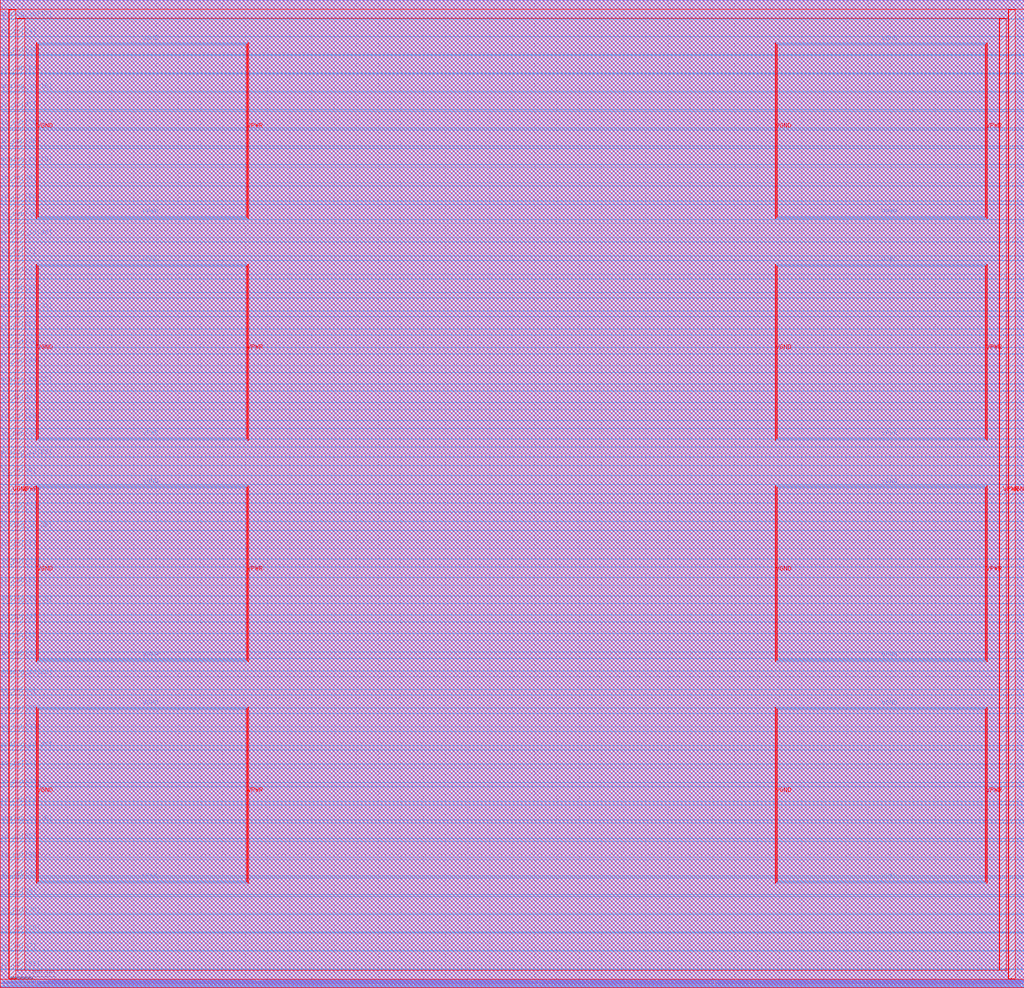
<source format=lef>
##
## LEF for PtnCells ;
## created by Innovus v20.10-p004_1 on Tue Mar 15 20:17:39 2022
##

VERSION 5.7 ;

BUSBITCHARS "[]" ;
DIVIDERCHAR "/" ;

MACRO azadi_soc_top_caravel
  CLASS BLOCK ;
  SIZE 2300.000000 BY 2219.180000 ;
  FOREIGN azadi_soc_top_caravel 0.000000 0.000000 ;
  ORIGIN 0 0 ;
  SYMMETRY X Y R90 ;
  PIN wb_clk_i
    DIRECTION INPUT ;
    USE SIGNAL ;
    ANTENNAPARTIALMETALAREA 0.2121 LAYER met2  ;
    ANTENNAPARTIALMETALSIDEAREA 0.8995 LAYER met2  ;
    ANTENNAPARTIALCUTAREA 0.04 LAYER via2  ;
    ANTENNAPARTIALMETALAREA 241.897 LAYER met3  ;
    ANTENNAPARTIALMETALSIDEAREA 1291.06 LAYER met3  ;
    ANTENNAMODEL OXIDE1 ;
    ANTENNAGATEAREA 0.852 LAYER met3  ;
    ANTENNAMAXAREACAR 284.965 LAYER met3  ;
    ANTENNAMAXSIDEAREACAR 1519.53 LAYER met3  ;
    ANTENNAMAXCUTCAR 0.107277 LAYER via3  ;
    PORT
      LAYER met2 ;
        RECT 4.180000 0.000000 4.320000 0.490000 ;
    END
  END wb_clk_i
  PIN wb_rst_i
    DIRECTION INPUT ;
    USE SIGNAL ;
    ANTENNAPARTIALMETALAREA 15.0582 LAYER met2  ;
    ANTENNAPARTIALMETALSIDEAREA 74.711 LAYER met2  ;
    ANTENNAMODEL OXIDE1 ;
    ANTENNAGATEAREA 0.708 LAYER met2  ;
    ANTENNAMAXAREACAR 26.9062 LAYER met2  ;
    ANTENNAMAXSIDEAREACAR 129.329 LAYER met2  ;
    ANTENNAMAXCUTCAR 0.241315 LAYER via2  ;
    PORT
      LAYER met2 ;
        RECT 2.225000 0.000000 2.365000 0.485000 ;
    END
  END wb_rst_i
  PIN wbs_stb_i
    DIRECTION INPUT ;
    USE SIGNAL ;
    PORT
      LAYER met2 ;
        RECT 472.530000 0.000000 472.670000 0.490000 ;
    END
  END wbs_stb_i
  PIN wbs_cyc_i
    DIRECTION INPUT ;
    USE SIGNAL ;
    PORT
      LAYER met2 ;
        RECT 158.710000 0.000000 158.850000 0.490000 ;
    END
  END wbs_cyc_i
  PIN wbs_we_i
    DIRECTION INPUT ;
    USE SIGNAL ;
    PORT
      LAYER met2 ;
        RECT 477.120000 0.000000 477.260000 0.490000 ;
    END
  END wbs_we_i
  PIN wbs_sel_i[3]
    DIRECTION INPUT ;
    USE SIGNAL ;
    PORT
      LAYER met2 ;
        RECT 467.940000 0.000000 468.080000 0.490000 ;
    END
  END wbs_sel_i[3]
  PIN wbs_sel_i[2]
    DIRECTION INPUT ;
    USE SIGNAL ;
    PORT
      LAYER met2 ;
        RECT 463.435000 0.000000 463.575000 0.490000 ;
    END
  END wbs_sel_i[2]
  PIN wbs_sel_i[1]
    DIRECTION INPUT ;
    USE SIGNAL ;
    PORT
      LAYER met2 ;
        RECT 458.930000 0.000000 459.070000 0.490000 ;
    END
  END wbs_sel_i[1]
  PIN wbs_sel_i[0]
    DIRECTION INPUT ;
    USE SIGNAL ;
    PORT
      LAYER met2 ;
        RECT 454.340000 0.000000 454.480000 0.490000 ;
    END
  END wbs_sel_i[0]
  PIN wbs_dat_i[31]
    DIRECTION INPUT ;
    USE SIGNAL ;
    PORT
      LAYER met2 ;
        RECT 304.315000 0.000000 304.455000 0.490000 ;
    END
  END wbs_dat_i[31]
  PIN wbs_dat_i[30]
    DIRECTION INPUT ;
    USE SIGNAL ;
    PORT
      LAYER met2 ;
        RECT 299.640000 0.000000 299.780000 0.490000 ;
    END
  END wbs_dat_i[30]
  PIN wbs_dat_i[29]
    DIRECTION INPUT ;
    USE SIGNAL ;
    PORT
      LAYER met2 ;
        RECT 295.220000 0.000000 295.360000 0.490000 ;
    END
  END wbs_dat_i[29]
  PIN wbs_dat_i[28]
    DIRECTION INPUT ;
    USE SIGNAL ;
    PORT
      LAYER met2 ;
        RECT 290.545000 0.000000 290.685000 0.490000 ;
    END
  END wbs_dat_i[28]
  PIN wbs_dat_i[27]
    DIRECTION INPUT ;
    USE SIGNAL ;
    PORT
      LAYER met2 ;
        RECT 286.125000 0.000000 286.265000 0.490000 ;
    END
  END wbs_dat_i[27]
  PIN wbs_dat_i[26]
    DIRECTION INPUT ;
    USE SIGNAL ;
    PORT
      LAYER met2 ;
        RECT 281.535000 0.000000 281.675000 0.490000 ;
    END
  END wbs_dat_i[26]
  PIN wbs_dat_i[25]
    DIRECTION INPUT ;
    USE SIGNAL ;
    PORT
      LAYER met2 ;
        RECT 276.945000 0.000000 277.085000 0.490000 ;
    END
  END wbs_dat_i[25]
  PIN wbs_dat_i[24]
    DIRECTION INPUT ;
    USE SIGNAL ;
    PORT
      LAYER met2 ;
        RECT 272.440000 0.000000 272.580000 0.490000 ;
    END
  END wbs_dat_i[24]
  PIN wbs_dat_i[23]
    DIRECTION INPUT ;
    USE SIGNAL ;
    PORT
      LAYER met2 ;
        RECT 267.850000 0.000000 267.990000 0.490000 ;
    END
  END wbs_dat_i[23]
  PIN wbs_dat_i[22]
    DIRECTION INPUT ;
    USE SIGNAL ;
    PORT
      LAYER met2 ;
        RECT 263.260000 0.000000 263.400000 0.490000 ;
    END
  END wbs_dat_i[22]
  PIN wbs_dat_i[21]
    DIRECTION INPUT ;
    USE SIGNAL ;
    PORT
      LAYER met2 ;
        RECT 258.840000 0.000000 258.980000 0.490000 ;
    END
  END wbs_dat_i[21]
  PIN wbs_dat_i[20]
    DIRECTION INPUT ;
    USE SIGNAL ;
    PORT
      LAYER met2 ;
        RECT 254.250000 0.000000 254.390000 0.490000 ;
    END
  END wbs_dat_i[20]
  PIN wbs_dat_i[19]
    DIRECTION INPUT ;
    USE SIGNAL ;
    PORT
      LAYER met2 ;
        RECT 249.745000 0.000000 249.885000 0.490000 ;
    END
  END wbs_dat_i[19]
  PIN wbs_dat_i[18]
    DIRECTION INPUT ;
    USE SIGNAL ;
    PORT
      LAYER met2 ;
        RECT 245.155000 0.000000 245.295000 0.490000 ;
    END
  END wbs_dat_i[18]
  PIN wbs_dat_i[17]
    DIRECTION INPUT ;
    USE SIGNAL ;
    PORT
      LAYER met2 ;
        RECT 240.565000 0.000000 240.705000 0.490000 ;
    END
  END wbs_dat_i[17]
  PIN wbs_dat_i[16]
    DIRECTION INPUT ;
    USE SIGNAL ;
    PORT
      LAYER met2 ;
        RECT 236.060000 0.000000 236.200000 0.490000 ;
    END
  END wbs_dat_i[16]
  PIN wbs_dat_i[15]
    DIRECTION INPUT ;
    USE SIGNAL ;
    PORT
      LAYER met2 ;
        RECT 231.470000 0.000000 231.610000 0.490000 ;
    END
  END wbs_dat_i[15]
  PIN wbs_dat_i[14]
    DIRECTION INPUT ;
    USE SIGNAL ;
    PORT
      LAYER met2 ;
        RECT 226.965000 0.000000 227.105000 0.490000 ;
    END
  END wbs_dat_i[14]
  PIN wbs_dat_i[13]
    DIRECTION INPUT ;
    USE SIGNAL ;
    PORT
      LAYER met2 ;
        RECT 222.460000 0.000000 222.600000 0.490000 ;
    END
  END wbs_dat_i[13]
  PIN wbs_dat_i[12]
    DIRECTION INPUT ;
    USE SIGNAL ;
    PORT
      LAYER met2 ;
        RECT 217.785000 0.000000 217.925000 0.490000 ;
    END
  END wbs_dat_i[12]
  PIN wbs_dat_i[11]
    DIRECTION INPUT ;
    USE SIGNAL ;
    PORT
      LAYER met2 ;
        RECT 213.365000 0.000000 213.505000 0.490000 ;
    END
  END wbs_dat_i[11]
  PIN wbs_dat_i[10]
    DIRECTION INPUT ;
    USE SIGNAL ;
    PORT
      LAYER met2 ;
        RECT 208.690000 0.000000 208.830000 0.490000 ;
    END
  END wbs_dat_i[10]
  PIN wbs_dat_i[9]
    DIRECTION INPUT ;
    USE SIGNAL ;
    PORT
      LAYER met2 ;
        RECT 204.185000 0.000000 204.325000 0.490000 ;
    END
  END wbs_dat_i[9]
  PIN wbs_dat_i[8]
    DIRECTION INPUT ;
    USE SIGNAL ;
    PORT
      LAYER met2 ;
        RECT 199.680000 0.000000 199.820000 0.490000 ;
    END
  END wbs_dat_i[8]
  PIN wbs_dat_i[7]
    DIRECTION INPUT ;
    USE SIGNAL ;
    PORT
      LAYER met2 ;
        RECT 195.175000 0.000000 195.315000 0.490000 ;
    END
  END wbs_dat_i[7]
  PIN wbs_dat_i[6]
    DIRECTION INPUT ;
    USE SIGNAL ;
    PORT
      LAYER met2 ;
        RECT 190.585000 0.000000 190.725000 0.490000 ;
    END
  END wbs_dat_i[6]
  PIN wbs_dat_i[5]
    DIRECTION INPUT ;
    USE SIGNAL ;
    PORT
      LAYER met2 ;
        RECT 186.080000 0.000000 186.220000 0.490000 ;
    END
  END wbs_dat_i[5]
  PIN wbs_dat_i[4]
    DIRECTION INPUT ;
    USE SIGNAL ;
    PORT
      LAYER met2 ;
        RECT 181.405000 0.000000 181.545000 0.490000 ;
    END
  END wbs_dat_i[4]
  PIN wbs_dat_i[3]
    DIRECTION INPUT ;
    USE SIGNAL ;
    PORT
      LAYER met2 ;
        RECT 176.985000 0.000000 177.125000 0.490000 ;
    END
  END wbs_dat_i[3]
  PIN wbs_dat_i[2]
    DIRECTION INPUT ;
    USE SIGNAL ;
    PORT
      LAYER met2 ;
        RECT 172.310000 0.000000 172.450000 0.490000 ;
    END
  END wbs_dat_i[2]
  PIN wbs_dat_i[1]
    DIRECTION INPUT ;
    USE SIGNAL ;
    PORT
      LAYER met2 ;
        RECT 167.890000 0.000000 168.030000 0.490000 ;
    END
  END wbs_dat_i[1]
  PIN wbs_dat_i[0]
    DIRECTION INPUT ;
    USE SIGNAL ;
    PORT
      LAYER met2 ;
        RECT 163.300000 0.000000 163.440000 0.490000 ;
    END
  END wbs_dat_i[0]
  PIN wbs_adr_i[31]
    DIRECTION INPUT ;
    USE SIGNAL ;
    PORT
      LAYER met2 ;
        RECT 154.205000 0.000000 154.345000 0.490000 ;
    END
  END wbs_adr_i[31]
  PIN wbs_adr_i[30]
    DIRECTION INPUT ;
    USE SIGNAL ;
    PORT
      LAYER met2 ;
        RECT 149.615000 0.000000 149.755000 0.490000 ;
    END
  END wbs_adr_i[30]
  PIN wbs_adr_i[29]
    DIRECTION INPUT ;
    USE SIGNAL ;
    PORT
      LAYER met2 ;
        RECT 145.025000 0.000000 145.165000 0.490000 ;
    END
  END wbs_adr_i[29]
  PIN wbs_adr_i[28]
    DIRECTION INPUT ;
    USE SIGNAL ;
    PORT
      LAYER met2 ;
        RECT 140.605000 0.000000 140.745000 0.490000 ;
    END
  END wbs_adr_i[28]
  PIN wbs_adr_i[27]
    DIRECTION INPUT ;
    USE SIGNAL ;
    PORT
      LAYER met2 ;
        RECT 136.015000 0.000000 136.155000 0.490000 ;
    END
  END wbs_adr_i[27]
  PIN wbs_adr_i[26]
    DIRECTION INPUT ;
    USE SIGNAL ;
    PORT
      LAYER met2 ;
        RECT 131.510000 0.000000 131.650000 0.490000 ;
    END
  END wbs_adr_i[26]
  PIN wbs_adr_i[25]
    DIRECTION INPUT ;
    USE SIGNAL ;
    PORT
      LAYER met2 ;
        RECT 126.920000 0.000000 127.060000 0.490000 ;
    END
  END wbs_adr_i[25]
  PIN wbs_adr_i[24]
    DIRECTION INPUT ;
    USE SIGNAL ;
    PORT
      LAYER met2 ;
        RECT 122.330000 0.000000 122.470000 0.490000 ;
    END
  END wbs_adr_i[24]
  PIN wbs_adr_i[23]
    DIRECTION INPUT ;
    USE SIGNAL ;
    PORT
      LAYER met2 ;
        RECT 117.825000 0.000000 117.965000 0.490000 ;
    END
  END wbs_adr_i[23]
  PIN wbs_adr_i[22]
    DIRECTION INPUT ;
    USE SIGNAL ;
    PORT
      LAYER met2 ;
        RECT 113.235000 0.000000 113.375000 0.490000 ;
    END
  END wbs_adr_i[22]
  PIN wbs_adr_i[21]
    DIRECTION INPUT ;
    USE SIGNAL ;
    PORT
      LAYER met2 ;
        RECT 108.730000 0.000000 108.870000 0.490000 ;
    END
  END wbs_adr_i[21]
  PIN wbs_adr_i[20]
    DIRECTION INPUT ;
    USE SIGNAL ;
    PORT
      LAYER met2 ;
        RECT 104.225000 0.000000 104.365000 0.490000 ;
    END
  END wbs_adr_i[20]
  PIN wbs_adr_i[19]
    DIRECTION INPUT ;
    USE SIGNAL ;
    PORT
      LAYER met2 ;
        RECT 99.550000 0.000000 99.690000 0.490000 ;
    END
  END wbs_adr_i[19]
  PIN wbs_adr_i[18]
    DIRECTION INPUT ;
    USE SIGNAL ;
    PORT
      LAYER met2 ;
        RECT 95.215000 0.000000 95.355000 0.490000 ;
    END
  END wbs_adr_i[18]
  PIN wbs_adr_i[17]
    DIRECTION INPUT ;
    USE SIGNAL ;
    PORT
      LAYER met2 ;
        RECT 90.455000 0.000000 90.595000 0.490000 ;
    END
  END wbs_adr_i[17]
  PIN wbs_adr_i[16]
    DIRECTION INPUT ;
    USE SIGNAL ;
    PORT
      LAYER met2 ;
        RECT 86.035000 0.000000 86.175000 0.490000 ;
    END
  END wbs_adr_i[16]
  PIN wbs_adr_i[15]
    DIRECTION INPUT ;
    USE SIGNAL ;
    PORT
      LAYER met2 ;
        RECT 81.445000 0.000000 81.585000 0.490000 ;
    END
  END wbs_adr_i[15]
  PIN wbs_adr_i[14]
    DIRECTION INPUT ;
    USE SIGNAL ;
    PORT
      LAYER met2 ;
        RECT 76.940000 0.000000 77.080000 0.490000 ;
    END
  END wbs_adr_i[14]
  PIN wbs_adr_i[13]
    DIRECTION INPUT ;
    USE SIGNAL ;
    PORT
      LAYER met2 ;
        RECT 72.265000 0.000000 72.405000 0.490000 ;
    END
  END wbs_adr_i[13]
  PIN wbs_adr_i[12]
    DIRECTION INPUT ;
    USE SIGNAL ;
    PORT
      LAYER met2 ;
        RECT 67.845000 0.000000 67.985000 0.490000 ;
    END
  END wbs_adr_i[12]
  PIN wbs_adr_i[11]
    DIRECTION INPUT ;
    USE SIGNAL ;
    PORT
      LAYER met2 ;
        RECT 63.170000 0.000000 63.310000 0.490000 ;
    END
  END wbs_adr_i[11]
  PIN wbs_adr_i[10]
    DIRECTION INPUT ;
    USE SIGNAL ;
    PORT
      LAYER met2 ;
        RECT 58.750000 0.000000 58.890000 0.490000 ;
    END
  END wbs_adr_i[10]
  PIN wbs_adr_i[9]
    DIRECTION INPUT ;
    USE SIGNAL ;
    PORT
      LAYER met2 ;
        RECT 54.075000 0.000000 54.215000 0.490000 ;
    END
  END wbs_adr_i[9]
  PIN wbs_adr_i[8]
    DIRECTION INPUT ;
    USE SIGNAL ;
    PORT
      LAYER met2 ;
        RECT 49.655000 0.000000 49.795000 0.490000 ;
    END
  END wbs_adr_i[8]
  PIN wbs_adr_i[7]
    DIRECTION INPUT ;
    USE SIGNAL ;
    PORT
      LAYER met2 ;
        RECT 45.065000 0.000000 45.205000 0.490000 ;
    END
  END wbs_adr_i[7]
  PIN wbs_adr_i[6]
    DIRECTION INPUT ;
    USE SIGNAL ;
    PORT
      LAYER met2 ;
        RECT 40.560000 0.000000 40.700000 0.490000 ;
    END
  END wbs_adr_i[6]
  PIN wbs_adr_i[5]
    DIRECTION INPUT ;
    USE SIGNAL ;
    PORT
      LAYER met2 ;
        RECT 36.055000 0.000000 36.195000 0.490000 ;
    END
  END wbs_adr_i[5]
  PIN wbs_adr_i[4]
    DIRECTION INPUT ;
    USE SIGNAL ;
    PORT
      LAYER met2 ;
        RECT 31.550000 0.000000 31.690000 0.490000 ;
    END
  END wbs_adr_i[4]
  PIN wbs_adr_i[3]
    DIRECTION INPUT ;
    USE SIGNAL ;
    PORT
      LAYER met2 ;
        RECT 26.960000 0.000000 27.100000 0.490000 ;
    END
  END wbs_adr_i[3]
  PIN wbs_adr_i[2]
    DIRECTION INPUT ;
    USE SIGNAL ;
    PORT
      LAYER met2 ;
        RECT 22.455000 0.000000 22.595000 0.490000 ;
    END
  END wbs_adr_i[2]
  PIN wbs_adr_i[1]
    DIRECTION INPUT ;
    USE SIGNAL ;
    PORT
      LAYER met2 ;
        RECT 17.865000 0.000000 18.005000 0.490000 ;
    END
  END wbs_adr_i[1]
  PIN wbs_adr_i[0]
    DIRECTION INPUT ;
    USE SIGNAL ;
    PORT
      LAYER met2 ;
        RECT 13.275000 0.000000 13.415000 0.490000 ;
    END
  END wbs_adr_i[0]
  PIN wbs_ack_o
    DIRECTION OUTPUT ;
    USE SIGNAL ;
    ANTENNAPARTIALMETALAREA 350.506 LAYER met2  ;
    ANTENNAPARTIALMETALSIDEAREA 1750.14 LAYER met2  ;
    ANTENNAPARTIALCUTAREA 0.16 LAYER via2  ;
    ANTENNAPARTIALMETALAREA 12.9564 LAYER met3  ;
    ANTENNAPARTIALMETALSIDEAREA 73.368 LAYER met3  ;
    PORT
      LAYER met2 ;
        RECT 8.770000 0.000000 8.910000 0.490000 ;
    END
  END wbs_ack_o
  PIN wbs_dat_o[31]
    DIRECTION OUTPUT ;
    USE SIGNAL ;
    ANTENNAPARTIALMETALAREA 350.506 LAYER met2  ;
    ANTENNAPARTIALMETALSIDEAREA 1750.14 LAYER met2  ;
    ANTENNAPARTIALCUTAREA 0.16 LAYER via2  ;
    ANTENNAPARTIALMETALAREA 12.9564 LAYER met3  ;
    ANTENNAPARTIALMETALSIDEAREA 73.368 LAYER met3  ;
    PORT
      LAYER met2 ;
        RECT 449.835000 0.000000 449.975000 0.490000 ;
    END
  END wbs_dat_o[31]
  PIN wbs_dat_o[30]
    DIRECTION OUTPUT ;
    USE SIGNAL ;
    ANTENNAPARTIALMETALAREA 350.506 LAYER met2  ;
    ANTENNAPARTIALMETALSIDEAREA 1750.14 LAYER met2  ;
    ANTENNAPARTIALCUTAREA 0.16 LAYER via2  ;
    ANTENNAPARTIALMETALAREA 12.9564 LAYER met3  ;
    ANTENNAPARTIALMETALSIDEAREA 73.368 LAYER met3  ;
    PORT
      LAYER met2 ;
        RECT 445.160000 0.000000 445.300000 0.490000 ;
    END
  END wbs_dat_o[30]
  PIN wbs_dat_o[29]
    DIRECTION OUTPUT ;
    USE SIGNAL ;
    ANTENNAPARTIALMETALAREA 350.506 LAYER met2  ;
    ANTENNAPARTIALMETALSIDEAREA 1750.14 LAYER met2  ;
    ANTENNAPARTIALCUTAREA 0.16 LAYER via2  ;
    ANTENNAPARTIALMETALAREA 12.9564 LAYER met3  ;
    ANTENNAPARTIALMETALSIDEAREA 73.368 LAYER met3  ;
    PORT
      LAYER met2 ;
        RECT 440.825000 0.000000 440.965000 0.490000 ;
    END
  END wbs_dat_o[29]
  PIN wbs_dat_o[28]
    DIRECTION OUTPUT ;
    USE SIGNAL ;
    ANTENNAPARTIALMETALAREA 350.506 LAYER met2  ;
    ANTENNAPARTIALMETALSIDEAREA 1750.14 LAYER met2  ;
    ANTENNAPARTIALCUTAREA 0.16 LAYER via2  ;
    ANTENNAPARTIALMETALAREA 12.9564 LAYER met3  ;
    ANTENNAPARTIALMETALSIDEAREA 73.368 LAYER met3  ;
    PORT
      LAYER met2 ;
        RECT 436.065000 0.000000 436.205000 0.490000 ;
    END
  END wbs_dat_o[28]
  PIN wbs_dat_o[27]
    DIRECTION OUTPUT ;
    USE SIGNAL ;
    ANTENNAPARTIALMETALAREA 350.506 LAYER met2  ;
    ANTENNAPARTIALMETALSIDEAREA 1750.14 LAYER met2  ;
    ANTENNAPARTIALCUTAREA 0.16 LAYER via2  ;
    ANTENNAPARTIALMETALAREA 12.9564 LAYER met3  ;
    ANTENNAPARTIALMETALSIDEAREA 73.368 LAYER met3  ;
    PORT
      LAYER met2 ;
        RECT 431.645000 0.000000 431.785000 0.490000 ;
    END
  END wbs_dat_o[27]
  PIN wbs_dat_o[26]
    DIRECTION OUTPUT ;
    USE SIGNAL ;
    ANTENNAPARTIALMETALAREA 350.506 LAYER met2  ;
    ANTENNAPARTIALMETALSIDEAREA 1750.14 LAYER met2  ;
    ANTENNAPARTIALCUTAREA 0.16 LAYER via2  ;
    ANTENNAPARTIALMETALAREA 12.9564 LAYER met3  ;
    ANTENNAPARTIALMETALSIDEAREA 73.368 LAYER met3  ;
    PORT
      LAYER met2 ;
        RECT 427.055000 0.000000 427.195000 0.490000 ;
    END
  END wbs_dat_o[26]
  PIN wbs_dat_o[25]
    DIRECTION OUTPUT ;
    USE SIGNAL ;
    ANTENNAPARTIALMETALAREA 350.506 LAYER met2  ;
    ANTENNAPARTIALMETALSIDEAREA 1750.14 LAYER met2  ;
    ANTENNAPARTIALCUTAREA 0.16 LAYER via2  ;
    ANTENNAPARTIALMETALAREA 12.9564 LAYER met3  ;
    ANTENNAPARTIALMETALSIDEAREA 73.368 LAYER met3  ;
    PORT
      LAYER met2 ;
        RECT 422.550000 0.000000 422.690000 0.490000 ;
    END
  END wbs_dat_o[25]
  PIN wbs_dat_o[24]
    DIRECTION OUTPUT ;
    USE SIGNAL ;
    ANTENNAPARTIALMETALAREA 350.506 LAYER met2  ;
    ANTENNAPARTIALMETALSIDEAREA 1750.14 LAYER met2  ;
    ANTENNAPARTIALCUTAREA 0.16 LAYER via2  ;
    ANTENNAPARTIALMETALAREA 12.9564 LAYER met3  ;
    ANTENNAPARTIALMETALSIDEAREA 73.368 LAYER met3  ;
    PORT
      LAYER met2 ;
        RECT 417.960000 0.000000 418.100000 0.490000 ;
    END
  END wbs_dat_o[24]
  PIN wbs_dat_o[23]
    DIRECTION OUTPUT ;
    USE SIGNAL ;
    ANTENNAPARTIALMETALAREA 350.506 LAYER met2  ;
    ANTENNAPARTIALMETALSIDEAREA 1750.14 LAYER met2  ;
    ANTENNAPARTIALCUTAREA 0.16 LAYER via2  ;
    ANTENNAPARTIALMETALAREA 12.9564 LAYER met3  ;
    ANTENNAPARTIALMETALSIDEAREA 73.368 LAYER met3  ;
    PORT
      LAYER met2 ;
        RECT 413.455000 0.000000 413.595000 0.490000 ;
    END
  END wbs_dat_o[23]
  PIN wbs_dat_o[22]
    DIRECTION OUTPUT ;
    USE SIGNAL ;
    ANTENNAPARTIALMETALAREA 350.506 LAYER met2  ;
    ANTENNAPARTIALMETALSIDEAREA 1750.14 LAYER met2  ;
    ANTENNAPARTIALCUTAREA 0.16 LAYER via2  ;
    ANTENNAPARTIALMETALAREA 12.9564 LAYER met3  ;
    ANTENNAPARTIALMETALSIDEAREA 73.368 LAYER met3  ;
    PORT
      LAYER met2 ;
        RECT 408.780000 0.000000 408.920000 0.490000 ;
    END
  END wbs_dat_o[22]
  PIN wbs_dat_o[21]
    DIRECTION OUTPUT ;
    USE SIGNAL ;
    ANTENNAPARTIALMETALAREA 350.506 LAYER met2  ;
    ANTENNAPARTIALMETALSIDEAREA 1750.14 LAYER met2  ;
    ANTENNAPARTIALCUTAREA 0.16 LAYER via2  ;
    ANTENNAPARTIALMETALAREA 12.9564 LAYER met3  ;
    ANTENNAPARTIALMETALSIDEAREA 73.368 LAYER met3  ;
    PORT
      LAYER met2 ;
        RECT 404.360000 0.000000 404.500000 0.490000 ;
    END
  END wbs_dat_o[21]
  PIN wbs_dat_o[20]
    DIRECTION OUTPUT ;
    USE SIGNAL ;
    ANTENNAPARTIALMETALAREA 350.506 LAYER met2  ;
    ANTENNAPARTIALMETALSIDEAREA 1750.14 LAYER met2  ;
    ANTENNAPARTIALCUTAREA 0.16 LAYER via2  ;
    ANTENNAPARTIALMETALAREA 12.9564 LAYER met3  ;
    ANTENNAPARTIALMETALSIDEAREA 73.368 LAYER met3  ;
    PORT
      LAYER met2 ;
        RECT 399.770000 0.000000 399.910000 0.490000 ;
    END
  END wbs_dat_o[20]
  PIN wbs_dat_o[19]
    DIRECTION OUTPUT ;
    USE SIGNAL ;
    ANTENNAPARTIALMETALAREA 350.506 LAYER met2  ;
    ANTENNAPARTIALMETALSIDEAREA 1750.14 LAYER met2  ;
    ANTENNAPARTIALCUTAREA 0.16 LAYER via2  ;
    ANTENNAPARTIALMETALAREA 12.9564 LAYER met3  ;
    ANTENNAPARTIALMETALSIDEAREA 73.368 LAYER met3  ;
    PORT
      LAYER met2 ;
        RECT 395.180000 0.000000 395.320000 0.490000 ;
    END
  END wbs_dat_o[19]
  PIN wbs_dat_o[18]
    DIRECTION OUTPUT ;
    USE SIGNAL ;
    ANTENNAPARTIALMETALAREA 350.506 LAYER met2  ;
    ANTENNAPARTIALMETALSIDEAREA 1750.14 LAYER met2  ;
    ANTENNAPARTIALCUTAREA 0.16 LAYER via2  ;
    ANTENNAPARTIALMETALAREA 12.9564 LAYER met3  ;
    ANTENNAPARTIALMETALSIDEAREA 73.368 LAYER met3  ;
    PORT
      LAYER met2 ;
        RECT 390.675000 0.000000 390.815000 0.490000 ;
    END
  END wbs_dat_o[18]
  PIN wbs_dat_o[17]
    DIRECTION OUTPUT ;
    USE SIGNAL ;
    ANTENNAPARTIALMETALAREA 350.506 LAYER met2  ;
    ANTENNAPARTIALMETALSIDEAREA 1750.14 LAYER met2  ;
    ANTENNAPARTIALCUTAREA 0.16 LAYER via2  ;
    ANTENNAPARTIALMETALAREA 12.9564 LAYER met3  ;
    ANTENNAPARTIALMETALSIDEAREA 73.368 LAYER met3  ;
    PORT
      LAYER met2 ;
        RECT 386.085000 0.000000 386.225000 0.490000 ;
    END
  END wbs_dat_o[17]
  PIN wbs_dat_o[16]
    DIRECTION OUTPUT ;
    USE SIGNAL ;
    ANTENNAPARTIALMETALAREA 350.506 LAYER met2  ;
    ANTENNAPARTIALMETALSIDEAREA 1750.14 LAYER met2  ;
    ANTENNAPARTIALCUTAREA 0.16 LAYER via2  ;
    ANTENNAPARTIALMETALAREA 12.9564 LAYER met3  ;
    ANTENNAPARTIALMETALSIDEAREA 73.368 LAYER met3  ;
    PORT
      LAYER met2 ;
        RECT 381.665000 0.000000 381.805000 0.490000 ;
    END
  END wbs_dat_o[16]
  PIN wbs_dat_o[15]
    DIRECTION OUTPUT ;
    USE SIGNAL ;
    ANTENNAPARTIALMETALAREA 350.506 LAYER met2  ;
    ANTENNAPARTIALMETALSIDEAREA 1750.14 LAYER met2  ;
    ANTENNAPARTIALCUTAREA 0.16 LAYER via2  ;
    ANTENNAPARTIALMETALAREA 12.9564 LAYER met3  ;
    ANTENNAPARTIALMETALSIDEAREA 73.368 LAYER met3  ;
    PORT
      LAYER met2 ;
        RECT 376.990000 0.000000 377.130000 0.490000 ;
    END
  END wbs_dat_o[15]
  PIN wbs_dat_o[14]
    DIRECTION OUTPUT ;
    USE SIGNAL ;
    ANTENNAPARTIALMETALAREA 350.506 LAYER met2  ;
    ANTENNAPARTIALMETALSIDEAREA 1750.14 LAYER met2  ;
    ANTENNAPARTIALCUTAREA 0.16 LAYER via2  ;
    ANTENNAPARTIALMETALAREA 12.9564 LAYER met3  ;
    ANTENNAPARTIALMETALSIDEAREA 73.368 LAYER met3  ;
    PORT
      LAYER met2 ;
        RECT 372.485000 0.000000 372.625000 0.490000 ;
    END
  END wbs_dat_o[14]
  PIN wbs_dat_o[13]
    DIRECTION OUTPUT ;
    USE SIGNAL ;
    ANTENNAPARTIALMETALAREA 350.506 LAYER met2  ;
    ANTENNAPARTIALMETALSIDEAREA 1750.14 LAYER met2  ;
    ANTENNAPARTIALCUTAREA 0.16 LAYER via2  ;
    ANTENNAPARTIALMETALAREA 12.9564 LAYER met3  ;
    ANTENNAPARTIALMETALSIDEAREA 73.368 LAYER met3  ;
    PORT
      LAYER met2 ;
        RECT 367.980000 0.000000 368.120000 0.490000 ;
    END
  END wbs_dat_o[13]
  PIN wbs_dat_o[12]
    DIRECTION OUTPUT ;
    USE SIGNAL ;
    ANTENNAPARTIALMETALAREA 350.506 LAYER met2  ;
    ANTENNAPARTIALMETALSIDEAREA 1750.14 LAYER met2  ;
    ANTENNAPARTIALCUTAREA 0.16 LAYER via2  ;
    ANTENNAPARTIALMETALAREA 12.9564 LAYER met3  ;
    ANTENNAPARTIALMETALSIDEAREA 73.368 LAYER met3  ;
    PORT
      LAYER met2 ;
        RECT 363.390000 0.000000 363.530000 0.490000 ;
    END
  END wbs_dat_o[12]
  PIN wbs_dat_o[11]
    DIRECTION OUTPUT ;
    USE SIGNAL ;
    ANTENNAPARTIALMETALAREA 350.506 LAYER met2  ;
    ANTENNAPARTIALMETALSIDEAREA 1750.14 LAYER met2  ;
    ANTENNAPARTIALCUTAREA 0.16 LAYER via2  ;
    ANTENNAPARTIALMETALAREA 12.9564 LAYER met3  ;
    ANTENNAPARTIALMETALSIDEAREA 73.368 LAYER met3  ;
    PORT
      LAYER met2 ;
        RECT 358.885000 0.000000 359.025000 0.490000 ;
    END
  END wbs_dat_o[11]
  PIN wbs_dat_o[10]
    DIRECTION OUTPUT ;
    USE SIGNAL ;
    ANTENNAPARTIALMETALAREA 350.506 LAYER met2  ;
    ANTENNAPARTIALMETALSIDEAREA 1750.14 LAYER met2  ;
    ANTENNAPARTIALCUTAREA 0.16 LAYER via2  ;
    ANTENNAPARTIALMETALAREA 12.9564 LAYER met3  ;
    ANTENNAPARTIALMETALSIDEAREA 73.368 LAYER met3  ;
    PORT
      LAYER met2 ;
        RECT 354.295000 0.000000 354.435000 0.490000 ;
    END
  END wbs_dat_o[10]
  PIN wbs_dat_o[9]
    DIRECTION OUTPUT ;
    USE SIGNAL ;
    ANTENNAPARTIALMETALAREA 350.506 LAYER met2  ;
    ANTENNAPARTIALMETALSIDEAREA 1750.14 LAYER met2  ;
    ANTENNAPARTIALCUTAREA 0.16 LAYER via2  ;
    ANTENNAPARTIALMETALAREA 12.9564 LAYER met3  ;
    ANTENNAPARTIALMETALSIDEAREA 73.368 LAYER met3  ;
    PORT
      LAYER met2 ;
        RECT 349.705000 0.000000 349.845000 0.490000 ;
    END
  END wbs_dat_o[9]
  PIN wbs_dat_o[8]
    DIRECTION OUTPUT ;
    USE SIGNAL ;
    ANTENNAPARTIALMETALAREA 350.506 LAYER met2  ;
    ANTENNAPARTIALMETALSIDEAREA 1750.14 LAYER met2  ;
    ANTENNAPARTIALCUTAREA 0.16 LAYER via2  ;
    ANTENNAPARTIALMETALAREA 12.9564 LAYER met3  ;
    ANTENNAPARTIALMETALSIDEAREA 73.368 LAYER met3  ;
    PORT
      LAYER met2 ;
        RECT 345.200000 0.000000 345.340000 0.490000 ;
    END
  END wbs_dat_o[8]
  PIN wbs_dat_o[7]
    DIRECTION OUTPUT ;
    USE SIGNAL ;
    ANTENNAPARTIALMETALAREA 350.506 LAYER met2  ;
    ANTENNAPARTIALMETALSIDEAREA 1750.14 LAYER met2  ;
    ANTENNAPARTIALCUTAREA 0.16 LAYER via2  ;
    ANTENNAPARTIALMETALAREA 12.9564 LAYER met3  ;
    ANTENNAPARTIALMETALSIDEAREA 73.368 LAYER met3  ;
    PORT
      LAYER met2 ;
        RECT 340.695000 0.000000 340.835000 0.490000 ;
    END
  END wbs_dat_o[7]
  PIN wbs_dat_o[6]
    DIRECTION OUTPUT ;
    USE SIGNAL ;
    ANTENNAPARTIALMETALAREA 350.506 LAYER met2  ;
    ANTENNAPARTIALMETALSIDEAREA 1750.14 LAYER met2  ;
    ANTENNAPARTIALCUTAREA 0.16 LAYER via2  ;
    ANTENNAPARTIALMETALAREA 12.9564 LAYER met3  ;
    ANTENNAPARTIALMETALSIDEAREA 73.368 LAYER met3  ;
    PORT
      LAYER met2 ;
        RECT 336.020000 0.000000 336.160000 0.490000 ;
    END
  END wbs_dat_o[6]
  PIN wbs_dat_o[5]
    DIRECTION OUTPUT ;
    USE SIGNAL ;
    ANTENNAPARTIALMETALAREA 350.506 LAYER met2  ;
    ANTENNAPARTIALMETALSIDEAREA 1750.14 LAYER met2  ;
    ANTENNAPARTIALCUTAREA 0.16 LAYER via2  ;
    ANTENNAPARTIALMETALAREA 12.9564 LAYER met3  ;
    ANTENNAPARTIALMETALSIDEAREA 73.368 LAYER met3  ;
    PORT
      LAYER met2 ;
        RECT 331.600000 0.000000 331.740000 0.490000 ;
    END
  END wbs_dat_o[5]
  PIN wbs_dat_o[4]
    DIRECTION OUTPUT ;
    USE SIGNAL ;
    ANTENNAPARTIALMETALAREA 350.506 LAYER met2  ;
    ANTENNAPARTIALMETALSIDEAREA 1750.14 LAYER met2  ;
    ANTENNAPARTIALCUTAREA 0.16 LAYER via2  ;
    ANTENNAPARTIALMETALAREA 12.9564 LAYER met3  ;
    ANTENNAPARTIALMETALSIDEAREA 73.368 LAYER met3  ;
    PORT
      LAYER met2 ;
        RECT 326.925000 0.000000 327.065000 0.490000 ;
    END
  END wbs_dat_o[4]
  PIN wbs_dat_o[3]
    DIRECTION OUTPUT ;
    USE SIGNAL ;
    ANTENNAPARTIALMETALAREA 350.506 LAYER met2  ;
    ANTENNAPARTIALMETALSIDEAREA 1750.14 LAYER met2  ;
    ANTENNAPARTIALCUTAREA 0.16 LAYER via2  ;
    ANTENNAPARTIALMETALAREA 12.9564 LAYER met3  ;
    ANTENNAPARTIALMETALSIDEAREA 73.368 LAYER met3  ;
    PORT
      LAYER met2 ;
        RECT 322.590000 0.000000 322.730000 0.490000 ;
    END
  END wbs_dat_o[3]
  PIN wbs_dat_o[2]
    DIRECTION OUTPUT ;
    USE SIGNAL ;
    ANTENNAPARTIALMETALAREA 350.506 LAYER met2  ;
    ANTENNAPARTIALMETALSIDEAREA 1750.14 LAYER met2  ;
    ANTENNAPARTIALCUTAREA 0.16 LAYER via2  ;
    ANTENNAPARTIALMETALAREA 12.9564 LAYER met3  ;
    ANTENNAPARTIALMETALSIDEAREA 73.368 LAYER met3  ;
    PORT
      LAYER met2 ;
        RECT 317.830000 0.000000 317.970000 0.490000 ;
    END
  END wbs_dat_o[2]
  PIN wbs_dat_o[1]
    DIRECTION OUTPUT ;
    USE SIGNAL ;
    ANTENNAPARTIALMETALAREA 350.506 LAYER met2  ;
    ANTENNAPARTIALMETALSIDEAREA 1750.14 LAYER met2  ;
    ANTENNAPARTIALCUTAREA 0.16 LAYER via2  ;
    ANTENNAPARTIALMETALAREA 12.9564 LAYER met3  ;
    ANTENNAPARTIALMETALSIDEAREA 73.368 LAYER met3  ;
    PORT
      LAYER met2 ;
        RECT 313.410000 0.000000 313.550000 0.490000 ;
    END
  END wbs_dat_o[1]
  PIN wbs_dat_o[0]
    DIRECTION OUTPUT ;
    USE SIGNAL ;
    ANTENNAPARTIALMETALAREA 350.506 LAYER met2  ;
    ANTENNAPARTIALMETALSIDEAREA 1750.14 LAYER met2  ;
    ANTENNAPARTIALCUTAREA 0.16 LAYER via2  ;
    ANTENNAPARTIALMETALAREA 12.9564 LAYER met3  ;
    ANTENNAPARTIALMETALSIDEAREA 73.368 LAYER met3  ;
    PORT
      LAYER met2 ;
        RECT 308.820000 0.000000 308.960000 0.490000 ;
    END
  END wbs_dat_o[0]
  PIN la_data_in[127]
    DIRECTION INPUT ;
    USE SIGNAL ;
    PORT
      LAYER met2 ;
        RECT 1059.030000 0.000000 1059.170000 0.490000 ;
    END
  END la_data_in[127]
  PIN la_data_in[126]
    DIRECTION INPUT ;
    USE SIGNAL ;
    PORT
      LAYER met2 ;
        RECT 1054.355000 0.000000 1054.495000 0.490000 ;
    END
  END la_data_in[126]
  PIN la_data_in[125]
    DIRECTION INPUT ;
    USE SIGNAL ;
    PORT
      LAYER met2 ;
        RECT 1050.105000 0.000000 1050.245000 0.490000 ;
    END
  END la_data_in[125]
  PIN la_data_in[124]
    DIRECTION INPUT ;
    USE SIGNAL ;
    PORT
      LAYER met2 ;
        RECT 1045.430000 0.000000 1045.570000 0.490000 ;
    END
  END la_data_in[124]
  PIN la_data_in[123]
    DIRECTION INPUT ;
    USE SIGNAL ;
    PORT
      LAYER met2 ;
        RECT 1041.010000 0.000000 1041.150000 0.490000 ;
    END
  END la_data_in[123]
  PIN la_data_in[122]
    DIRECTION INPUT ;
    USE SIGNAL ;
    PORT
      LAYER met2 ;
        RECT 1036.335000 0.000000 1036.475000 0.490000 ;
    END
  END la_data_in[122]
  PIN la_data_in[121]
    DIRECTION INPUT ;
    USE SIGNAL ;
    PORT
      LAYER met2 ;
        RECT 1031.830000 0.000000 1031.970000 0.490000 ;
    END
  END la_data_in[121]
  PIN la_data_in[120]
    DIRECTION INPUT ;
    USE SIGNAL ;
    PORT
      LAYER met2 ;
        RECT 1027.240000 0.000000 1027.380000 0.490000 ;
    END
  END la_data_in[120]
  PIN la_data_in[119]
    DIRECTION INPUT ;
    USE SIGNAL ;
    PORT
      LAYER met2 ;
        RECT 1022.735000 0.000000 1022.875000 0.490000 ;
    END
  END la_data_in[119]
  PIN la_data_in[118]
    DIRECTION INPUT ;
    USE SIGNAL ;
    PORT
      LAYER met2 ;
        RECT 1018.060000 0.000000 1018.200000 0.490000 ;
    END
  END la_data_in[118]
  PIN la_data_in[117]
    DIRECTION INPUT ;
    USE SIGNAL ;
    PORT
      LAYER met2 ;
        RECT 1013.640000 0.000000 1013.780000 0.490000 ;
    END
  END la_data_in[117]
  PIN la_data_in[116]
    DIRECTION INPUT ;
    USE SIGNAL ;
    PORT
      LAYER met2 ;
        RECT 1008.965000 0.000000 1009.105000 0.490000 ;
    END
  END la_data_in[116]
  PIN la_data_in[115]
    DIRECTION INPUT ;
    USE SIGNAL ;
    PORT
      LAYER met2 ;
        RECT 1004.460000 0.000000 1004.600000 0.490000 ;
    END
  END la_data_in[115]
  PIN la_data_in[114]
    DIRECTION INPUT ;
    USE SIGNAL ;
    PORT
      LAYER met2 ;
        RECT 999.870000 0.000000 1000.010000 0.490000 ;
    END
  END la_data_in[114]
  PIN la_data_in[113]
    DIRECTION INPUT ;
    USE SIGNAL ;
    PORT
      LAYER met2 ;
        RECT 995.280000 0.000000 995.420000 0.490000 ;
    END
  END la_data_in[113]
  PIN la_data_in[112]
    DIRECTION INPUT ;
    USE SIGNAL ;
    PORT
      LAYER met2 ;
        RECT 990.945000 0.000000 991.085000 0.490000 ;
    END
  END la_data_in[112]
  PIN la_data_in[111]
    DIRECTION INPUT ;
    USE SIGNAL ;
    PORT
      LAYER met2 ;
        RECT 986.355000 0.000000 986.495000 0.490000 ;
    END
  END la_data_in[111]
  PIN la_data_in[110]
    DIRECTION INPUT ;
    USE SIGNAL ;
    PORT
      LAYER met2 ;
        RECT 981.765000 0.000000 981.905000 0.490000 ;
    END
  END la_data_in[110]
  PIN la_data_in[109]
    DIRECTION INPUT ;
    USE SIGNAL ;
    PORT
      LAYER met2 ;
        RECT 977.260000 0.000000 977.400000 0.490000 ;
    END
  END la_data_in[109]
  PIN la_data_in[108]
    DIRECTION INPUT ;
    USE SIGNAL ;
    PORT
      LAYER met2 ;
        RECT 972.670000 0.000000 972.810000 0.490000 ;
    END
  END la_data_in[108]
  PIN la_data_in[107]
    DIRECTION INPUT ;
    USE SIGNAL ;
    PORT
      LAYER met2 ;
        RECT 968.165000 0.000000 968.305000 0.490000 ;
    END
  END la_data_in[107]
  PIN la_data_in[106]
    DIRECTION INPUT ;
    USE SIGNAL ;
    PORT
      LAYER met2 ;
        RECT 963.575000 0.000000 963.715000 0.490000 ;
    END
  END la_data_in[106]
  PIN la_data_in[105]
    DIRECTION INPUT ;
    USE SIGNAL ;
    PORT
      LAYER met2 ;
        RECT 958.985000 0.000000 959.125000 0.490000 ;
    END
  END la_data_in[105]
  PIN la_data_in[104]
    DIRECTION INPUT ;
    USE SIGNAL ;
    PORT
      LAYER met2 ;
        RECT 954.480000 0.000000 954.620000 0.490000 ;
    END
  END la_data_in[104]
  PIN la_data_in[103]
    DIRECTION INPUT ;
    USE SIGNAL ;
    PORT
      LAYER met2 ;
        RECT 949.890000 0.000000 950.030000 0.490000 ;
    END
  END la_data_in[103]
  PIN la_data_in[102]
    DIRECTION INPUT ;
    USE SIGNAL ;
    PORT
      LAYER met2 ;
        RECT 945.300000 0.000000 945.440000 0.490000 ;
    END
  END la_data_in[102]
  PIN la_data_in[101]
    DIRECTION INPUT ;
    USE SIGNAL ;
    PORT
      LAYER met2 ;
        RECT 940.795000 0.000000 940.935000 0.490000 ;
    END
  END la_data_in[101]
  PIN la_data_in[100]
    DIRECTION INPUT ;
    USE SIGNAL ;
    PORT
      LAYER met2 ;
        RECT 936.120000 0.000000 936.260000 0.490000 ;
    END
  END la_data_in[100]
  PIN la_data_in[99]
    DIRECTION INPUT ;
    USE SIGNAL ;
    PORT
      LAYER met2 ;
        RECT 931.870000 0.000000 932.010000 0.490000 ;
    END
  END la_data_in[99]
  PIN la_data_in[98]
    DIRECTION INPUT ;
    USE SIGNAL ;
    PORT
      LAYER met2 ;
        RECT 927.195000 0.000000 927.335000 0.490000 ;
    END
  END la_data_in[98]
  PIN la_data_in[97]
    DIRECTION INPUT ;
    USE SIGNAL ;
    PORT
      LAYER met2 ;
        RECT 922.690000 0.000000 922.830000 0.490000 ;
    END
  END la_data_in[97]
  PIN la_data_in[96]
    DIRECTION INPUT ;
    USE SIGNAL ;
    PORT
      LAYER met2 ;
        RECT 918.100000 0.000000 918.240000 0.490000 ;
    END
  END la_data_in[96]
  PIN la_data_in[95]
    DIRECTION INPUT ;
    USE SIGNAL ;
    PORT
      LAYER met2 ;
        RECT 913.595000 0.000000 913.735000 0.490000 ;
    END
  END la_data_in[95]
  PIN la_data_in[94]
    DIRECTION INPUT ;
    USE SIGNAL ;
    PORT
      LAYER met2 ;
        RECT 909.005000 0.000000 909.145000 0.490000 ;
    END
  END la_data_in[94]
  PIN la_data_in[93]
    DIRECTION INPUT ;
    USE SIGNAL ;
    PORT
      LAYER met2 ;
        RECT 904.500000 0.000000 904.640000 0.490000 ;
    END
  END la_data_in[93]
  PIN la_data_in[92]
    DIRECTION INPUT ;
    USE SIGNAL ;
    PORT
      LAYER met2 ;
        RECT 899.825000 0.000000 899.965000 0.490000 ;
    END
  END la_data_in[92]
  PIN la_data_in[91]
    DIRECTION INPUT ;
    USE SIGNAL ;
    PORT
      LAYER met2 ;
        RECT 895.405000 0.000000 895.545000 0.490000 ;
    END
  END la_data_in[91]
  PIN la_data_in[90]
    DIRECTION INPUT ;
    USE SIGNAL ;
    PORT
      LAYER met2 ;
        RECT 890.730000 0.000000 890.870000 0.490000 ;
    END
  END la_data_in[90]
  PIN la_data_in[89]
    DIRECTION INPUT ;
    USE SIGNAL ;
    PORT
      LAYER met2 ;
        RECT 886.225000 0.000000 886.365000 0.490000 ;
    END
  END la_data_in[89]
  PIN la_data_in[88]
    DIRECTION INPUT ;
    USE SIGNAL ;
    PORT
      LAYER met2 ;
        RECT 881.720000 0.000000 881.860000 0.490000 ;
    END
  END la_data_in[88]
  PIN la_data_in[87]
    DIRECTION INPUT ;
    USE SIGNAL ;
    PORT
      LAYER met2 ;
        RECT 877.045000 0.000000 877.185000 0.490000 ;
    END
  END la_data_in[87]
  PIN la_data_in[86]
    DIRECTION INPUT ;
    USE SIGNAL ;
    PORT
      LAYER met2 ;
        RECT 872.710000 0.000000 872.850000 0.490000 ;
    END
  END la_data_in[86]
  PIN la_data_in[85]
    DIRECTION INPUT ;
    USE SIGNAL ;
    PORT
      LAYER met2 ;
        RECT 868.120000 0.000000 868.260000 0.490000 ;
    END
  END la_data_in[85]
  PIN la_data_in[84]
    DIRECTION INPUT ;
    USE SIGNAL ;
    PORT
      LAYER met2 ;
        RECT 863.530000 0.000000 863.670000 0.490000 ;
    END
  END la_data_in[84]
  PIN la_data_in[83]
    DIRECTION INPUT ;
    USE SIGNAL ;
    PORT
      LAYER met2 ;
        RECT 859.025000 0.000000 859.165000 0.490000 ;
    END
  END la_data_in[83]
  PIN la_data_in[82]
    DIRECTION INPUT ;
    USE SIGNAL ;
    PORT
      LAYER met2 ;
        RECT 854.435000 0.000000 854.575000 0.490000 ;
    END
  END la_data_in[82]
  PIN la_data_in[81]
    DIRECTION INPUT ;
    USE SIGNAL ;
    PORT
      LAYER met2 ;
        RECT 849.845000 0.000000 849.985000 0.490000 ;
    END
  END la_data_in[81]
  PIN la_data_in[80]
    DIRECTION INPUT ;
    USE SIGNAL ;
    PORT
      LAYER met2 ;
        RECT 845.340000 0.000000 845.480000 0.490000 ;
    END
  END la_data_in[80]
  PIN la_data_in[79]
    DIRECTION INPUT ;
    USE SIGNAL ;
    PORT
      LAYER met2 ;
        RECT 840.750000 0.000000 840.890000 0.490000 ;
    END
  END la_data_in[79]
  PIN la_data_in[78]
    DIRECTION INPUT ;
    USE SIGNAL ;
    PORT
      LAYER met2 ;
        RECT 836.245000 0.000000 836.385000 0.490000 ;
    END
  END la_data_in[78]
  PIN la_data_in[77]
    DIRECTION INPUT ;
    USE SIGNAL ;
    PORT
      LAYER met2 ;
        RECT 831.655000 0.000000 831.795000 0.490000 ;
    END
  END la_data_in[77]
  PIN la_data_in[76]
    DIRECTION INPUT ;
    USE SIGNAL ;
    PORT
      LAYER met2 ;
        RECT 827.065000 0.000000 827.205000 0.490000 ;
    END
  END la_data_in[76]
  PIN la_data_in[75]
    DIRECTION INPUT ;
    USE SIGNAL ;
    PORT
      LAYER met2 ;
        RECT 822.645000 0.000000 822.785000 0.490000 ;
    END
  END la_data_in[75]
  PIN la_data_in[74]
    DIRECTION INPUT ;
    USE SIGNAL ;
    PORT
      LAYER met2 ;
        RECT 817.885000 0.000000 818.025000 0.490000 ;
    END
  END la_data_in[74]
  PIN la_data_in[73]
    DIRECTION INPUT ;
    USE SIGNAL ;
    PORT
      LAYER met2 ;
        RECT 813.635000 0.000000 813.775000 0.490000 ;
    END
  END la_data_in[73]
  PIN la_data_in[72]
    DIRECTION INPUT ;
    USE SIGNAL ;
    PORT
      LAYER met2 ;
        RECT 808.960000 0.000000 809.100000 0.490000 ;
    END
  END la_data_in[72]
  PIN la_data_in[71]
    DIRECTION INPUT ;
    USE SIGNAL ;
    PORT
      LAYER met2 ;
        RECT 804.455000 0.000000 804.595000 0.490000 ;
    END
  END la_data_in[71]
  PIN la_data_in[70]
    DIRECTION INPUT ;
    USE SIGNAL ;
    PORT
      LAYER met2 ;
        RECT 799.865000 0.000000 800.005000 0.490000 ;
    END
  END la_data_in[70]
  PIN la_data_in[69]
    DIRECTION INPUT ;
    USE SIGNAL ;
    PORT
      LAYER met2 ;
        RECT 795.360000 0.000000 795.500000 0.490000 ;
    END
  END la_data_in[69]
  PIN la_data_in[68]
    DIRECTION INPUT ;
    USE SIGNAL ;
    PORT
      LAYER met2 ;
        RECT 790.685000 0.000000 790.825000 0.490000 ;
    END
  END la_data_in[68]
  PIN la_data_in[67]
    DIRECTION INPUT ;
    USE SIGNAL ;
    PORT
      LAYER met2 ;
        RECT 786.265000 0.000000 786.405000 0.490000 ;
    END
  END la_data_in[67]
  PIN la_data_in[66]
    DIRECTION INPUT ;
    USE SIGNAL ;
    PORT
      LAYER met2 ;
        RECT 781.590000 0.000000 781.730000 0.490000 ;
    END
  END la_data_in[66]
  PIN la_data_in[65]
    DIRECTION INPUT ;
    USE SIGNAL ;
    PORT
      LAYER met2 ;
        RECT 777.255000 0.000000 777.395000 0.490000 ;
    END
  END la_data_in[65]
  PIN la_data_in[64]
    DIRECTION INPUT ;
    USE SIGNAL ;
    PORT
      LAYER met2 ;
        RECT 772.495000 0.000000 772.635000 0.490000 ;
    END
  END la_data_in[64]
  PIN la_data_in[63]
    DIRECTION INPUT ;
    USE SIGNAL ;
    PORT
      LAYER met2 ;
        RECT 767.990000 0.000000 768.130000 0.490000 ;
    END
  END la_data_in[63]
  PIN la_data_in[62]
    DIRECTION INPUT ;
    USE SIGNAL ;
    PORT
      LAYER met2 ;
        RECT 763.485000 0.000000 763.625000 0.490000 ;
    END
  END la_data_in[62]
  PIN la_data_in[61]
    DIRECTION INPUT ;
    USE SIGNAL ;
    PORT
      LAYER met2 ;
        RECT 758.810000 0.000000 758.950000 0.490000 ;
    END
  END la_data_in[61]
  PIN la_data_in[60]
    DIRECTION INPUT ;
    USE SIGNAL ;
    PORT
      LAYER met2 ;
        RECT 754.390000 0.000000 754.530000 0.490000 ;
    END
  END la_data_in[60]
  PIN la_data_in[59]
    DIRECTION INPUT ;
    USE SIGNAL ;
    PORT
      LAYER met2 ;
        RECT 749.885000 0.000000 750.025000 0.490000 ;
    END
  END la_data_in[59]
  PIN la_data_in[58]
    DIRECTION INPUT ;
    USE SIGNAL ;
    PORT
      LAYER met2 ;
        RECT 745.295000 0.000000 745.435000 0.490000 ;
    END
  END la_data_in[58]
  PIN la_data_in[57]
    DIRECTION INPUT ;
    USE SIGNAL ;
    PORT
      LAYER met2 ;
        RECT 740.790000 0.000000 740.930000 0.490000 ;
    END
  END la_data_in[57]
  PIN la_data_in[56]
    DIRECTION INPUT ;
    USE SIGNAL ;
    PORT
      LAYER met2 ;
        RECT 736.200000 0.000000 736.340000 0.490000 ;
    END
  END la_data_in[56]
  PIN la_data_in[55]
    DIRECTION INPUT ;
    USE SIGNAL ;
    PORT
      LAYER met2 ;
        RECT 731.610000 0.000000 731.750000 0.490000 ;
    END
  END la_data_in[55]
  PIN la_data_in[54]
    DIRECTION INPUT ;
    USE SIGNAL ;
    PORT
      LAYER met2 ;
        RECT 727.105000 0.000000 727.245000 0.490000 ;
    END
  END la_data_in[54]
  PIN la_data_in[53]
    DIRECTION INPUT ;
    USE SIGNAL ;
    PORT
      LAYER met2 ;
        RECT 722.515000 0.000000 722.655000 0.490000 ;
    END
  END la_data_in[53]
  PIN la_data_in[52]
    DIRECTION INPUT ;
    USE SIGNAL ;
    PORT
      LAYER met2 ;
        RECT 717.925000 0.000000 718.065000 0.490000 ;
    END
  END la_data_in[52]
  PIN la_data_in[51]
    DIRECTION INPUT ;
    USE SIGNAL ;
    PORT
      LAYER met2 ;
        RECT 713.420000 0.000000 713.560000 0.490000 ;
    END
  END la_data_in[51]
  PIN la_data_in[50]
    DIRECTION INPUT ;
    USE SIGNAL ;
    PORT
      LAYER met2 ;
        RECT 708.915000 0.000000 709.055000 0.490000 ;
    END
  END la_data_in[50]
  PIN la_data_in[49]
    DIRECTION INPUT ;
    USE SIGNAL ;
    PORT
      LAYER met2 ;
        RECT 704.410000 0.000000 704.550000 0.490000 ;
    END
  END la_data_in[49]
  PIN la_data_in[48]
    DIRECTION INPUT ;
    USE SIGNAL ;
    PORT
      LAYER met2 ;
        RECT 699.820000 0.000000 699.960000 0.490000 ;
    END
  END la_data_in[48]
  PIN la_data_in[47]
    DIRECTION INPUT ;
    USE SIGNAL ;
    PORT
      LAYER met2 ;
        RECT 695.315000 0.000000 695.455000 0.490000 ;
    END
  END la_data_in[47]
  PIN la_data_in[46]
    DIRECTION INPUT ;
    USE SIGNAL ;
    PORT
      LAYER met2 ;
        RECT 690.725000 0.000000 690.865000 0.490000 ;
    END
  END la_data_in[46]
  PIN la_data_in[45]
    DIRECTION INPUT ;
    USE SIGNAL ;
    PORT
      LAYER met2 ;
        RECT 686.220000 0.000000 686.360000 0.490000 ;
    END
  END la_data_in[45]
  PIN la_data_in[44]
    DIRECTION INPUT ;
    USE SIGNAL ;
    PORT
      LAYER met2 ;
        RECT 681.630000 0.000000 681.770000 0.490000 ;
    END
  END la_data_in[44]
  PIN la_data_in[43]
    DIRECTION INPUT ;
    USE SIGNAL ;
    PORT
      LAYER met2 ;
        RECT 677.125000 0.000000 677.265000 0.490000 ;
    END
  END la_data_in[43]
  PIN la_data_in[42]
    DIRECTION INPUT ;
    USE SIGNAL ;
    PORT
      LAYER met2 ;
        RECT 672.450000 0.000000 672.590000 0.490000 ;
    END
  END la_data_in[42]
  PIN la_data_in[41]
    DIRECTION INPUT ;
    USE SIGNAL ;
    PORT
      LAYER met2 ;
        RECT 668.030000 0.000000 668.170000 0.490000 ;
    END
  END la_data_in[41]
  PIN la_data_in[40]
    DIRECTION INPUT ;
    USE SIGNAL ;
    PORT
      LAYER met2 ;
        RECT 663.355000 0.000000 663.495000 0.490000 ;
    END
  END la_data_in[40]
  PIN la_data_in[39]
    DIRECTION INPUT ;
    USE SIGNAL ;
    PORT
      LAYER met2 ;
        RECT 658.850000 0.000000 658.990000 0.490000 ;
    END
  END la_data_in[39]
  PIN la_data_in[38]
    DIRECTION INPUT ;
    USE SIGNAL ;
    PORT
      LAYER met2 ;
        RECT 654.260000 0.000000 654.400000 0.490000 ;
    END
  END la_data_in[38]
  PIN la_data_in[37]
    DIRECTION INPUT ;
    USE SIGNAL ;
    PORT
      LAYER met2 ;
        RECT 649.840000 0.000000 649.980000 0.490000 ;
    END
  END la_data_in[37]
  PIN la_data_in[36]
    DIRECTION INPUT ;
    USE SIGNAL ;
    PORT
      LAYER met2 ;
        RECT 645.250000 0.000000 645.390000 0.490000 ;
    END
  END la_data_in[36]
  PIN la_data_in[35]
    DIRECTION INPUT ;
    USE SIGNAL ;
    PORT
      LAYER met2 ;
        RECT 640.745000 0.000000 640.885000 0.490000 ;
    END
  END la_data_in[35]
  PIN la_data_in[34]
    DIRECTION INPUT ;
    USE SIGNAL ;
    PORT
      LAYER met2 ;
        RECT 636.155000 0.000000 636.295000 0.490000 ;
    END
  END la_data_in[34]
  PIN la_data_in[33]
    DIRECTION INPUT ;
    USE SIGNAL ;
    PORT
      LAYER met2 ;
        RECT 631.650000 0.000000 631.790000 0.490000 ;
    END
  END la_data_in[33]
  PIN la_data_in[32]
    DIRECTION INPUT ;
    USE SIGNAL ;
    PORT
      LAYER met2 ;
        RECT 627.060000 0.000000 627.200000 0.490000 ;
    END
  END la_data_in[32]
  PIN la_data_in[31]
    DIRECTION INPUT ;
    USE SIGNAL ;
    PORT
      LAYER met2 ;
        RECT 622.555000 0.000000 622.695000 0.490000 ;
    END
  END la_data_in[31]
  PIN la_data_in[30]
    DIRECTION INPUT ;
    USE SIGNAL ;
    PORT
      LAYER met2 ;
        RECT 617.965000 0.000000 618.105000 0.490000 ;
    END
  END la_data_in[30]
  PIN la_data_in[29]
    DIRECTION INPUT ;
    USE SIGNAL ;
    PORT
      LAYER met2 ;
        RECT 613.460000 0.000000 613.600000 0.490000 ;
    END
  END la_data_in[29]
  PIN la_data_in[28]
    DIRECTION INPUT ;
    USE SIGNAL ;
    PORT
      LAYER met2 ;
        RECT 608.870000 0.000000 609.010000 0.490000 ;
    END
  END la_data_in[28]
  PIN la_data_in[27]
    DIRECTION INPUT ;
    USE SIGNAL ;
    PORT
      LAYER met2 ;
        RECT 604.450000 0.000000 604.590000 0.490000 ;
    END
  END la_data_in[27]
  PIN la_data_in[26]
    DIRECTION INPUT ;
    USE SIGNAL ;
    PORT
      LAYER met2 ;
        RECT 599.860000 0.000000 600.000000 0.490000 ;
    END
  END la_data_in[26]
  PIN la_data_in[25]
    DIRECTION INPUT ;
    USE SIGNAL ;
    PORT
      LAYER met2 ;
        RECT 595.355000 0.000000 595.495000 0.490000 ;
    END
  END la_data_in[25]
  PIN la_data_in[24]
    DIRECTION INPUT ;
    USE SIGNAL ;
    PORT
      LAYER met2 ;
        RECT 590.765000 0.000000 590.905000 0.490000 ;
    END
  END la_data_in[24]
  PIN la_data_in[23]
    DIRECTION INPUT ;
    USE SIGNAL ;
    PORT
      LAYER met2 ;
        RECT 586.345000 0.000000 586.485000 0.490000 ;
    END
  END la_data_in[23]
  PIN la_data_in[22]
    DIRECTION INPUT ;
    USE SIGNAL ;
    PORT
      LAYER met2 ;
        RECT 581.670000 0.000000 581.810000 0.490000 ;
    END
  END la_data_in[22]
  PIN la_data_in[21]
    DIRECTION INPUT ;
    USE SIGNAL ;
    PORT
      LAYER met2 ;
        RECT 577.165000 0.000000 577.305000 0.490000 ;
    END
  END la_data_in[21]
  PIN la_data_in[20]
    DIRECTION INPUT ;
    USE SIGNAL ;
    PORT
      LAYER met2 ;
        RECT 572.575000 0.000000 572.715000 0.490000 ;
    END
  END la_data_in[20]
  PIN la_data_in[19]
    DIRECTION INPUT ;
    USE SIGNAL ;
    PORT
      LAYER met2 ;
        RECT 568.070000 0.000000 568.210000 0.490000 ;
    END
  END la_data_in[19]
  PIN la_data_in[18]
    DIRECTION INPUT ;
    USE SIGNAL ;
    PORT
      LAYER met2 ;
        RECT 563.395000 0.000000 563.535000 0.490000 ;
    END
  END la_data_in[18]
  PIN la_data_in[17]
    DIRECTION INPUT ;
    USE SIGNAL ;
    PORT
      LAYER met2 ;
        RECT 558.975000 0.000000 559.115000 0.490000 ;
    END
  END la_data_in[17]
  PIN la_data_in[16]
    DIRECTION INPUT ;
    USE SIGNAL ;
    PORT
      LAYER met2 ;
        RECT 554.300000 0.000000 554.440000 0.490000 ;
    END
  END la_data_in[16]
  PIN la_data_in[15]
    DIRECTION INPUT ;
    USE SIGNAL ;
    ANTENNAPARTIALMETALAREA 9.5983 LAYER met2  ;
    ANTENNAPARTIALMETALSIDEAREA 47.8835 LAYER met2  ;
    ANTENNAMODEL OXIDE1 ;
    ANTENNAGATEAREA 0.495 LAYER met2  ;
    ANTENNAMAXAREACAR 25.323 LAYER met2  ;
    ANTENNAMAXSIDEAREACAR 124.379 LAYER met2  ;
    ANTENNAMAXCUTCAR 0.162222 LAYER via2  ;
    PORT
      LAYER met2 ;
        RECT 549.965000 0.000000 550.105000 0.490000 ;
    END
  END la_data_in[15]
  PIN la_data_in[14]
    DIRECTION INPUT ;
    USE SIGNAL ;
    ANTENNAPARTIALMETALAREA 9.9718 LAYER met2  ;
    ANTENNAPARTIALMETALSIDEAREA 49.525 LAYER met2  ;
    ANTENNAMODEL OXIDE1 ;
    ANTENNAGATEAREA 0.495 LAYER met2  ;
    ANTENNAMAXAREACAR 22.2202 LAYER met2  ;
    ANTENNAMAXSIDEAREACAR 107.802 LAYER met2  ;
    ANTENNAMAXCUTCAR 0.207677 LAYER via2  ;
    PORT
      LAYER met2 ;
        RECT 545.290000 0.000000 545.430000 0.490000 ;
    END
  END la_data_in[14]
  PIN la_data_in[13]
    DIRECTION INPUT ;
    USE SIGNAL ;
    ANTENNAPARTIALMETALAREA 9.2887 LAYER met2  ;
    ANTENNAPARTIALMETALSIDEAREA 46.2175 LAYER met2  ;
    ANTENNAMODEL OXIDE1 ;
    ANTENNAGATEAREA 0.8685 LAYER met2  ;
    ANTENNAMAXAREACAR 15.584 LAYER met2  ;
    ANTENNAMAXSIDEAREACAR 73.7907 LAYER met2  ;
    ANTENNAMAXCUTCAR 0.586508 LAYER via2  ;
    PORT
      LAYER met2 ;
        RECT 540.785000 0.000000 540.925000 0.490000 ;
    END
  END la_data_in[13]
  PIN la_data_in[12]
    DIRECTION INPUT ;
    USE SIGNAL ;
    ANTENNAPARTIALMETALAREA 9.7787 LAYER met2  ;
    ANTENNAPARTIALMETALSIDEAREA 48.6675 LAYER met2  ;
    ANTENNAMODEL OXIDE1 ;
    ANTENNAGATEAREA 0.495 LAYER met2  ;
    ANTENNAMAXAREACAR 22.7275 LAYER met2  ;
    ANTENNAMAXSIDEAREACAR 111.148 LAYER met2  ;
    ANTENNAMAXCUTCAR 0.298586 LAYER via2  ;
    PORT
      LAYER met2 ;
        RECT 536.195000 0.000000 536.335000 0.490000 ;
    END
  END la_data_in[12]
  PIN la_data_in[11]
    DIRECTION INPUT ;
    USE SIGNAL ;
    ANTENNAPARTIALMETALAREA 9.6324 LAYER met2  ;
    ANTENNAPARTIALMETALSIDEAREA 47.936 LAYER met2  ;
    ANTENNAMODEL OXIDE1 ;
    ANTENNAGATEAREA 0.8685 LAYER met2  ;
    ANTENNAMAXAREACAR 13.0637 LAYER met2  ;
    ANTENNAMAXSIDEAREACAR 61.0869 LAYER met2  ;
    ANTENNAMAXCUTCAR 0.197858 LAYER via2  ;
    PORT
      LAYER met2 ;
        RECT 531.690000 0.000000 531.830000 0.490000 ;
    END
  END la_data_in[11]
  PIN la_data_in[10]
    DIRECTION INPUT ;
    USE SIGNAL ;
    ANTENNAPARTIALMETALAREA 9.2055 LAYER met2  ;
    ANTENNAPARTIALMETALSIDEAREA 45.8115 LAYER met2  ;
    ANTENNAMODEL OXIDE1 ;
    ANTENNAGATEAREA 0.495 LAYER met2  ;
    ANTENNAMAXAREACAR 19.9438 LAYER met2  ;
    ANTENNAMAXSIDEAREACAR 97.5081 LAYER met2  ;
    ANTENNAMAXCUTCAR 0.207677 LAYER via2  ;
    PORT
      LAYER met2 ;
        RECT 527.015000 0.000000 527.155000 0.490000 ;
    END
  END la_data_in[10]
  PIN la_data_in[9]
    DIRECTION INPUT ;
    USE SIGNAL ;
    ANTENNAPARTIALMETALAREA 9.0115 LAYER met2  ;
    ANTENNAPARTIALMETALSIDEAREA 44.7335 LAYER met2  ;
    ANTENNAMODEL OXIDE1 ;
    ANTENNAGATEAREA 0.8685 LAYER met2  ;
    ANTENNAMAXAREACAR 13.4535 LAYER met2  ;
    ANTENNAMAXSIDEAREACAR 65.2985 LAYER met2  ;
    ANTENNAMAXCUTCAR 0.407937 LAYER via2  ;
    PORT
      LAYER met2 ;
        RECT 522.595000 0.000000 522.735000 0.490000 ;
    END
  END la_data_in[9]
  PIN la_data_in[8]
    DIRECTION INPUT ;
    USE SIGNAL ;
    ANTENNAPARTIALMETALAREA 9.0787 LAYER met2  ;
    ANTENNAPARTIALMETALSIDEAREA 45.1675 LAYER met2  ;
    ANTENNAMODEL OXIDE1 ;
    ANTENNAGATEAREA 0.495 LAYER met2  ;
    ANTENNAMAXAREACAR 20.1796 LAYER met2  ;
    ANTENNAMAXSIDEAREACAR 96.3141 LAYER met2  ;
    ANTENNAMAXCUTCAR 0.298586 LAYER via2  ;
    PORT
      LAYER met2 ;
        RECT 518.005000 0.000000 518.145000 0.490000 ;
    END
  END la_data_in[8]
  PIN la_data_in[7]
    DIRECTION INPUT ;
    USE SIGNAL ;
    ANTENNAPARTIALMETALAREA 8.8534 LAYER met2  ;
    ANTENNAPARTIALMETALSIDEAREA 44.051 LAYER met2  ;
    ANTENNAMODEL OXIDE1 ;
    ANTENNAGATEAREA 0.8685 LAYER met2  ;
    ANTENNAMAXAREACAR 12.5834 LAYER met2  ;
    ANTENNAMAXSIDEAREACAR 60.0381 LAYER met2  ;
    ANTENNAMAXCUTCAR 0.265597 LAYER via2  ;
    PORT
      LAYER met2 ;
        RECT 513.500000 0.000000 513.640000 0.490000 ;
    END
  END la_data_in[7]
  PIN la_data_in[6]
    DIRECTION INPUT ;
    USE SIGNAL ;
    ANTENNAPARTIALMETALAREA 9.4939 LAYER met2  ;
    ANTENNAPARTIALMETALSIDEAREA 47.2535 LAYER met2  ;
    ANTENNAMODEL OXIDE1 ;
    ANTENNAGATEAREA 0.495 LAYER met2  ;
    ANTENNAMAXAREACAR 20.2996 LAYER met2  ;
    ANTENNAMAXSIDEAREACAR 99.1202 LAYER met2  ;
    ANTENNAMAXCUTCAR 0.207677 LAYER via2  ;
    PORT
      LAYER met2 ;
        RECT 508.910000 0.000000 509.050000 0.490000 ;
    END
  END la_data_in[6]
  PIN la_data_in[5]
    DIRECTION INPUT ;
    USE SIGNAL ;
    ANTENNAPARTIALMETALAREA 9.02 LAYER met2  ;
    ANTENNAPARTIALMETALSIDEAREA 44.884 LAYER met2  ;
    ANTENNAMODEL OXIDE1 ;
    ANTENNAGATEAREA 0.8685 LAYER met2  ;
    ANTENNAMAXAREACAR 12.4641 LAYER met2  ;
    ANTENNAMAXSIDEAREACAR 59.4417 LAYER met2  ;
    ANTENNAMAXCUTCAR 0.265597 LAYER via2  ;
    PORT
      LAYER met2 ;
        RECT 504.320000 0.000000 504.460000 0.490000 ;
    END
  END la_data_in[5]
  PIN la_data_in[4]
    DIRECTION INPUT ;
    USE SIGNAL ;
    ANTENNAPARTIALMETALAREA 8.6183 LAYER met2  ;
    ANTENNAPARTIALMETALSIDEAREA 42.9835 LAYER met2  ;
    ANTENNAMODEL OXIDE1 ;
    ANTENNAGATEAREA 0.495 LAYER met2  ;
    ANTENNAMAXAREACAR 18.7598 LAYER met2  ;
    ANTENNAMAXSIDEAREACAR 89.3293 LAYER met2  ;
    ANTENNAMAXCUTCAR 0.103838 LAYER via2  ;
    PORT
      LAYER met2 ;
        RECT 499.815000 0.000000 499.955000 0.490000 ;
    END
  END la_data_in[4]
  PIN la_data_in[3]
    DIRECTION INPUT ;
    USE SIGNAL ;
    ANTENNAPARTIALMETALAREA 8.5987 LAYER met2  ;
    ANTENNAPARTIALMETALSIDEAREA 42.8855 LAYER met2  ;
    ANTENNAMODEL OXIDE1 ;
    ANTENNAGATEAREA 0.8685 LAYER met2  ;
    ANTENNAMAXAREACAR 11.426 LAYER met2  ;
    ANTENNAMAXSIDEAREACAR 54.442 LAYER met2  ;
    ANTENNAMAXCUTCAR 0.255272 LAYER via2  ;
    PORT
      LAYER met2 ;
        RECT 495.225000 0.000000 495.365000 0.490000 ;
    END
  END la_data_in[3]
  PIN la_data_in[2]
    DIRECTION INPUT ;
    USE SIGNAL ;
    ANTENNAPARTIALMETALAREA 8.6001 LAYER met2  ;
    ANTENNAPARTIALMETALSIDEAREA 42.8925 LAYER met2  ;
    ANTENNAMODEL OXIDE1 ;
    ANTENNAGATEAREA 0.495 LAYER met2  ;
    ANTENNAMAXAREACAR 20.583 LAYER met2  ;
    ANTENNAMAXSIDEAREACAR 97.7657 LAYER met2  ;
    ANTENNAMAXCUTCAR 0.162222 LAYER via2  ;
    PORT
      LAYER met2 ;
        RECT 490.635000 0.000000 490.775000 0.490000 ;
    END
  END la_data_in[2]
  PIN la_data_in[1]
    DIRECTION INPUT ;
    USE SIGNAL ;
    ANTENNAPARTIALMETALAREA 9.3875 LAYER met2  ;
    ANTENNAPARTIALMETALSIDEAREA 46.7215 LAYER met2  ;
    ANTENNAMODEL OXIDE1 ;
    ANTENNAGATEAREA 0.7425 LAYER met2  ;
    ANTENNAMAXAREACAR 14.9863 LAYER met2  ;
    ANTENNAMAXSIDEAREACAR 69.7832 LAYER met2  ;
    ANTENNAMAXCUTCAR 0.207677 LAYER via2  ;
    PORT
      LAYER met2 ;
        RECT 486.215000 0.000000 486.355000 0.490000 ;
    END
  END la_data_in[1]
  PIN la_data_in[0]
    DIRECTION INPUT ;
    USE SIGNAL ;
    ANTENNAPARTIALMETALAREA 9.0857 LAYER met2  ;
    ANTENNAPARTIALMETALSIDEAREA 45.2025 LAYER met2  ;
    ANTENNAMODEL OXIDE1 ;
    ANTENNAGATEAREA 0.8685 LAYER met2  ;
    ANTENNAMAXAREACAR 13.3821 LAYER met2  ;
    ANTENNAMAXSIDEAREACAR 59.9469 LAYER met2  ;
    ANTENNAMAXCUTCAR 0.289606 LAYER via2  ;
    PORT
      LAYER met2 ;
        RECT 481.625000 0.000000 481.765000 0.490000 ;
    END
  END la_data_in[0]
  PIN la_data_out[127]
    DIRECTION OUTPUT ;
    USE SIGNAL ;
    ANTENNAPARTIALMETALAREA 350.506 LAYER met2  ;
    ANTENNAPARTIALMETALSIDEAREA 1750.14 LAYER met2  ;
    ANTENNAPARTIALCUTAREA 0.16 LAYER via2  ;
    ANTENNAPARTIALMETALAREA 12.9564 LAYER met3  ;
    ANTENNAPARTIALMETALSIDEAREA 73.368 LAYER met3  ;
    PORT
      LAYER met2 ;
        RECT 1641.110000 0.000000 1641.250000 0.490000 ;
    END
  END la_data_out[127]
  PIN la_data_out[126]
    DIRECTION OUTPUT ;
    USE SIGNAL ;
    ANTENNAPARTIALMETALAREA 350.506 LAYER met2  ;
    ANTENNAPARTIALMETALSIDEAREA 1750.14 LAYER met2  ;
    ANTENNAPARTIALCUTAREA 0.16 LAYER via2  ;
    ANTENNAPARTIALMETALAREA 12.9564 LAYER met3  ;
    ANTENNAPARTIALMETALSIDEAREA 73.368 LAYER met3  ;
    PORT
      LAYER met2 ;
        RECT 1636.520000 0.000000 1636.660000 0.490000 ;
    END
  END la_data_out[126]
  PIN la_data_out[125]
    DIRECTION OUTPUT ;
    USE SIGNAL ;
    ANTENNAPARTIALMETALAREA 350.506 LAYER met2  ;
    ANTENNAPARTIALMETALSIDEAREA 1750.14 LAYER met2  ;
    ANTENNAPARTIALCUTAREA 0.16 LAYER via2  ;
    ANTENNAPARTIALMETALAREA 12.9564 LAYER met3  ;
    ANTENNAPARTIALMETALSIDEAREA 73.368 LAYER met3  ;
    PORT
      LAYER met2 ;
        RECT 1632.015000 0.000000 1632.155000 0.490000 ;
    END
  END la_data_out[125]
  PIN la_data_out[124]
    DIRECTION OUTPUT ;
    USE SIGNAL ;
    ANTENNAPARTIALMETALAREA 350.506 LAYER met2  ;
    ANTENNAPARTIALMETALSIDEAREA 1750.14 LAYER met2  ;
    ANTENNAPARTIALCUTAREA 0.16 LAYER via2  ;
    ANTENNAPARTIALMETALAREA 12.9564 LAYER met3  ;
    ANTENNAPARTIALMETALSIDEAREA 73.368 LAYER met3  ;
    PORT
      LAYER met2 ;
        RECT 1627.340000 0.000000 1627.480000 0.490000 ;
    END
  END la_data_out[124]
  PIN la_data_out[123]
    DIRECTION OUTPUT ;
    USE SIGNAL ;
    ANTENNAPARTIALMETALAREA 350.506 LAYER met2  ;
    ANTENNAPARTIALMETALSIDEAREA 1750.14 LAYER met2  ;
    ANTENNAPARTIALCUTAREA 0.16 LAYER via2  ;
    ANTENNAPARTIALMETALAREA 12.9564 LAYER met3  ;
    ANTENNAPARTIALMETALSIDEAREA 73.368 LAYER met3  ;
    PORT
      LAYER met2 ;
        RECT 1622.920000 0.000000 1623.060000 0.490000 ;
    END
  END la_data_out[123]
  PIN la_data_out[122]
    DIRECTION OUTPUT ;
    USE SIGNAL ;
    ANTENNAPARTIALMETALAREA 350.506 LAYER met2  ;
    ANTENNAPARTIALMETALSIDEAREA 1750.14 LAYER met2  ;
    ANTENNAPARTIALCUTAREA 0.16 LAYER via2  ;
    ANTENNAPARTIALMETALAREA 12.9564 LAYER met3  ;
    ANTENNAPARTIALMETALSIDEAREA 73.368 LAYER met3  ;
    PORT
      LAYER met2 ;
        RECT 1618.245000 0.000000 1618.385000 0.490000 ;
    END
  END la_data_out[122]
  PIN la_data_out[121]
    DIRECTION OUTPUT ;
    USE SIGNAL ;
    ANTENNAPARTIALMETALAREA 350.506 LAYER met2  ;
    ANTENNAPARTIALMETALSIDEAREA 1750.14 LAYER met2  ;
    ANTENNAPARTIALCUTAREA 0.16 LAYER via2  ;
    ANTENNAPARTIALMETALAREA 12.9564 LAYER met3  ;
    ANTENNAPARTIALMETALSIDEAREA 73.368 LAYER met3  ;
    PORT
      LAYER met2 ;
        RECT 1613.910000 0.000000 1614.050000 0.490000 ;
    END
  END la_data_out[121]
  PIN la_data_out[120]
    DIRECTION OUTPUT ;
    USE SIGNAL ;
    ANTENNAPARTIALMETALAREA 350.506 LAYER met2  ;
    ANTENNAPARTIALMETALSIDEAREA 1750.14 LAYER met2  ;
    ANTENNAPARTIALCUTAREA 0.16 LAYER via2  ;
    ANTENNAPARTIALMETALAREA 12.9564 LAYER met3  ;
    ANTENNAPARTIALMETALSIDEAREA 73.368 LAYER met3  ;
    PORT
      LAYER met2 ;
        RECT 1609.235000 0.000000 1609.375000 0.490000 ;
    END
  END la_data_out[120]
  PIN la_data_out[119]
    DIRECTION OUTPUT ;
    USE SIGNAL ;
    ANTENNAPARTIALMETALAREA 350.506 LAYER met2  ;
    ANTENNAPARTIALMETALSIDEAREA 1750.14 LAYER met2  ;
    ANTENNAPARTIALCUTAREA 0.16 LAYER via2  ;
    ANTENNAPARTIALMETALAREA 12.9564 LAYER met3  ;
    ANTENNAPARTIALMETALSIDEAREA 73.368 LAYER met3  ;
    PORT
      LAYER met2 ;
        RECT 1604.730000 0.000000 1604.870000 0.490000 ;
    END
  END la_data_out[119]
  PIN la_data_out[118]
    DIRECTION OUTPUT ;
    USE SIGNAL ;
    ANTENNAPARTIALMETALAREA 350.506 LAYER met2  ;
    ANTENNAPARTIALMETALSIDEAREA 1750.14 LAYER met2  ;
    ANTENNAPARTIALCUTAREA 0.16 LAYER via2  ;
    ANTENNAPARTIALMETALAREA 12.9564 LAYER met3  ;
    ANTENNAPARTIALMETALSIDEAREA 73.368 LAYER met3  ;
    PORT
      LAYER met2 ;
        RECT 1600.140000 0.000000 1600.280000 0.490000 ;
    END
  END la_data_out[118]
  PIN la_data_out[117]
    DIRECTION OUTPUT ;
    USE SIGNAL ;
    ANTENNAPARTIALMETALAREA 350.506 LAYER met2  ;
    ANTENNAPARTIALMETALSIDEAREA 1750.14 LAYER met2  ;
    ANTENNAPARTIALCUTAREA 0.16 LAYER via2  ;
    ANTENNAPARTIALMETALAREA 12.9564 LAYER met3  ;
    ANTENNAPARTIALMETALSIDEAREA 73.368 LAYER met3  ;
    PORT
      LAYER met2 ;
        RECT 1595.550000 0.000000 1595.690000 0.490000 ;
    END
  END la_data_out[117]
  PIN la_data_out[116]
    DIRECTION OUTPUT ;
    USE SIGNAL ;
    ANTENNAPARTIALMETALAREA 350.506 LAYER met2  ;
    ANTENNAPARTIALMETALSIDEAREA 1750.14 LAYER met2  ;
    ANTENNAPARTIALCUTAREA 0.16 LAYER via2  ;
    ANTENNAPARTIALMETALAREA 12.9564 LAYER met3  ;
    ANTENNAPARTIALMETALSIDEAREA 73.368 LAYER met3  ;
    PORT
      LAYER met2 ;
        RECT 1591.045000 0.000000 1591.185000 0.490000 ;
    END
  END la_data_out[116]
  PIN la_data_out[115]
    DIRECTION OUTPUT ;
    USE SIGNAL ;
    ANTENNAPARTIALMETALAREA 350.506 LAYER met2  ;
    ANTENNAPARTIALMETALSIDEAREA 1750.14 LAYER met2  ;
    ANTENNAPARTIALCUTAREA 0.16 LAYER via2  ;
    ANTENNAPARTIALMETALAREA 12.9564 LAYER met3  ;
    ANTENNAPARTIALMETALSIDEAREA 73.368 LAYER met3  ;
    PORT
      LAYER met2 ;
        RECT 1586.455000 0.000000 1586.595000 0.490000 ;
    END
  END la_data_out[115]
  PIN la_data_out[114]
    DIRECTION OUTPUT ;
    USE SIGNAL ;
    ANTENNAPARTIALMETALAREA 350.506 LAYER met2  ;
    ANTENNAPARTIALMETALSIDEAREA 1750.14 LAYER met2  ;
    ANTENNAPARTIALCUTAREA 0.16 LAYER via2  ;
    ANTENNAPARTIALMETALAREA 12.9564 LAYER met3  ;
    ANTENNAPARTIALMETALSIDEAREA 73.368 LAYER met3  ;
    PORT
      LAYER met2 ;
        RECT 1581.950000 0.000000 1582.090000 0.490000 ;
    END
  END la_data_out[114]
  PIN la_data_out[113]
    DIRECTION OUTPUT ;
    USE SIGNAL ;
    ANTENNAPARTIALMETALAREA 350.506 LAYER met2  ;
    ANTENNAPARTIALMETALSIDEAREA 1750.14 LAYER met2  ;
    ANTENNAPARTIALCUTAREA 0.16 LAYER via2  ;
    ANTENNAPARTIALMETALAREA 12.9564 LAYER met3  ;
    ANTENNAPARTIALMETALSIDEAREA 73.368 LAYER met3  ;
    PORT
      LAYER met2 ;
        RECT 1577.445000 0.000000 1577.585000 0.490000 ;
    END
  END la_data_out[113]
  PIN la_data_out[112]
    DIRECTION OUTPUT ;
    USE SIGNAL ;
    ANTENNAPARTIALMETALAREA 350.506 LAYER met2  ;
    ANTENNAPARTIALMETALSIDEAREA 1750.14 LAYER met2  ;
    ANTENNAPARTIALCUTAREA 0.16 LAYER via2  ;
    ANTENNAPARTIALMETALAREA 12.9564 LAYER met3  ;
    ANTENNAPARTIALMETALSIDEAREA 73.368 LAYER met3  ;
    PORT
      LAYER met2 ;
        RECT 1572.855000 0.000000 1572.995000 0.490000 ;
    END
  END la_data_out[112]
  PIN la_data_out[111]
    DIRECTION OUTPUT ;
    USE SIGNAL ;
    ANTENNAPARTIALMETALAREA 350.506 LAYER met2  ;
    ANTENNAPARTIALMETALSIDEAREA 1750.14 LAYER met2  ;
    ANTENNAPARTIALCUTAREA 0.16 LAYER via2  ;
    ANTENNAPARTIALMETALAREA 12.9564 LAYER met3  ;
    ANTENNAPARTIALMETALSIDEAREA 73.368 LAYER met3  ;
    PORT
      LAYER met2 ;
        RECT 1568.265000 0.000000 1568.405000 0.490000 ;
    END
  END la_data_out[111]
  PIN la_data_out[110]
    DIRECTION OUTPUT ;
    USE SIGNAL ;
    ANTENNAPARTIALMETALAREA 350.506 LAYER met2  ;
    ANTENNAPARTIALMETALSIDEAREA 1750.14 LAYER met2  ;
    ANTENNAPARTIALCUTAREA 0.16 LAYER via2  ;
    ANTENNAPARTIALMETALAREA 12.9564 LAYER met3  ;
    ANTENNAPARTIALMETALSIDEAREA 73.368 LAYER met3  ;
    PORT
      LAYER met2 ;
        RECT 1563.845000 0.000000 1563.985000 0.490000 ;
    END
  END la_data_out[110]
  PIN la_data_out[109]
    DIRECTION OUTPUT ;
    USE SIGNAL ;
    ANTENNAPARTIALMETALAREA 350.506 LAYER met2  ;
    ANTENNAPARTIALMETALSIDEAREA 1750.14 LAYER met2  ;
    ANTENNAPARTIALCUTAREA 0.16 LAYER via2  ;
    ANTENNAPARTIALMETALAREA 12.9564 LAYER met3  ;
    ANTENNAPARTIALMETALSIDEAREA 73.368 LAYER met3  ;
    PORT
      LAYER met2 ;
        RECT 1559.170000 0.000000 1559.310000 0.490000 ;
    END
  END la_data_out[109]
  PIN la_data_out[108]
    DIRECTION OUTPUT ;
    USE SIGNAL ;
    ANTENNAPARTIALMETALAREA 350.506 LAYER met2  ;
    ANTENNAPARTIALMETALSIDEAREA 1750.14 LAYER met2  ;
    ANTENNAPARTIALCUTAREA 0.16 LAYER via2  ;
    ANTENNAPARTIALMETALAREA 12.9564 LAYER met3  ;
    ANTENNAPARTIALMETALSIDEAREA 73.368 LAYER met3  ;
    PORT
      LAYER met2 ;
        RECT 1554.750000 0.000000 1554.890000 0.490000 ;
    END
  END la_data_out[108]
  PIN la_data_out[107]
    DIRECTION OUTPUT ;
    USE SIGNAL ;
    ANTENNAPARTIALMETALAREA 350.506 LAYER met2  ;
    ANTENNAPARTIALMETALSIDEAREA 1750.14 LAYER met2  ;
    ANTENNAPARTIALCUTAREA 0.16 LAYER via2  ;
    ANTENNAPARTIALMETALAREA 12.9564 LAYER met3  ;
    ANTENNAPARTIALMETALSIDEAREA 73.368 LAYER met3  ;
    PORT
      LAYER met2 ;
        RECT 1550.160000 0.000000 1550.300000 0.490000 ;
    END
  END la_data_out[107]
  PIN la_data_out[106]
    DIRECTION OUTPUT ;
    USE SIGNAL ;
    ANTENNAPARTIALMETALAREA 350.506 LAYER met2  ;
    ANTENNAPARTIALMETALSIDEAREA 1750.14 LAYER met2  ;
    ANTENNAPARTIALCUTAREA 0.16 LAYER via2  ;
    ANTENNAPARTIALMETALAREA 12.9564 LAYER met3  ;
    ANTENNAPARTIALMETALSIDEAREA 73.368 LAYER met3  ;
    PORT
      LAYER met2 ;
        RECT 1545.570000 0.000000 1545.710000 0.490000 ;
    END
  END la_data_out[106]
  PIN la_data_out[105]
    DIRECTION OUTPUT ;
    USE SIGNAL ;
    ANTENNAPARTIALMETALAREA 350.506 LAYER met2  ;
    ANTENNAPARTIALMETALSIDEAREA 1750.14 LAYER met2  ;
    ANTENNAPARTIALCUTAREA 0.16 LAYER via2  ;
    ANTENNAPARTIALMETALAREA 12.9564 LAYER met3  ;
    ANTENNAPARTIALMETALSIDEAREA 73.368 LAYER met3  ;
    PORT
      LAYER met2 ;
        RECT 1541.065000 0.000000 1541.205000 0.490000 ;
    END
  END la_data_out[105]
  PIN la_data_out[104]
    DIRECTION OUTPUT ;
    USE SIGNAL ;
    ANTENNAPARTIALMETALAREA 350.506 LAYER met2  ;
    ANTENNAPARTIALMETALSIDEAREA 1750.14 LAYER met2  ;
    ANTENNAPARTIALCUTAREA 0.16 LAYER via2  ;
    ANTENNAPARTIALMETALAREA 12.9564 LAYER met3  ;
    ANTENNAPARTIALMETALSIDEAREA 73.368 LAYER met3  ;
    PORT
      LAYER met2 ;
        RECT 1536.390000 0.000000 1536.530000 0.490000 ;
    END
  END la_data_out[104]
  PIN la_data_out[103]
    DIRECTION OUTPUT ;
    USE SIGNAL ;
    ANTENNAPARTIALMETALAREA 350.506 LAYER met2  ;
    ANTENNAPARTIALMETALSIDEAREA 1750.14 LAYER met2  ;
    ANTENNAPARTIALCUTAREA 0.16 LAYER via2  ;
    ANTENNAPARTIALMETALAREA 12.9564 LAYER met3  ;
    ANTENNAPARTIALMETALSIDEAREA 73.368 LAYER met3  ;
    PORT
      LAYER met2 ;
        RECT 1531.885000 0.000000 1532.025000 0.490000 ;
    END
  END la_data_out[103]
  PIN la_data_out[102]
    DIRECTION OUTPUT ;
    USE SIGNAL ;
    ANTENNAPARTIALMETALAREA 350.506 LAYER met2  ;
    ANTENNAPARTIALMETALSIDEAREA 1750.14 LAYER met2  ;
    ANTENNAPARTIALCUTAREA 0.16 LAYER via2  ;
    ANTENNAPARTIALMETALAREA 12.9564 LAYER met3  ;
    ANTENNAPARTIALMETALSIDEAREA 73.368 LAYER met3  ;
    PORT
      LAYER met2 ;
        RECT 1527.295000 0.000000 1527.435000 0.490000 ;
    END
  END la_data_out[102]
  PIN la_data_out[101]
    DIRECTION OUTPUT ;
    USE SIGNAL ;
    ANTENNAPARTIALMETALAREA 350.506 LAYER met2  ;
    ANTENNAPARTIALMETALSIDEAREA 1750.14 LAYER met2  ;
    ANTENNAPARTIALCUTAREA 0.16 LAYER via2  ;
    ANTENNAPARTIALMETALAREA 12.9564 LAYER met3  ;
    ANTENNAPARTIALMETALSIDEAREA 73.368 LAYER met3  ;
    PORT
      LAYER met2 ;
        RECT 1522.875000 0.000000 1523.015000 0.490000 ;
    END
  END la_data_out[101]
  PIN la_data_out[100]
    DIRECTION OUTPUT ;
    USE SIGNAL ;
    ANTENNAPARTIALMETALAREA 350.506 LAYER met2  ;
    ANTENNAPARTIALMETALSIDEAREA 1750.14 LAYER met2  ;
    ANTENNAPARTIALCUTAREA 0.16 LAYER via2  ;
    ANTENNAPARTIALMETALAREA 12.9564 LAYER met3  ;
    ANTENNAPARTIALMETALSIDEAREA 73.368 LAYER met3  ;
    PORT
      LAYER met2 ;
        RECT 1518.285000 0.000000 1518.425000 0.490000 ;
    END
  END la_data_out[100]
  PIN la_data_out[99]
    DIRECTION OUTPUT ;
    USE SIGNAL ;
    ANTENNAPARTIALMETALAREA 350.506 LAYER met2  ;
    ANTENNAPARTIALMETALSIDEAREA 1750.14 LAYER met2  ;
    ANTENNAPARTIALCUTAREA 0.16 LAYER via2  ;
    ANTENNAPARTIALMETALAREA 12.9564 LAYER met3  ;
    ANTENNAPARTIALMETALSIDEAREA 73.368 LAYER met3  ;
    PORT
      LAYER met2 ;
        RECT 1513.780000 0.000000 1513.920000 0.490000 ;
    END
  END la_data_out[99]
  PIN la_data_out[98]
    DIRECTION OUTPUT ;
    USE SIGNAL ;
    ANTENNAPARTIALMETALAREA 350.506 LAYER met2  ;
    ANTENNAPARTIALMETALSIDEAREA 1750.14 LAYER met2  ;
    ANTENNAPARTIALCUTAREA 0.16 LAYER via2  ;
    ANTENNAPARTIALMETALAREA 12.9564 LAYER met3  ;
    ANTENNAPARTIALMETALSIDEAREA 73.368 LAYER met3  ;
    PORT
      LAYER met2 ;
        RECT 1509.105000 0.000000 1509.245000 0.490000 ;
    END
  END la_data_out[98]
  PIN la_data_out[97]
    DIRECTION OUTPUT ;
    USE SIGNAL ;
    ANTENNAPARTIALMETALAREA 350.506 LAYER met2  ;
    ANTENNAPARTIALMETALSIDEAREA 1750.14 LAYER met2  ;
    ANTENNAPARTIALCUTAREA 0.16 LAYER via2  ;
    ANTENNAPARTIALMETALAREA 12.9564 LAYER met3  ;
    ANTENNAPARTIALMETALSIDEAREA 73.368 LAYER met3  ;
    PORT
      LAYER met2 ;
        RECT 1504.770000 0.000000 1504.910000 0.490000 ;
    END
  END la_data_out[97]
  PIN la_data_out[96]
    DIRECTION OUTPUT ;
    USE SIGNAL ;
    ANTENNAPARTIALMETALAREA 350.506 LAYER met2  ;
    ANTENNAPARTIALMETALSIDEAREA 1750.14 LAYER met2  ;
    ANTENNAPARTIALCUTAREA 0.16 LAYER via2  ;
    ANTENNAPARTIALMETALAREA 12.9564 LAYER met3  ;
    ANTENNAPARTIALMETALSIDEAREA 73.368 LAYER met3  ;
    PORT
      LAYER met2 ;
        RECT 1500.010000 0.000000 1500.150000 0.490000 ;
    END
  END la_data_out[96]
  PIN la_data_out[95]
    DIRECTION OUTPUT ;
    USE SIGNAL ;
    ANTENNAPARTIALMETALAREA 350.506 LAYER met2  ;
    ANTENNAPARTIALMETALSIDEAREA 1750.14 LAYER met2  ;
    ANTENNAPARTIALCUTAREA 0.16 LAYER via2  ;
    ANTENNAPARTIALMETALAREA 12.9564 LAYER met3  ;
    ANTENNAPARTIALMETALSIDEAREA 73.368 LAYER met3  ;
    PORT
      LAYER met2 ;
        RECT 1495.675000 0.000000 1495.815000 0.490000 ;
    END
  END la_data_out[95]
  PIN la_data_out[94]
    DIRECTION OUTPUT ;
    USE SIGNAL ;
    ANTENNAPARTIALMETALAREA 350.506 LAYER met2  ;
    ANTENNAPARTIALMETALSIDEAREA 1750.14 LAYER met2  ;
    ANTENNAPARTIALCUTAREA 0.16 LAYER via2  ;
    ANTENNAPARTIALMETALAREA 12.9564 LAYER met3  ;
    ANTENNAPARTIALMETALSIDEAREA 73.368 LAYER met3  ;
    PORT
      LAYER met2 ;
        RECT 1491.000000 0.000000 1491.140000 0.490000 ;
    END
  END la_data_out[94]
  PIN la_data_out[93]
    DIRECTION OUTPUT ;
    USE SIGNAL ;
    ANTENNAPARTIALMETALAREA 350.506 LAYER met2  ;
    ANTENNAPARTIALMETALSIDEAREA 1750.14 LAYER met2  ;
    ANTENNAPARTIALCUTAREA 0.16 LAYER via2  ;
    ANTENNAPARTIALMETALAREA 12.9564 LAYER met3  ;
    ANTENNAPARTIALMETALSIDEAREA 73.368 LAYER met3  ;
    PORT
      LAYER met2 ;
        RECT 1486.495000 0.000000 1486.635000 0.490000 ;
    END
  END la_data_out[93]
  PIN la_data_out[92]
    DIRECTION OUTPUT ;
    USE SIGNAL ;
    ANTENNAPARTIALMETALAREA 350.506 LAYER met2  ;
    ANTENNAPARTIALMETALSIDEAREA 1750.14 LAYER met2  ;
    ANTENNAPARTIALCUTAREA 0.16 LAYER via2  ;
    ANTENNAPARTIALMETALAREA 12.9564 LAYER met3  ;
    ANTENNAPARTIALMETALSIDEAREA 73.368 LAYER met3  ;
    PORT
      LAYER met2 ;
        RECT 1481.905000 0.000000 1482.045000 0.490000 ;
    END
  END la_data_out[92]
  PIN la_data_out[91]
    DIRECTION OUTPUT ;
    USE SIGNAL ;
    ANTENNAPARTIALMETALAREA 350.506 LAYER met2  ;
    ANTENNAPARTIALMETALSIDEAREA 1750.14 LAYER met2  ;
    ANTENNAPARTIALCUTAREA 0.16 LAYER via2  ;
    ANTENNAPARTIALMETALAREA 12.9564 LAYER met3  ;
    ANTENNAPARTIALMETALSIDEAREA 73.368 LAYER met3  ;
    PORT
      LAYER met2 ;
        RECT 1477.315000 0.000000 1477.455000 0.490000 ;
    END
  END la_data_out[91]
  PIN la_data_out[90]
    DIRECTION OUTPUT ;
    USE SIGNAL ;
    ANTENNAPARTIALMETALAREA 350.506 LAYER met2  ;
    ANTENNAPARTIALMETALSIDEAREA 1750.14 LAYER met2  ;
    ANTENNAPARTIALCUTAREA 0.16 LAYER via2  ;
    ANTENNAPARTIALMETALAREA 12.9564 LAYER met3  ;
    ANTENNAPARTIALMETALSIDEAREA 73.368 LAYER met3  ;
    PORT
      LAYER met2 ;
        RECT 1472.725000 0.000000 1472.865000 0.490000 ;
    END
  END la_data_out[90]
  PIN la_data_out[89]
    DIRECTION OUTPUT ;
    USE SIGNAL ;
    ANTENNAPARTIALMETALAREA 350.506 LAYER met2  ;
    ANTENNAPARTIALMETALSIDEAREA 1750.14 LAYER met2  ;
    ANTENNAPARTIALCUTAREA 0.16 LAYER via2  ;
    ANTENNAPARTIALMETALAREA 12.9564 LAYER met3  ;
    ANTENNAPARTIALMETALSIDEAREA 73.368 LAYER met3  ;
    PORT
      LAYER met2 ;
        RECT 1468.220000 0.000000 1468.360000 0.490000 ;
    END
  END la_data_out[89]
  PIN la_data_out[88]
    DIRECTION OUTPUT ;
    USE SIGNAL ;
    ANTENNAPARTIALMETALAREA 350.506 LAYER met2  ;
    ANTENNAPARTIALMETALSIDEAREA 1750.14 LAYER met2  ;
    ANTENNAPARTIALCUTAREA 0.16 LAYER via2  ;
    ANTENNAPARTIALMETALAREA 12.9564 LAYER met3  ;
    ANTENNAPARTIALMETALSIDEAREA 73.368 LAYER met3  ;
    PORT
      LAYER met2 ;
        RECT 1463.715000 0.000000 1463.855000 0.490000 ;
    END
  END la_data_out[88]
  PIN la_data_out[87]
    DIRECTION OUTPUT ;
    USE SIGNAL ;
    ANTENNAPARTIALMETALAREA 350.506 LAYER met2  ;
    ANTENNAPARTIALMETALSIDEAREA 1750.14 LAYER met2  ;
    ANTENNAPARTIALCUTAREA 0.16 LAYER via2  ;
    ANTENNAPARTIALMETALAREA 12.9564 LAYER met3  ;
    ANTENNAPARTIALMETALSIDEAREA 73.368 LAYER met3  ;
    PORT
      LAYER met2 ;
        RECT 1459.210000 0.000000 1459.350000 0.490000 ;
    END
  END la_data_out[87]
  PIN la_data_out[86]
    DIRECTION OUTPUT ;
    USE SIGNAL ;
    ANTENNAPARTIALMETALAREA 350.506 LAYER met2  ;
    ANTENNAPARTIALMETALSIDEAREA 1750.14 LAYER met2  ;
    ANTENNAPARTIALCUTAREA 0.16 LAYER via2  ;
    ANTENNAPARTIALMETALAREA 12.9564 LAYER met3  ;
    ANTENNAPARTIALMETALSIDEAREA 73.368 LAYER met3  ;
    PORT
      LAYER met2 ;
        RECT 1454.620000 0.000000 1454.760000 0.490000 ;
    END
  END la_data_out[86]
  PIN la_data_out[85]
    DIRECTION OUTPUT ;
    USE SIGNAL ;
    ANTENNAPARTIALMETALAREA 350.506 LAYER met2  ;
    ANTENNAPARTIALMETALSIDEAREA 1750.14 LAYER met2  ;
    ANTENNAPARTIALCUTAREA 0.16 LAYER via2  ;
    ANTENNAPARTIALMETALAREA 12.9564 LAYER met3  ;
    ANTENNAPARTIALMETALSIDEAREA 73.368 LAYER met3  ;
    PORT
      LAYER met2 ;
        RECT 1450.030000 0.000000 1450.170000 0.490000 ;
    END
  END la_data_out[85]
  PIN la_data_out[84]
    DIRECTION OUTPUT ;
    USE SIGNAL ;
    ANTENNAPARTIALMETALAREA 350.506 LAYER met2  ;
    ANTENNAPARTIALMETALSIDEAREA 1750.14 LAYER met2  ;
    ANTENNAPARTIALCUTAREA 0.16 LAYER via2  ;
    ANTENNAPARTIALMETALAREA 12.9564 LAYER met3  ;
    ANTENNAPARTIALMETALSIDEAREA 73.368 LAYER met3  ;
    PORT
      LAYER met2 ;
        RECT 1445.610000 0.000000 1445.750000 0.490000 ;
    END
  END la_data_out[84]
  PIN la_data_out[83]
    DIRECTION OUTPUT ;
    USE SIGNAL ;
    ANTENNAPARTIALMETALAREA 350.506 LAYER met2  ;
    ANTENNAPARTIALMETALSIDEAREA 1750.14 LAYER met2  ;
    ANTENNAPARTIALCUTAREA 0.16 LAYER via2  ;
    ANTENNAPARTIALMETALAREA 12.9564 LAYER met3  ;
    ANTENNAPARTIALMETALSIDEAREA 73.368 LAYER met3  ;
    PORT
      LAYER met2 ;
        RECT 1440.935000 0.000000 1441.075000 0.490000 ;
    END
  END la_data_out[83]
  PIN la_data_out[82]
    DIRECTION OUTPUT ;
    USE SIGNAL ;
    ANTENNAPARTIALMETALAREA 350.506 LAYER met2  ;
    ANTENNAPARTIALMETALSIDEAREA 1750.14 LAYER met2  ;
    ANTENNAPARTIALCUTAREA 0.16 LAYER via2  ;
    ANTENNAPARTIALMETALAREA 12.9564 LAYER met3  ;
    ANTENNAPARTIALMETALSIDEAREA 73.368 LAYER met3  ;
    PORT
      LAYER met2 ;
        RECT 1436.430000 0.000000 1436.570000 0.490000 ;
    END
  END la_data_out[82]
  PIN la_data_out[81]
    DIRECTION OUTPUT ;
    USE SIGNAL ;
    ANTENNAPARTIALMETALAREA 350.506 LAYER met2  ;
    ANTENNAPARTIALMETALSIDEAREA 1750.14 LAYER met2  ;
    ANTENNAPARTIALCUTAREA 0.16 LAYER via2  ;
    ANTENNAPARTIALMETALAREA 12.9564 LAYER met3  ;
    ANTENNAPARTIALMETALSIDEAREA 73.368 LAYER met3  ;
    PORT
      LAYER met2 ;
        RECT 1431.925000 0.000000 1432.065000 0.490000 ;
    END
  END la_data_out[81]
  PIN la_data_out[80]
    DIRECTION OUTPUT ;
    USE SIGNAL ;
    ANTENNAPARTIALMETALAREA 350.506 LAYER met2  ;
    ANTENNAPARTIALMETALSIDEAREA 1750.14 LAYER met2  ;
    ANTENNAPARTIALCUTAREA 0.16 LAYER via2  ;
    ANTENNAPARTIALMETALAREA 12.9564 LAYER met3  ;
    ANTENNAPARTIALMETALSIDEAREA 73.368 LAYER met3  ;
    PORT
      LAYER met2 ;
        RECT 1427.335000 0.000000 1427.475000 0.490000 ;
    END
  END la_data_out[80]
  PIN la_data_out[79]
    DIRECTION OUTPUT ;
    USE SIGNAL ;
    ANTENNAPARTIALMETALAREA 350.506 LAYER met2  ;
    ANTENNAPARTIALMETALSIDEAREA 1750.14 LAYER met2  ;
    ANTENNAPARTIALCUTAREA 0.16 LAYER via2  ;
    ANTENNAPARTIALMETALAREA 12.9564 LAYER met3  ;
    ANTENNAPARTIALMETALSIDEAREA 73.368 LAYER met3  ;
    PORT
      LAYER met2 ;
        RECT 1422.830000 0.000000 1422.970000 0.490000 ;
    END
  END la_data_out[79]
  PIN la_data_out[78]
    DIRECTION OUTPUT ;
    USE SIGNAL ;
    ANTENNAPARTIALMETALAREA 350.506 LAYER met2  ;
    ANTENNAPARTIALMETALSIDEAREA 1750.14 LAYER met2  ;
    ANTENNAPARTIALCUTAREA 0.16 LAYER via2  ;
    ANTENNAPARTIALMETALAREA 12.9564 LAYER met3  ;
    ANTENNAPARTIALMETALSIDEAREA 73.368 LAYER met3  ;
    PORT
      LAYER met2 ;
        RECT 1418.155000 0.000000 1418.295000 0.490000 ;
    END
  END la_data_out[78]
  PIN la_data_out[77]
    DIRECTION OUTPUT ;
    USE SIGNAL ;
    ANTENNAPARTIALMETALAREA 350.506 LAYER met2  ;
    ANTENNAPARTIALMETALSIDEAREA 1750.14 LAYER met2  ;
    ANTENNAPARTIALCUTAREA 0.16 LAYER via2  ;
    ANTENNAPARTIALMETALAREA 12.9564 LAYER met3  ;
    ANTENNAPARTIALMETALSIDEAREA 73.368 LAYER met3  ;
    PORT
      LAYER met2 ;
        RECT 1413.650000 0.000000 1413.790000 0.490000 ;
    END
  END la_data_out[77]
  PIN la_data_out[76]
    DIRECTION OUTPUT ;
    USE SIGNAL ;
    ANTENNAPARTIALMETALAREA 350.506 LAYER met2  ;
    ANTENNAPARTIALMETALSIDEAREA 1750.14 LAYER met2  ;
    ANTENNAPARTIALCUTAREA 0.16 LAYER via2  ;
    ANTENNAPARTIALMETALAREA 12.9564 LAYER met3  ;
    ANTENNAPARTIALMETALSIDEAREA 73.368 LAYER met3  ;
    PORT
      LAYER met2 ;
        RECT 1409.060000 0.000000 1409.200000 0.490000 ;
    END
  END la_data_out[76]
  PIN la_data_out[75]
    DIRECTION OUTPUT ;
    USE SIGNAL ;
    ANTENNAPARTIALMETALAREA 350.506 LAYER met2  ;
    ANTENNAPARTIALMETALSIDEAREA 1750.14 LAYER met2  ;
    ANTENNAPARTIALCUTAREA 0.16 LAYER via2  ;
    ANTENNAPARTIALMETALAREA 12.9564 LAYER met3  ;
    ANTENNAPARTIALMETALSIDEAREA 73.368 LAYER met3  ;
    PORT
      LAYER met2 ;
        RECT 1404.640000 0.000000 1404.780000 0.490000 ;
    END
  END la_data_out[75]
  PIN la_data_out[74]
    DIRECTION OUTPUT ;
    USE SIGNAL ;
    ANTENNAPARTIALMETALAREA 350.506 LAYER met2  ;
    ANTENNAPARTIALMETALSIDEAREA 1750.14 LAYER met2  ;
    ANTENNAPARTIALCUTAREA 0.16 LAYER via2  ;
    ANTENNAPARTIALMETALAREA 12.9564 LAYER met3  ;
    ANTENNAPARTIALMETALSIDEAREA 73.368 LAYER met3  ;
    PORT
      LAYER met2 ;
        RECT 1399.965000 0.000000 1400.105000 0.490000 ;
    END
  END la_data_out[74]
  PIN la_data_out[73]
    DIRECTION OUTPUT ;
    USE SIGNAL ;
    ANTENNAPARTIALMETALAREA 350.506 LAYER met2  ;
    ANTENNAPARTIALMETALSIDEAREA 1750.14 LAYER met2  ;
    ANTENNAPARTIALCUTAREA 0.16 LAYER via2  ;
    ANTENNAPARTIALMETALAREA 12.9564 LAYER met3  ;
    ANTENNAPARTIALMETALSIDEAREA 73.368 LAYER met3  ;
    PORT
      LAYER met2 ;
        RECT 1395.545000 0.000000 1395.685000 0.490000 ;
    END
  END la_data_out[73]
  PIN la_data_out[72]
    DIRECTION OUTPUT ;
    USE SIGNAL ;
    ANTENNAPARTIALMETALAREA 350.506 LAYER met2  ;
    ANTENNAPARTIALMETALSIDEAREA 1750.14 LAYER met2  ;
    ANTENNAPARTIALCUTAREA 0.16 LAYER via2  ;
    ANTENNAPARTIALMETALAREA 12.9564 LAYER met3  ;
    ANTENNAPARTIALMETALSIDEAREA 73.368 LAYER met3  ;
    PORT
      LAYER met2 ;
        RECT 1390.870000 0.000000 1391.010000 0.490000 ;
    END
  END la_data_out[72]
  PIN la_data_out[71]
    DIRECTION OUTPUT ;
    USE SIGNAL ;
    ANTENNAPARTIALMETALAREA 350.506 LAYER met2  ;
    ANTENNAPARTIALMETALSIDEAREA 1750.14 LAYER met2  ;
    ANTENNAPARTIALCUTAREA 0.16 LAYER via2  ;
    ANTENNAPARTIALMETALAREA 12.9564 LAYER met3  ;
    ANTENNAPARTIALMETALSIDEAREA 73.368 LAYER met3  ;
    PORT
      LAYER met2 ;
        RECT 1386.535000 0.000000 1386.675000 0.490000 ;
    END
  END la_data_out[71]
  PIN la_data_out[70]
    DIRECTION OUTPUT ;
    USE SIGNAL ;
    ANTENNAPARTIALMETALAREA 350.506 LAYER met2  ;
    ANTENNAPARTIALMETALSIDEAREA 1750.14 LAYER met2  ;
    ANTENNAPARTIALCUTAREA 0.16 LAYER via2  ;
    ANTENNAPARTIALMETALAREA 12.9564 LAYER met3  ;
    ANTENNAPARTIALMETALSIDEAREA 73.368 LAYER met3  ;
    PORT
      LAYER met2 ;
        RECT 1381.775000 0.000000 1381.915000 0.490000 ;
    END
  END la_data_out[70]
  PIN la_data_out[69]
    DIRECTION OUTPUT ;
    USE SIGNAL ;
    ANTENNAPARTIALMETALAREA 350.506 LAYER met2  ;
    ANTENNAPARTIALMETALSIDEAREA 1750.14 LAYER met2  ;
    ANTENNAPARTIALCUTAREA 0.16 LAYER via2  ;
    ANTENNAPARTIALMETALAREA 12.9564 LAYER met3  ;
    ANTENNAPARTIALMETALSIDEAREA 73.368 LAYER met3  ;
    PORT
      LAYER met2 ;
        RECT 1377.355000 0.000000 1377.495000 0.490000 ;
    END
  END la_data_out[69]
  PIN la_data_out[68]
    DIRECTION OUTPUT ;
    USE SIGNAL ;
    ANTENNAPARTIALMETALAREA 350.506 LAYER met2  ;
    ANTENNAPARTIALMETALSIDEAREA 1750.14 LAYER met2  ;
    ANTENNAPARTIALCUTAREA 0.16 LAYER via2  ;
    ANTENNAPARTIALMETALAREA 12.9564 LAYER met3  ;
    ANTENNAPARTIALMETALSIDEAREA 73.368 LAYER met3  ;
    PORT
      LAYER met2 ;
        RECT 1372.765000 0.000000 1372.905000 0.490000 ;
    END
  END la_data_out[68]
  PIN la_data_out[67]
    DIRECTION OUTPUT ;
    USE SIGNAL ;
    ANTENNAPARTIALMETALAREA 350.506 LAYER met2  ;
    ANTENNAPARTIALMETALSIDEAREA 1750.14 LAYER met2  ;
    ANTENNAPARTIALCUTAREA 0.16 LAYER via2  ;
    ANTENNAPARTIALMETALAREA 12.9564 LAYER met3  ;
    ANTENNAPARTIALMETALSIDEAREA 73.368 LAYER met3  ;
    PORT
      LAYER met2 ;
        RECT 1368.260000 0.000000 1368.400000 0.490000 ;
    END
  END la_data_out[67]
  PIN la_data_out[66]
    DIRECTION OUTPUT ;
    USE SIGNAL ;
    ANTENNAPARTIALMETALAREA 350.506 LAYER met2  ;
    ANTENNAPARTIALMETALSIDEAREA 1750.14 LAYER met2  ;
    ANTENNAPARTIALCUTAREA 0.16 LAYER via2  ;
    ANTENNAPARTIALMETALAREA 12.9564 LAYER met3  ;
    ANTENNAPARTIALMETALSIDEAREA 73.368 LAYER met3  ;
    PORT
      LAYER met2 ;
        RECT 1363.670000 0.000000 1363.810000 0.490000 ;
    END
  END la_data_out[66]
  PIN la_data_out[65]
    DIRECTION OUTPUT ;
    USE SIGNAL ;
    ANTENNAPARTIALMETALAREA 350.506 LAYER met2  ;
    ANTENNAPARTIALMETALSIDEAREA 1750.14 LAYER met2  ;
    ANTENNAPARTIALCUTAREA 0.16 LAYER via2  ;
    ANTENNAPARTIALMETALAREA 12.9564 LAYER met3  ;
    ANTENNAPARTIALMETALSIDEAREA 73.368 LAYER met3  ;
    PORT
      LAYER met2 ;
        RECT 1359.080000 0.000000 1359.220000 0.490000 ;
    END
  END la_data_out[65]
  PIN la_data_out[64]
    DIRECTION OUTPUT ;
    USE SIGNAL ;
    ANTENNAPARTIALMETALAREA 350.506 LAYER met2  ;
    ANTENNAPARTIALMETALSIDEAREA 1750.14 LAYER met2  ;
    ANTENNAPARTIALCUTAREA 0.16 LAYER via2  ;
    ANTENNAPARTIALMETALAREA 12.9564 LAYER met3  ;
    ANTENNAPARTIALMETALSIDEAREA 73.368 LAYER met3  ;
    PORT
      LAYER met2 ;
        RECT 1354.490000 0.000000 1354.630000 0.490000 ;
    END
  END la_data_out[64]
  PIN la_data_out[63]
    DIRECTION OUTPUT ;
    USE SIGNAL ;
    ANTENNAPARTIALMETALAREA 350.506 LAYER met2  ;
    ANTENNAPARTIALMETALSIDEAREA 1750.14 LAYER met2  ;
    ANTENNAPARTIALCUTAREA 0.16 LAYER via2  ;
    ANTENNAPARTIALMETALAREA 12.9564 LAYER met3  ;
    ANTENNAPARTIALMETALSIDEAREA 73.368 LAYER met3  ;
    PORT
      LAYER met2 ;
        RECT 1349.985000 0.000000 1350.125000 0.490000 ;
    END
  END la_data_out[63]
  PIN la_data_out[62]
    DIRECTION OUTPUT ;
    USE SIGNAL ;
    ANTENNAPARTIALMETALAREA 350.506 LAYER met2  ;
    ANTENNAPARTIALMETALSIDEAREA 1750.14 LAYER met2  ;
    ANTENNAPARTIALCUTAREA 0.16 LAYER via2  ;
    ANTENNAPARTIALMETALAREA 12.9564 LAYER met3  ;
    ANTENNAPARTIALMETALSIDEAREA 73.368 LAYER met3  ;
    PORT
      LAYER met2 ;
        RECT 1345.480000 0.000000 1345.620000 0.490000 ;
    END
  END la_data_out[62]
  PIN la_data_out[61]
    DIRECTION OUTPUT ;
    USE SIGNAL ;
    ANTENNAPARTIALMETALAREA 350.506 LAYER met2  ;
    ANTENNAPARTIALMETALSIDEAREA 1750.14 LAYER met2  ;
    ANTENNAPARTIALCUTAREA 0.16 LAYER via2  ;
    ANTENNAPARTIALMETALAREA 12.9564 LAYER met3  ;
    ANTENNAPARTIALMETALSIDEAREA 73.368 LAYER met3  ;
    PORT
      LAYER met2 ;
        RECT 1340.890000 0.000000 1341.030000 0.490000 ;
    END
  END la_data_out[61]
  PIN la_data_out[60]
    DIRECTION OUTPUT ;
    USE SIGNAL ;
    ANTENNAPARTIALMETALAREA 350.506 LAYER met2  ;
    ANTENNAPARTIALMETALSIDEAREA 1750.14 LAYER met2  ;
    ANTENNAPARTIALCUTAREA 0.16 LAYER via2  ;
    ANTENNAPARTIALMETALAREA 12.9564 LAYER met3  ;
    ANTENNAPARTIALMETALSIDEAREA 73.368 LAYER met3  ;
    PORT
      LAYER met2 ;
        RECT 1336.385000 0.000000 1336.525000 0.490000 ;
    END
  END la_data_out[60]
  PIN la_data_out[59]
    DIRECTION OUTPUT ;
    USE SIGNAL ;
    ANTENNAPARTIALMETALAREA 350.506 LAYER met2  ;
    ANTENNAPARTIALMETALSIDEAREA 1750.14 LAYER met2  ;
    ANTENNAPARTIALCUTAREA 0.16 LAYER via2  ;
    ANTENNAPARTIALMETALAREA 12.9564 LAYER met3  ;
    ANTENNAPARTIALMETALSIDEAREA 73.368 LAYER met3  ;
    PORT
      LAYER met2 ;
        RECT 1331.795000 0.000000 1331.935000 0.490000 ;
    END
  END la_data_out[59]
  PIN la_data_out[58]
    DIRECTION OUTPUT ;
    USE SIGNAL ;
    ANTENNAPARTIALMETALAREA 350.506 LAYER met2  ;
    ANTENNAPARTIALMETALSIDEAREA 1750.14 LAYER met2  ;
    ANTENNAPARTIALCUTAREA 0.16 LAYER via2  ;
    ANTENNAPARTIALMETALAREA 12.9564 LAYER met3  ;
    ANTENNAPARTIALMETALSIDEAREA 73.368 LAYER met3  ;
    PORT
      LAYER met2 ;
        RECT 1327.375000 0.000000 1327.515000 0.490000 ;
    END
  END la_data_out[58]
  PIN la_data_out[57]
    DIRECTION OUTPUT ;
    USE SIGNAL ;
    ANTENNAPARTIALMETALAREA 350.506 LAYER met2  ;
    ANTENNAPARTIALMETALSIDEAREA 1750.14 LAYER met2  ;
    ANTENNAPARTIALCUTAREA 0.16 LAYER via2  ;
    ANTENNAPARTIALMETALAREA 12.9564 LAYER met3  ;
    ANTENNAPARTIALMETALSIDEAREA 73.368 LAYER met3  ;
    PORT
      LAYER met2 ;
        RECT 1322.785000 0.000000 1322.925000 0.490000 ;
    END
  END la_data_out[57]
  PIN la_data_out[56]
    DIRECTION OUTPUT ;
    USE SIGNAL ;
    ANTENNAPARTIALMETALAREA 350.506 LAYER met2  ;
    ANTENNAPARTIALMETALSIDEAREA 1750.14 LAYER met2  ;
    ANTENNAPARTIALCUTAREA 0.16 LAYER via2  ;
    ANTENNAPARTIALMETALAREA 12.9564 LAYER met3  ;
    ANTENNAPARTIALMETALSIDEAREA 73.368 LAYER met3  ;
    PORT
      LAYER met2 ;
        RECT 1318.195000 0.000000 1318.335000 0.490000 ;
    END
  END la_data_out[56]
  PIN la_data_out[55]
    DIRECTION OUTPUT ;
    USE SIGNAL ;
    ANTENNAPARTIALMETALAREA 350.506 LAYER met2  ;
    ANTENNAPARTIALMETALSIDEAREA 1750.14 LAYER met2  ;
    ANTENNAPARTIALCUTAREA 0.16 LAYER via2  ;
    ANTENNAPARTIALMETALAREA 12.9564 LAYER met3  ;
    ANTENNAPARTIALMETALSIDEAREA 73.368 LAYER met3  ;
    PORT
      LAYER met2 ;
        RECT 1313.690000 0.000000 1313.830000 0.490000 ;
    END
  END la_data_out[55]
  PIN la_data_out[54]
    DIRECTION OUTPUT ;
    USE SIGNAL ;
    ANTENNAPARTIALMETALAREA 350.506 LAYER met2  ;
    ANTENNAPARTIALMETALSIDEAREA 1750.14 LAYER met2  ;
    ANTENNAPARTIALCUTAREA 0.16 LAYER via2  ;
    ANTENNAPARTIALMETALAREA 12.9564 LAYER met3  ;
    ANTENNAPARTIALMETALSIDEAREA 73.368 LAYER met3  ;
    PORT
      LAYER met2 ;
        RECT 1309.100000 0.000000 1309.240000 0.490000 ;
    END
  END la_data_out[54]
  PIN la_data_out[53]
    DIRECTION OUTPUT ;
    USE SIGNAL ;
    ANTENNAPARTIALMETALAREA 350.506 LAYER met2  ;
    ANTENNAPARTIALMETALSIDEAREA 1750.14 LAYER met2  ;
    ANTENNAPARTIALCUTAREA 0.16 LAYER via2  ;
    ANTENNAPARTIALMETALAREA 12.9564 LAYER met3  ;
    ANTENNAPARTIALMETALSIDEAREA 73.368 LAYER met3  ;
    PORT
      LAYER met2 ;
        RECT 1304.510000 0.000000 1304.650000 0.490000 ;
    END
  END la_data_out[53]
  PIN la_data_out[52]
    DIRECTION OUTPUT ;
    USE SIGNAL ;
    ANTENNAPARTIALMETALAREA 350.506 LAYER met2  ;
    ANTENNAPARTIALMETALSIDEAREA 1750.14 LAYER met2  ;
    ANTENNAPARTIALCUTAREA 0.16 LAYER via2  ;
    ANTENNAPARTIALMETALAREA 12.9564 LAYER met3  ;
    ANTENNAPARTIALMETALSIDEAREA 73.368 LAYER met3  ;
    PORT
      LAYER met2 ;
        RECT 1299.920000 0.000000 1300.060000 0.490000 ;
    END
  END la_data_out[52]
  PIN la_data_out[51]
    DIRECTION OUTPUT ;
    USE SIGNAL ;
    ANTENNAPARTIALMETALAREA 350.506 LAYER met2  ;
    ANTENNAPARTIALMETALSIDEAREA 1750.14 LAYER met2  ;
    ANTENNAPARTIALCUTAREA 0.16 LAYER via2  ;
    ANTENNAPARTIALMETALAREA 12.9564 LAYER met3  ;
    ANTENNAPARTIALMETALSIDEAREA 73.368 LAYER met3  ;
    PORT
      LAYER met2 ;
        RECT 1295.415000 0.000000 1295.555000 0.490000 ;
    END
  END la_data_out[51]
  PIN la_data_out[50]
    DIRECTION OUTPUT ;
    USE SIGNAL ;
    ANTENNAPARTIALMETALAREA 350.506 LAYER met2  ;
    ANTENNAPARTIALMETALSIDEAREA 1750.14 LAYER met2  ;
    ANTENNAPARTIALCUTAREA 0.16 LAYER via2  ;
    ANTENNAPARTIALMETALAREA 12.9564 LAYER met3  ;
    ANTENNAPARTIALMETALSIDEAREA 73.368 LAYER met3  ;
    PORT
      LAYER met2 ;
        RECT 1290.825000 0.000000 1290.965000 0.490000 ;
    END
  END la_data_out[50]
  PIN la_data_out[49]
    DIRECTION OUTPUT ;
    USE SIGNAL ;
    ANTENNAPARTIALMETALAREA 350.506 LAYER met2  ;
    ANTENNAPARTIALMETALSIDEAREA 1750.14 LAYER met2  ;
    ANTENNAPARTIALCUTAREA 0.16 LAYER via2  ;
    ANTENNAPARTIALMETALAREA 12.9564 LAYER met3  ;
    ANTENNAPARTIALMETALSIDEAREA 73.368 LAYER met3  ;
    PORT
      LAYER met2 ;
        RECT 1286.405000 0.000000 1286.545000 0.490000 ;
    END
  END la_data_out[49]
  PIN la_data_out[48]
    DIRECTION OUTPUT ;
    USE SIGNAL ;
    ANTENNAPARTIALMETALAREA 350.506 LAYER met2  ;
    ANTENNAPARTIALMETALSIDEAREA 1750.14 LAYER met2  ;
    ANTENNAPARTIALCUTAREA 0.16 LAYER via2  ;
    ANTENNAPARTIALMETALAREA 12.9564 LAYER met3  ;
    ANTENNAPARTIALMETALSIDEAREA 73.368 LAYER met3  ;
    PORT
      LAYER met2 ;
        RECT 1281.730000 0.000000 1281.870000 0.490000 ;
    END
  END la_data_out[48]
  PIN la_data_out[47]
    DIRECTION OUTPUT ;
    USE SIGNAL ;
    ANTENNAPARTIALMETALAREA 350.506 LAYER met2  ;
    ANTENNAPARTIALMETALSIDEAREA 1750.14 LAYER met2  ;
    ANTENNAPARTIALCUTAREA 0.16 LAYER via2  ;
    ANTENNAPARTIALMETALAREA 12.9564 LAYER met3  ;
    ANTENNAPARTIALMETALSIDEAREA 73.368 LAYER met3  ;
    PORT
      LAYER met2 ;
        RECT 1277.310000 0.000000 1277.450000 0.490000 ;
    END
  END la_data_out[47]
  PIN la_data_out[46]
    DIRECTION OUTPUT ;
    USE SIGNAL ;
    ANTENNAPARTIALMETALAREA 350.506 LAYER met2  ;
    ANTENNAPARTIALMETALSIDEAREA 1750.14 LAYER met2  ;
    ANTENNAPARTIALCUTAREA 0.16 LAYER via2  ;
    ANTENNAPARTIALMETALAREA 12.9564 LAYER met3  ;
    ANTENNAPARTIALMETALSIDEAREA 73.368 LAYER met3  ;
    PORT
      LAYER met2 ;
        RECT 1272.635000 0.000000 1272.775000 0.490000 ;
    END
  END la_data_out[46]
  PIN la_data_out[45]
    DIRECTION OUTPUT ;
    USE SIGNAL ;
    ANTENNAPARTIALMETALAREA 350.506 LAYER met2  ;
    ANTENNAPARTIALMETALSIDEAREA 1750.14 LAYER met2  ;
    ANTENNAPARTIALCUTAREA 0.16 LAYER via2  ;
    ANTENNAPARTIALMETALAREA 12.9564 LAYER met3  ;
    ANTENNAPARTIALMETALSIDEAREA 73.368 LAYER met3  ;
    PORT
      LAYER met2 ;
        RECT 1268.300000 0.000000 1268.440000 0.490000 ;
    END
  END la_data_out[45]
  PIN la_data_out[44]
    DIRECTION OUTPUT ;
    USE SIGNAL ;
    ANTENNAPARTIALMETALAREA 350.506 LAYER met2  ;
    ANTENNAPARTIALMETALSIDEAREA 1750.14 LAYER met2  ;
    ANTENNAPARTIALCUTAREA 0.16 LAYER via2  ;
    ANTENNAPARTIALMETALAREA 12.9564 LAYER met3  ;
    ANTENNAPARTIALMETALSIDEAREA 73.368 LAYER met3  ;
    PORT
      LAYER met2 ;
        RECT 1263.625000 0.000000 1263.765000 0.490000 ;
    END
  END la_data_out[44]
  PIN la_data_out[43]
    DIRECTION OUTPUT ;
    USE SIGNAL ;
    ANTENNAPARTIALMETALAREA 350.506 LAYER met2  ;
    ANTENNAPARTIALMETALSIDEAREA 1750.14 LAYER met2  ;
    ANTENNAPARTIALCUTAREA 0.16 LAYER via2  ;
    ANTENNAPARTIALMETALAREA 12.9564 LAYER met3  ;
    ANTENNAPARTIALMETALSIDEAREA 73.368 LAYER met3  ;
    PORT
      LAYER met2 ;
        RECT 1259.120000 0.000000 1259.260000 0.490000 ;
    END
  END la_data_out[43]
  PIN la_data_out[42]
    DIRECTION OUTPUT ;
    USE SIGNAL ;
    ANTENNAPARTIALMETALAREA 350.506 LAYER met2  ;
    ANTENNAPARTIALMETALSIDEAREA 1750.14 LAYER met2  ;
    ANTENNAPARTIALCUTAREA 0.16 LAYER via2  ;
    ANTENNAPARTIALMETALAREA 12.9564 LAYER met3  ;
    ANTENNAPARTIALMETALSIDEAREA 73.368 LAYER met3  ;
    PORT
      LAYER met2 ;
        RECT 1254.530000 0.000000 1254.670000 0.490000 ;
    END
  END la_data_out[42]
  PIN la_data_out[41]
    DIRECTION OUTPUT ;
    USE SIGNAL ;
    ANTENNAPARTIALMETALAREA 350.506 LAYER met2  ;
    ANTENNAPARTIALMETALSIDEAREA 1750.14 LAYER met2  ;
    ANTENNAPARTIALCUTAREA 0.16 LAYER via2  ;
    ANTENNAPARTIALMETALAREA 12.9564 LAYER met3  ;
    ANTENNAPARTIALMETALSIDEAREA 73.368 LAYER met3  ;
    PORT
      LAYER met2 ;
        RECT 1250.025000 0.000000 1250.165000 0.490000 ;
    END
  END la_data_out[41]
  PIN la_data_out[40]
    DIRECTION OUTPUT ;
    USE SIGNAL ;
    ANTENNAPARTIALMETALAREA 350.506 LAYER met2  ;
    ANTENNAPARTIALMETALSIDEAREA 1750.14 LAYER met2  ;
    ANTENNAPARTIALCUTAREA 0.16 LAYER via2  ;
    ANTENNAPARTIALMETALAREA 12.9564 LAYER met3  ;
    ANTENNAPARTIALMETALSIDEAREA 73.368 LAYER met3  ;
    PORT
      LAYER met2 ;
        RECT 1245.350000 0.000000 1245.490000 0.490000 ;
    END
  END la_data_out[40]
  PIN la_data_out[39]
    DIRECTION OUTPUT ;
    USE SIGNAL ;
    ANTENNAPARTIALMETALAREA 350.506 LAYER met2  ;
    ANTENNAPARTIALMETALSIDEAREA 1750.14 LAYER met2  ;
    ANTENNAPARTIALCUTAREA 0.16 LAYER via2  ;
    ANTENNAPARTIALMETALAREA 12.9564 LAYER met3  ;
    ANTENNAPARTIALMETALSIDEAREA 73.368 LAYER met3  ;
    PORT
      LAYER met2 ;
        RECT 1240.845000 0.000000 1240.985000 0.490000 ;
    END
  END la_data_out[39]
  PIN la_data_out[38]
    DIRECTION OUTPUT ;
    USE SIGNAL ;
    ANTENNAPARTIALMETALAREA 350.506 LAYER met2  ;
    ANTENNAPARTIALMETALSIDEAREA 1750.14 LAYER met2  ;
    ANTENNAPARTIALCUTAREA 0.16 LAYER via2  ;
    ANTENNAPARTIALMETALAREA 12.9564 LAYER met3  ;
    ANTENNAPARTIALMETALSIDEAREA 73.368 LAYER met3  ;
    PORT
      LAYER met2 ;
        RECT 1236.255000 0.000000 1236.395000 0.490000 ;
    END
  END la_data_out[38]
  PIN la_data_out[37]
    DIRECTION OUTPUT ;
    USE SIGNAL ;
    ANTENNAPARTIALMETALAREA 350.506 LAYER met2  ;
    ANTENNAPARTIALMETALSIDEAREA 1750.14 LAYER met2  ;
    ANTENNAPARTIALCUTAREA 0.16 LAYER via2  ;
    ANTENNAPARTIALMETALAREA 12.9564 LAYER met3  ;
    ANTENNAPARTIALMETALSIDEAREA 73.368 LAYER met3  ;
    PORT
      LAYER met2 ;
        RECT 1231.750000 0.000000 1231.890000 0.490000 ;
    END
  END la_data_out[37]
  PIN la_data_out[36]
    DIRECTION OUTPUT ;
    USE SIGNAL ;
    ANTENNAPARTIALMETALAREA 350.506 LAYER met2  ;
    ANTENNAPARTIALMETALSIDEAREA 1750.14 LAYER met2  ;
    ANTENNAPARTIALCUTAREA 0.16 LAYER via2  ;
    ANTENNAPARTIALMETALAREA 12.9564 LAYER met3  ;
    ANTENNAPARTIALMETALSIDEAREA 73.368 LAYER met3  ;
    PORT
      LAYER met2 ;
        RECT 1227.245000 0.000000 1227.385000 0.490000 ;
    END
  END la_data_out[36]
  PIN la_data_out[35]
    DIRECTION OUTPUT ;
    USE SIGNAL ;
    ANTENNAPARTIALMETALAREA 350.506 LAYER met2  ;
    ANTENNAPARTIALMETALSIDEAREA 1750.14 LAYER met2  ;
    ANTENNAPARTIALCUTAREA 0.16 LAYER via2  ;
    ANTENNAPARTIALMETALAREA 12.9564 LAYER met3  ;
    ANTENNAPARTIALMETALSIDEAREA 73.368 LAYER met3  ;
    PORT
      LAYER met2 ;
        RECT 1222.655000 0.000000 1222.795000 0.490000 ;
    END
  END la_data_out[35]
  PIN la_data_out[34]
    DIRECTION OUTPUT ;
    USE SIGNAL ;
    ANTENNAPARTIALMETALAREA 350.506 LAYER met2  ;
    ANTENNAPARTIALMETALSIDEAREA 1750.14 LAYER met2  ;
    ANTENNAPARTIALCUTAREA 0.16 LAYER via2  ;
    ANTENNAPARTIALMETALAREA 12.9564 LAYER met3  ;
    ANTENNAPARTIALMETALSIDEAREA 73.368 LAYER met3  ;
    PORT
      LAYER met2 ;
        RECT 1218.235000 0.000000 1218.375000 0.490000 ;
    END
  END la_data_out[34]
  PIN la_data_out[33]
    DIRECTION OUTPUT ;
    USE SIGNAL ;
    ANTENNAPARTIALMETALAREA 350.506 LAYER met2  ;
    ANTENNAPARTIALMETALSIDEAREA 1750.14 LAYER met2  ;
    ANTENNAPARTIALCUTAREA 0.16 LAYER via2  ;
    ANTENNAPARTIALMETALAREA 12.9564 LAYER met3  ;
    ANTENNAPARTIALMETALSIDEAREA 73.368 LAYER met3  ;
    PORT
      LAYER met2 ;
        RECT 1213.560000 0.000000 1213.700000 0.490000 ;
    END
  END la_data_out[33]
  PIN la_data_out[32]
    DIRECTION OUTPUT ;
    USE SIGNAL ;
    ANTENNAPARTIALMETALAREA 350.506 LAYER met2  ;
    ANTENNAPARTIALMETALSIDEAREA 1750.14 LAYER met2  ;
    ANTENNAPARTIALCUTAREA 0.16 LAYER via2  ;
    ANTENNAPARTIALMETALAREA 12.9564 LAYER met3  ;
    ANTENNAPARTIALMETALSIDEAREA 73.368 LAYER met3  ;
    PORT
      LAYER met2 ;
        RECT 1208.970000 0.000000 1209.110000 0.490000 ;
    END
  END la_data_out[32]
  PIN la_data_out[31]
    DIRECTION OUTPUT ;
    USE SIGNAL ;
    ANTENNAPARTIALMETALAREA 350.506 LAYER met2  ;
    ANTENNAPARTIALMETALSIDEAREA 1750.14 LAYER met2  ;
    ANTENNAPARTIALCUTAREA 0.16 LAYER via2  ;
    ANTENNAPARTIALMETALAREA 12.9564 LAYER met3  ;
    ANTENNAPARTIALMETALSIDEAREA 73.368 LAYER met3  ;
    PORT
      LAYER met2 ;
        RECT 1204.550000 0.000000 1204.690000 0.490000 ;
    END
  END la_data_out[31]
  PIN la_data_out[30]
    DIRECTION OUTPUT ;
    USE SIGNAL ;
    ANTENNAPARTIALMETALAREA 350.506 LAYER met2  ;
    ANTENNAPARTIALMETALSIDEAREA 1750.14 LAYER met2  ;
    ANTENNAPARTIALCUTAREA 0.16 LAYER via2  ;
    ANTENNAPARTIALMETALAREA 12.9564 LAYER met3  ;
    ANTENNAPARTIALMETALSIDEAREA 73.368 LAYER met3  ;
    PORT
      LAYER met2 ;
        RECT 1199.960000 0.000000 1200.100000 0.490000 ;
    END
  END la_data_out[30]
  PIN la_data_out[29]
    DIRECTION OUTPUT ;
    USE SIGNAL ;
    ANTENNAPARTIALMETALAREA 350.506 LAYER met2  ;
    ANTENNAPARTIALMETALSIDEAREA 1750.14 LAYER met2  ;
    ANTENNAPARTIALCUTAREA 0.16 LAYER via2  ;
    ANTENNAPARTIALMETALAREA 12.9564 LAYER met3  ;
    ANTENNAPARTIALMETALSIDEAREA 73.368 LAYER met3  ;
    PORT
      LAYER met2 ;
        RECT 1195.455000 0.000000 1195.595000 0.490000 ;
    END
  END la_data_out[29]
  PIN la_data_out[28]
    DIRECTION OUTPUT ;
    USE SIGNAL ;
    ANTENNAPARTIALMETALAREA 350.506 LAYER met2  ;
    ANTENNAPARTIALMETALSIDEAREA 1750.14 LAYER met2  ;
    ANTENNAPARTIALCUTAREA 0.16 LAYER via2  ;
    ANTENNAPARTIALMETALAREA 12.9564 LAYER met3  ;
    ANTENNAPARTIALMETALSIDEAREA 73.368 LAYER met3  ;
    PORT
      LAYER met2 ;
        RECT 1190.865000 0.000000 1191.005000 0.490000 ;
    END
  END la_data_out[28]
  PIN la_data_out[27]
    DIRECTION OUTPUT ;
    USE SIGNAL ;
    ANTENNAPARTIALMETALAREA 350.506 LAYER met2  ;
    ANTENNAPARTIALMETALSIDEAREA 1750.14 LAYER met2  ;
    ANTENNAPARTIALCUTAREA 0.16 LAYER via2  ;
    ANTENNAPARTIALMETALAREA 12.9564 LAYER met3  ;
    ANTENNAPARTIALMETALSIDEAREA 73.368 LAYER met3  ;
    PORT
      LAYER met2 ;
        RECT 1186.360000 0.000000 1186.500000 0.490000 ;
    END
  END la_data_out[27]
  PIN la_data_out[26]
    DIRECTION OUTPUT ;
    USE SIGNAL ;
    ANTENNAPARTIALMETALAREA 350.506 LAYER met2  ;
    ANTENNAPARTIALMETALSIDEAREA 1750.14 LAYER met2  ;
    ANTENNAPARTIALCUTAREA 0.16 LAYER via2  ;
    ANTENNAPARTIALMETALAREA 12.9564 LAYER met3  ;
    ANTENNAPARTIALMETALSIDEAREA 73.368 LAYER met3  ;
    PORT
      LAYER met2 ;
        RECT 1181.770000 0.000000 1181.910000 0.490000 ;
    END
  END la_data_out[26]
  PIN la_data_out[25]
    DIRECTION OUTPUT ;
    USE SIGNAL ;
    ANTENNAPARTIALMETALAREA 350.506 LAYER met2  ;
    ANTENNAPARTIALMETALSIDEAREA 1750.14 LAYER met2  ;
    ANTENNAPARTIALCUTAREA 0.16 LAYER via2  ;
    ANTENNAPARTIALMETALAREA 12.9564 LAYER met3  ;
    ANTENNAPARTIALMETALSIDEAREA 73.368 LAYER met3  ;
    PORT
      LAYER met2 ;
        RECT 1177.265000 0.000000 1177.405000 0.490000 ;
    END
  END la_data_out[25]
  PIN la_data_out[24]
    DIRECTION OUTPUT ;
    USE SIGNAL ;
    ANTENNAPARTIALMETALAREA 350.506 LAYER met2  ;
    ANTENNAPARTIALMETALSIDEAREA 1750.14 LAYER met2  ;
    ANTENNAPARTIALCUTAREA 0.16 LAYER via2  ;
    ANTENNAPARTIALMETALAREA 12.9564 LAYER met3  ;
    ANTENNAPARTIALMETALSIDEAREA 73.368 LAYER met3  ;
    PORT
      LAYER met2 ;
        RECT 1172.590000 0.000000 1172.730000 0.490000 ;
    END
  END la_data_out[24]
  PIN la_data_out[23]
    DIRECTION OUTPUT ;
    USE SIGNAL ;
    ANTENNAPARTIALMETALAREA 350.506 LAYER met2  ;
    ANTENNAPARTIALMETALSIDEAREA 1750.14 LAYER met2  ;
    ANTENNAPARTIALCUTAREA 0.16 LAYER via2  ;
    ANTENNAPARTIALMETALAREA 12.9564 LAYER met3  ;
    ANTENNAPARTIALMETALSIDEAREA 73.368 LAYER met3  ;
    PORT
      LAYER met2 ;
        RECT 1168.340000 0.000000 1168.480000 0.490000 ;
    END
  END la_data_out[23]
  PIN la_data_out[22]
    DIRECTION OUTPUT ;
    USE SIGNAL ;
    ANTENNAPARTIALMETALAREA 350.506 LAYER met2  ;
    ANTENNAPARTIALMETALSIDEAREA 1750.14 LAYER met2  ;
    ANTENNAPARTIALCUTAREA 0.16 LAYER via2  ;
    ANTENNAPARTIALMETALAREA 12.9564 LAYER met3  ;
    ANTENNAPARTIALMETALSIDEAREA 73.368 LAYER met3  ;
    PORT
      LAYER met2 ;
        RECT 1163.580000 0.000000 1163.720000 0.490000 ;
    END
  END la_data_out[22]
  PIN la_data_out[21]
    DIRECTION OUTPUT ;
    USE SIGNAL ;
    ANTENNAPARTIALMETALAREA 350.506 LAYER met2  ;
    ANTENNAPARTIALMETALSIDEAREA 1750.14 LAYER met2  ;
    ANTENNAPARTIALCUTAREA 0.16 LAYER via2  ;
    ANTENNAPARTIALMETALAREA 12.9564 LAYER met3  ;
    ANTENNAPARTIALMETALSIDEAREA 73.368 LAYER met3  ;
    PORT
      LAYER met2 ;
        RECT 1159.245000 0.000000 1159.385000 0.490000 ;
    END
  END la_data_out[21]
  PIN la_data_out[20]
    DIRECTION OUTPUT ;
    USE SIGNAL ;
    ANTENNAPARTIALMETALAREA 350.506 LAYER met2  ;
    ANTENNAPARTIALMETALSIDEAREA 1750.14 LAYER met2  ;
    ANTENNAPARTIALCUTAREA 0.16 LAYER via2  ;
    ANTENNAPARTIALMETALAREA 12.9564 LAYER met3  ;
    ANTENNAPARTIALMETALSIDEAREA 73.368 LAYER met3  ;
    PORT
      LAYER met2 ;
        RECT 1154.570000 0.000000 1154.710000 0.490000 ;
    END
  END la_data_out[20]
  PIN la_data_out[19]
    DIRECTION OUTPUT ;
    USE SIGNAL ;
    ANTENNAPARTIALMETALAREA 350.506 LAYER met2  ;
    ANTENNAPARTIALMETALSIDEAREA 1750.14 LAYER met2  ;
    ANTENNAPARTIALCUTAREA 0.16 LAYER via2  ;
    ANTENNAPARTIALMETALAREA 12.9564 LAYER met3  ;
    ANTENNAPARTIALMETALSIDEAREA 73.368 LAYER met3  ;
    PORT
      LAYER met2 ;
        RECT 1150.065000 0.000000 1150.205000 0.490000 ;
    END
  END la_data_out[19]
  PIN la_data_out[18]
    DIRECTION OUTPUT ;
    USE SIGNAL ;
    ANTENNAPARTIALMETALAREA 350.506 LAYER met2  ;
    ANTENNAPARTIALMETALSIDEAREA 1750.14 LAYER met2  ;
    ANTENNAPARTIALCUTAREA 0.16 LAYER via2  ;
    ANTENNAPARTIALMETALAREA 12.9564 LAYER met3  ;
    ANTENNAPARTIALMETALSIDEAREA 73.368 LAYER met3  ;
    PORT
      LAYER met2 ;
        RECT 1145.475000 0.000000 1145.615000 0.490000 ;
    END
  END la_data_out[18]
  PIN la_data_out[17]
    DIRECTION OUTPUT ;
    USE SIGNAL ;
    ANTENNAPARTIALMETALAREA 350.506 LAYER met2  ;
    ANTENNAPARTIALMETALSIDEAREA 1750.14 LAYER met2  ;
    ANTENNAPARTIALCUTAREA 0.16 LAYER via2  ;
    ANTENNAPARTIALMETALAREA 12.9564 LAYER met3  ;
    ANTENNAPARTIALMETALSIDEAREA 73.368 LAYER met3  ;
    PORT
      LAYER met2 ;
        RECT 1140.970000 0.000000 1141.110000 0.490000 ;
    END
  END la_data_out[17]
  PIN la_data_out[16]
    DIRECTION OUTPUT ;
    USE SIGNAL ;
    ANTENNAPARTIALMETALAREA 350.506 LAYER met2  ;
    ANTENNAPARTIALMETALSIDEAREA 1750.14 LAYER met2  ;
    ANTENNAPARTIALCUTAREA 0.16 LAYER via2  ;
    ANTENNAPARTIALMETALAREA 12.9564 LAYER met3  ;
    ANTENNAPARTIALMETALSIDEAREA 73.368 LAYER met3  ;
    PORT
      LAYER met2 ;
        RECT 1136.380000 0.000000 1136.520000 0.490000 ;
    END
  END la_data_out[16]
  PIN la_data_out[15]
    DIRECTION OUTPUT ;
    USE SIGNAL ;
    ANTENNAPARTIALMETALAREA 350.506 LAYER met2  ;
    ANTENNAPARTIALMETALSIDEAREA 1750.14 LAYER met2  ;
    ANTENNAPARTIALCUTAREA 0.16 LAYER via2  ;
    ANTENNAPARTIALMETALAREA 12.9564 LAYER met3  ;
    ANTENNAPARTIALMETALSIDEAREA 73.368 LAYER met3  ;
    PORT
      LAYER met2 ;
        RECT 1131.875000 0.000000 1132.015000 0.490000 ;
    END
  END la_data_out[15]
  PIN la_data_out[14]
    DIRECTION OUTPUT ;
    USE SIGNAL ;
    ANTENNAPARTIALMETALAREA 350.506 LAYER met2  ;
    ANTENNAPARTIALMETALSIDEAREA 1750.14 LAYER met2  ;
    ANTENNAPARTIALCUTAREA 0.16 LAYER via2  ;
    ANTENNAPARTIALMETALAREA 12.9564 LAYER met3  ;
    ANTENNAPARTIALMETALSIDEAREA 73.368 LAYER met3  ;
    PORT
      LAYER met2 ;
        RECT 1127.200000 0.000000 1127.340000 0.490000 ;
    END
  END la_data_out[14]
  PIN la_data_out[13]
    DIRECTION OUTPUT ;
    USE SIGNAL ;
    ANTENNAPARTIALMETALAREA 350.506 LAYER met2  ;
    ANTENNAPARTIALMETALSIDEAREA 1750.14 LAYER met2  ;
    ANTENNAPARTIALCUTAREA 0.16 LAYER via2  ;
    ANTENNAPARTIALMETALAREA 12.9564 LAYER met3  ;
    ANTENNAPARTIALMETALSIDEAREA 73.368 LAYER met3  ;
    PORT
      LAYER met2 ;
        RECT 1122.695000 0.000000 1122.835000 0.490000 ;
    END
  END la_data_out[13]
  PIN la_data_out[12]
    DIRECTION OUTPUT ;
    USE SIGNAL ;
    ANTENNAPARTIALMETALAREA 350.506 LAYER met2  ;
    ANTENNAPARTIALMETALSIDEAREA 1750.14 LAYER met2  ;
    ANTENNAPARTIALCUTAREA 0.16 LAYER via2  ;
    ANTENNAPARTIALMETALAREA 12.9564 LAYER met3  ;
    ANTENNAPARTIALMETALSIDEAREA 73.368 LAYER met3  ;
    PORT
      LAYER met2 ;
        RECT 1118.105000 0.000000 1118.245000 0.490000 ;
    END
  END la_data_out[12]
  PIN la_data_out[11]
    DIRECTION OUTPUT ;
    USE SIGNAL ;
    ANTENNAPARTIALMETALAREA 350.506 LAYER met2  ;
    ANTENNAPARTIALMETALSIDEAREA 1750.14 LAYER met2  ;
    ANTENNAPARTIALCUTAREA 0.16 LAYER via2  ;
    ANTENNAPARTIALMETALAREA 12.9564 LAYER met3  ;
    ANTENNAPARTIALMETALSIDEAREA 73.368 LAYER met3  ;
    PORT
      LAYER met2 ;
        RECT 1113.515000 0.000000 1113.655000 0.490000 ;
    END
  END la_data_out[11]
  PIN la_data_out[10]
    DIRECTION OUTPUT ;
    USE SIGNAL ;
    ANTENNAPARTIALMETALAREA 350.506 LAYER met2  ;
    ANTENNAPARTIALMETALSIDEAREA 1750.14 LAYER met2  ;
    ANTENNAPARTIALCUTAREA 0.16 LAYER via2  ;
    ANTENNAPARTIALMETALAREA 12.9564 LAYER met3  ;
    ANTENNAPARTIALMETALSIDEAREA 73.368 LAYER met3  ;
    PORT
      LAYER met2 ;
        RECT 1109.180000 0.000000 1109.320000 0.490000 ;
    END
  END la_data_out[10]
  PIN la_data_out[9]
    DIRECTION OUTPUT ;
    USE SIGNAL ;
    ANTENNAPARTIALMETALAREA 350.506 LAYER met2  ;
    ANTENNAPARTIALMETALSIDEAREA 1750.14 LAYER met2  ;
    ANTENNAPARTIALCUTAREA 0.16 LAYER via2  ;
    ANTENNAPARTIALMETALAREA 12.9564 LAYER met3  ;
    ANTENNAPARTIALMETALSIDEAREA 73.368 LAYER met3  ;
    PORT
      LAYER met2 ;
        RECT 1104.505000 0.000000 1104.645000 0.490000 ;
    END
  END la_data_out[9]
  PIN la_data_out[8]
    DIRECTION OUTPUT ;
    USE SIGNAL ;
    ANTENNAPARTIALMETALAREA 350.506 LAYER met2  ;
    ANTENNAPARTIALMETALSIDEAREA 1750.14 LAYER met2  ;
    ANTENNAPARTIALCUTAREA 0.16 LAYER via2  ;
    ANTENNAPARTIALMETALAREA 12.9564 LAYER met3  ;
    ANTENNAPARTIALMETALSIDEAREA 73.368 LAYER met3  ;
    PORT
      LAYER met2 ;
        RECT 1100.085000 0.000000 1100.225000 0.490000 ;
    END
  END la_data_out[8]
  PIN la_data_out[7]
    DIRECTION OUTPUT ;
    USE SIGNAL ;
    ANTENNAPARTIALMETALAREA 350.506 LAYER met2  ;
    ANTENNAPARTIALMETALSIDEAREA 1750.14 LAYER met2  ;
    ANTENNAPARTIALCUTAREA 0.16 LAYER via2  ;
    ANTENNAPARTIALMETALAREA 12.9564 LAYER met3  ;
    ANTENNAPARTIALMETALSIDEAREA 73.368 LAYER met3  ;
    PORT
      LAYER met2 ;
        RECT 1095.495000 0.000000 1095.635000 0.490000 ;
    END
  END la_data_out[7]
  PIN la_data_out[6]
    DIRECTION OUTPUT ;
    USE SIGNAL ;
    ANTENNAPARTIALMETALAREA 350.506 LAYER met2  ;
    ANTENNAPARTIALMETALSIDEAREA 1750.14 LAYER met2  ;
    ANTENNAPARTIALCUTAREA 0.16 LAYER via2  ;
    ANTENNAPARTIALMETALAREA 12.9564 LAYER met3  ;
    ANTENNAPARTIALMETALSIDEAREA 73.368 LAYER met3  ;
    PORT
      LAYER met2 ;
        RECT 1090.905000 0.000000 1091.045000 0.490000 ;
    END
  END la_data_out[6]
  PIN la_data_out[5]
    DIRECTION OUTPUT ;
    USE SIGNAL ;
    ANTENNAPARTIALMETALAREA 350.506 LAYER met2  ;
    ANTENNAPARTIALMETALSIDEAREA 1750.14 LAYER met2  ;
    ANTENNAPARTIALCUTAREA 0.16 LAYER via2  ;
    ANTENNAPARTIALMETALAREA 12.9564 LAYER met3  ;
    ANTENNAPARTIALMETALSIDEAREA 73.368 LAYER met3  ;
    PORT
      LAYER met2 ;
        RECT 1086.400000 0.000000 1086.540000 0.490000 ;
    END
  END la_data_out[5]
  PIN la_data_out[4]
    DIRECTION OUTPUT ;
    USE SIGNAL ;
    ANTENNAPARTIALMETALAREA 350.506 LAYER met2  ;
    ANTENNAPARTIALMETALSIDEAREA 1750.14 LAYER met2  ;
    ANTENNAPARTIALCUTAREA 0.16 LAYER via2  ;
    ANTENNAPARTIALMETALAREA 12.9564 LAYER met3  ;
    ANTENNAPARTIALMETALSIDEAREA 73.368 LAYER met3  ;
    PORT
      LAYER met2 ;
        RECT 1081.810000 0.000000 1081.950000 0.490000 ;
    END
  END la_data_out[4]
  PIN la_data_out[3]
    DIRECTION OUTPUT ;
    USE SIGNAL ;
    ANTENNAPARTIALMETALAREA 350.506 LAYER met2  ;
    ANTENNAPARTIALMETALSIDEAREA 1750.14 LAYER met2  ;
    ANTENNAPARTIALCUTAREA 0.16 LAYER via2  ;
    ANTENNAPARTIALMETALAREA 12.9564 LAYER met3  ;
    ANTENNAPARTIALMETALSIDEAREA 73.368 LAYER met3  ;
    PORT
      LAYER met2 ;
        RECT 1077.220000 0.000000 1077.360000 0.490000 ;
    END
  END la_data_out[3]
  PIN la_data_out[2]
    DIRECTION OUTPUT ;
    USE SIGNAL ;
    ANTENNAPARTIALMETALAREA 350.506 LAYER met2  ;
    ANTENNAPARTIALMETALSIDEAREA 1750.14 LAYER met2  ;
    ANTENNAPARTIALCUTAREA 0.16 LAYER via2  ;
    ANTENNAPARTIALMETALAREA 12.9564 LAYER met3  ;
    ANTENNAPARTIALMETALSIDEAREA 73.368 LAYER met3  ;
    PORT
      LAYER met2 ;
        RECT 1072.715000 0.000000 1072.855000 0.490000 ;
    END
  END la_data_out[2]
  PIN la_data_out[1]
    DIRECTION OUTPUT ;
    USE SIGNAL ;
    ANTENNAPARTIALMETALAREA 350.516 LAYER met2  ;
    ANTENNAPARTIALMETALSIDEAREA 1750.24 LAYER met2  ;
    ANTENNAPARTIALCUTAREA 0.16 LAYER via2  ;
    ANTENNAPARTIALMETALAREA 12.9564 LAYER met3  ;
    ANTENNAPARTIALMETALSIDEAREA 73.368 LAYER met3  ;
    PORT
      LAYER met2 ;
        RECT 1068.125000 0.000000 1068.265000 0.490000 ;
    END
  END la_data_out[1]
  PIN la_data_out[0]
    DIRECTION OUTPUT ;
    USE SIGNAL ;
    ANTENNAPARTIALMETALAREA 350.506 LAYER met2  ;
    ANTENNAPARTIALMETALSIDEAREA 1750.14 LAYER met2  ;
    ANTENNAPARTIALCUTAREA 0.16 LAYER via2  ;
    ANTENNAPARTIALMETALAREA 12.9564 LAYER met3  ;
    ANTENNAPARTIALMETALSIDEAREA 73.368 LAYER met3  ;
    PORT
      LAYER met2 ;
        RECT 1063.535000 0.000000 1063.675000 0.490000 ;
    END
  END la_data_out[0]
  PIN la_oenb[127]
    DIRECTION INPUT ;
    USE SIGNAL ;
    PORT
      LAYER met2 ;
        RECT 2223.190000 0.000000 2223.330000 0.490000 ;
    END
  END la_oenb[127]
  PIN la_oenb[126]
    DIRECTION INPUT ;
    USE SIGNAL ;
    PORT
      LAYER met2 ;
        RECT 2218.515000 0.000000 2218.655000 0.490000 ;
    END
  END la_oenb[126]
  PIN la_oenb[125]
    DIRECTION INPUT ;
    USE SIGNAL ;
    PORT
      LAYER met2 ;
        RECT 2214.010000 0.000000 2214.150000 0.490000 ;
    END
  END la_oenb[125]
  PIN la_oenb[124]
    DIRECTION INPUT ;
    USE SIGNAL ;
    PORT
      LAYER met2 ;
        RECT 2209.420000 0.000000 2209.560000 0.490000 ;
    END
  END la_oenb[124]
  PIN la_oenb[123]
    DIRECTION INPUT ;
    USE SIGNAL ;
    PORT
      LAYER met2 ;
        RECT 2204.915000 0.000000 2205.055000 0.490000 ;
    END
  END la_oenb[123]
  PIN la_oenb[122]
    DIRECTION INPUT ;
    USE SIGNAL ;
    PORT
      LAYER met2 ;
        RECT 2200.325000 0.000000 2200.465000 0.490000 ;
    END
  END la_oenb[122]
  PIN la_oenb[121]
    DIRECTION INPUT ;
    USE SIGNAL ;
    PORT
      LAYER met2 ;
        RECT 2195.735000 0.000000 2195.875000 0.490000 ;
    END
  END la_oenb[121]
  PIN la_oenb[120]
    DIRECTION INPUT ;
    USE SIGNAL ;
    PORT
      LAYER met2 ;
        RECT 2191.145000 0.000000 2191.285000 0.490000 ;
    END
  END la_oenb[120]
  PIN la_oenb[119]
    DIRECTION INPUT ;
    USE SIGNAL ;
    PORT
      LAYER met2 ;
        RECT 2186.640000 0.000000 2186.780000 0.490000 ;
    END
  END la_oenb[119]
  PIN la_oenb[118]
    DIRECTION INPUT ;
    USE SIGNAL ;
    PORT
      LAYER met2 ;
        RECT 2182.050000 0.000000 2182.190000 0.490000 ;
    END
  END la_oenb[118]
  PIN la_oenb[117]
    DIRECTION INPUT ;
    USE SIGNAL ;
    PORT
      LAYER met2 ;
        RECT 2177.630000 0.000000 2177.770000 0.490000 ;
    END
  END la_oenb[117]
  PIN la_oenb[116]
    DIRECTION INPUT ;
    USE SIGNAL ;
    PORT
      LAYER met2 ;
        RECT 2173.125000 0.000000 2173.265000 0.490000 ;
    END
  END la_oenb[116]
  PIN la_oenb[115]
    DIRECTION INPUT ;
    USE SIGNAL ;
    PORT
      LAYER met2 ;
        RECT 2168.450000 0.000000 2168.590000 0.490000 ;
    END
  END la_oenb[115]
  PIN la_oenb[114]
    DIRECTION INPUT ;
    USE SIGNAL ;
    PORT
      LAYER met2 ;
        RECT 2164.030000 0.000000 2164.170000 0.490000 ;
    END
  END la_oenb[114]
  PIN la_oenb[113]
    DIRECTION INPUT ;
    USE SIGNAL ;
    PORT
      LAYER met2 ;
        RECT 2159.440000 0.000000 2159.580000 0.490000 ;
    END
  END la_oenb[113]
  PIN la_oenb[112]
    DIRECTION INPUT ;
    USE SIGNAL ;
    PORT
      LAYER met2 ;
        RECT 2154.850000 0.000000 2154.990000 0.490000 ;
    END
  END la_oenb[112]
  PIN la_oenb[111]
    DIRECTION INPUT ;
    USE SIGNAL ;
    PORT
      LAYER met2 ;
        RECT 2150.345000 0.000000 2150.485000 0.490000 ;
    END
  END la_oenb[111]
  PIN la_oenb[110]
    DIRECTION INPUT ;
    USE SIGNAL ;
    PORT
      LAYER met2 ;
        RECT 2145.755000 0.000000 2145.895000 0.490000 ;
    END
  END la_oenb[110]
  PIN la_oenb[109]
    DIRECTION INPUT ;
    USE SIGNAL ;
    PORT
      LAYER met2 ;
        RECT 2141.250000 0.000000 2141.390000 0.490000 ;
    END
  END la_oenb[109]
  PIN la_oenb[108]
    DIRECTION INPUT ;
    USE SIGNAL ;
    PORT
      LAYER met2 ;
        RECT 2136.575000 0.000000 2136.715000 0.490000 ;
    END
  END la_oenb[108]
  PIN la_oenb[107]
    DIRECTION INPUT ;
    USE SIGNAL ;
    PORT
      LAYER met2 ;
        RECT 2132.070000 0.000000 2132.210000 0.490000 ;
    END
  END la_oenb[107]
  PIN la_oenb[106]
    DIRECTION INPUT ;
    USE SIGNAL ;
    PORT
      LAYER met2 ;
        RECT 2127.480000 0.000000 2127.620000 0.490000 ;
    END
  END la_oenb[106]
  PIN la_oenb[105]
    DIRECTION INPUT ;
    USE SIGNAL ;
    PORT
      LAYER met2 ;
        RECT 2122.975000 0.000000 2123.115000 0.490000 ;
    END
  END la_oenb[105]
  PIN la_oenb[104]
    DIRECTION INPUT ;
    USE SIGNAL ;
    PORT
      LAYER met2 ;
        RECT 2118.300000 0.000000 2118.440000 0.490000 ;
    END
  END la_oenb[104]
  PIN la_oenb[103]
    DIRECTION INPUT ;
    USE SIGNAL ;
    PORT
      LAYER met2 ;
        RECT 2114.050000 0.000000 2114.190000 0.490000 ;
    END
  END la_oenb[103]
  PIN la_oenb[102]
    DIRECTION INPUT ;
    USE SIGNAL ;
    PORT
      LAYER met2 ;
        RECT 2109.375000 0.000000 2109.515000 0.490000 ;
    END
  END la_oenb[102]
  PIN la_oenb[101]
    DIRECTION INPUT ;
    USE SIGNAL ;
    PORT
      LAYER met2 ;
        RECT 2104.955000 0.000000 2105.095000 0.490000 ;
    END
  END la_oenb[101]
  PIN la_oenb[100]
    DIRECTION INPUT ;
    USE SIGNAL ;
    PORT
      LAYER met2 ;
        RECT 2100.280000 0.000000 2100.420000 0.490000 ;
    END
  END la_oenb[100]
  PIN la_oenb[99]
    DIRECTION INPUT ;
    USE SIGNAL ;
    PORT
      LAYER met2 ;
        RECT 2095.775000 0.000000 2095.915000 0.490000 ;
    END
  END la_oenb[99]
  PIN la_oenb[98]
    DIRECTION INPUT ;
    USE SIGNAL ;
    PORT
      LAYER met2 ;
        RECT 2091.185000 0.000000 2091.325000 0.490000 ;
    END
  END la_oenb[98]
  PIN la_oenb[97]
    DIRECTION INPUT ;
    USE SIGNAL ;
    PORT
      LAYER met2 ;
        RECT 2086.680000 0.000000 2086.820000 0.490000 ;
    END
  END la_oenb[97]
  PIN la_oenb[96]
    DIRECTION INPUT ;
    USE SIGNAL ;
    PORT
      LAYER met2 ;
        RECT 2082.005000 0.000000 2082.145000 0.490000 ;
    END
  END la_oenb[96]
  PIN la_oenb[95]
    DIRECTION INPUT ;
    USE SIGNAL ;
    PORT
      LAYER met2 ;
        RECT 2077.500000 0.000000 2077.640000 0.490000 ;
    END
  END la_oenb[95]
  PIN la_oenb[94]
    DIRECTION INPUT ;
    USE SIGNAL ;
    PORT
      LAYER met2 ;
        RECT 2072.910000 0.000000 2073.050000 0.490000 ;
    END
  END la_oenb[94]
  PIN la_oenb[93]
    DIRECTION INPUT ;
    USE SIGNAL ;
    PORT
      LAYER met2 ;
        RECT 2068.405000 0.000000 2068.545000 0.490000 ;
    END
  END la_oenb[93]
  PIN la_oenb[92]
    DIRECTION INPUT ;
    USE SIGNAL ;
    PORT
      LAYER met2 ;
        RECT 2063.815000 0.000000 2063.955000 0.490000 ;
    END
  END la_oenb[92]
  PIN la_oenb[91]
    DIRECTION INPUT ;
    USE SIGNAL ;
    PORT
      LAYER met2 ;
        RECT 2059.140000 0.000000 2059.280000 0.490000 ;
    END
  END la_oenb[91]
  PIN la_oenb[90]
    DIRECTION INPUT ;
    USE SIGNAL ;
    PORT
      LAYER met2 ;
        RECT 2054.890000 0.000000 2055.030000 0.490000 ;
    END
  END la_oenb[90]
  PIN la_oenb[89]
    DIRECTION INPUT ;
    USE SIGNAL ;
    PORT
      LAYER met2 ;
        RECT 2050.300000 0.000000 2050.440000 0.490000 ;
    END
  END la_oenb[89]
  PIN la_oenb[88]
    DIRECTION INPUT ;
    USE SIGNAL ;
    PORT
      LAYER met2 ;
        RECT 2045.795000 0.000000 2045.935000 0.490000 ;
    END
  END la_oenb[88]
  PIN la_oenb[87]
    DIRECTION INPUT ;
    USE SIGNAL ;
    PORT
      LAYER met2 ;
        RECT 2041.205000 0.000000 2041.345000 0.490000 ;
    END
  END la_oenb[87]
  PIN la_oenb[86]
    DIRECTION INPUT ;
    USE SIGNAL ;
    PORT
      LAYER met2 ;
        RECT 2036.615000 0.000000 2036.755000 0.490000 ;
    END
  END la_oenb[86]
  PIN la_oenb[85]
    DIRECTION INPUT ;
    USE SIGNAL ;
    PORT
      LAYER met2 ;
        RECT 2032.110000 0.000000 2032.250000 0.490000 ;
    END
  END la_oenb[85]
  PIN la_oenb[84]
    DIRECTION INPUT ;
    USE SIGNAL ;
    PORT
      LAYER met2 ;
        RECT 2027.520000 0.000000 2027.660000 0.490000 ;
    END
  END la_oenb[84]
  PIN la_oenb[83]
    DIRECTION INPUT ;
    USE SIGNAL ;
    PORT
      LAYER met2 ;
        RECT 2022.930000 0.000000 2023.070000 0.490000 ;
    END
  END la_oenb[83]
  PIN la_oenb[82]
    DIRECTION INPUT ;
    USE SIGNAL ;
    PORT
      LAYER met2 ;
        RECT 2018.340000 0.000000 2018.480000 0.490000 ;
    END
  END la_oenb[82]
  PIN la_oenb[81]
    DIRECTION INPUT ;
    USE SIGNAL ;
    PORT
      LAYER met2 ;
        RECT 2013.835000 0.000000 2013.975000 0.490000 ;
    END
  END la_oenb[81]
  PIN la_oenb[80]
    DIRECTION INPUT ;
    USE SIGNAL ;
    PORT
      LAYER met2 ;
        RECT 2009.245000 0.000000 2009.385000 0.490000 ;
    END
  END la_oenb[80]
  PIN la_oenb[79]
    DIRECTION INPUT ;
    USE SIGNAL ;
    PORT
      LAYER met2 ;
        RECT 2004.825000 0.000000 2004.965000 0.490000 ;
    END
  END la_oenb[79]
  PIN la_oenb[78]
    DIRECTION INPUT ;
    USE SIGNAL ;
    PORT
      LAYER met2 ;
        RECT 2000.065000 0.000000 2000.205000 0.490000 ;
    END
  END la_oenb[78]
  PIN la_oenb[77]
    DIRECTION INPUT ;
    USE SIGNAL ;
    PORT
      LAYER met2 ;
        RECT 1995.815000 0.000000 1995.955000 0.490000 ;
    END
  END la_oenb[77]
  PIN la_oenb[76]
    DIRECTION INPUT ;
    USE SIGNAL ;
    PORT
      LAYER met2 ;
        RECT 1991.140000 0.000000 1991.280000 0.490000 ;
    END
  END la_oenb[76]
  PIN la_oenb[75]
    DIRECTION INPUT ;
    USE SIGNAL ;
    PORT
      LAYER met2 ;
        RECT 1986.635000 0.000000 1986.775000 0.490000 ;
    END
  END la_oenb[75]
  PIN la_oenb[74]
    DIRECTION INPUT ;
    USE SIGNAL ;
    PORT
      LAYER met2 ;
        RECT 1982.045000 0.000000 1982.185000 0.490000 ;
    END
  END la_oenb[74]
  PIN la_oenb[73]
    DIRECTION INPUT ;
    USE SIGNAL ;
    PORT
      LAYER met2 ;
        RECT 1977.540000 0.000000 1977.680000 0.490000 ;
    END
  END la_oenb[73]
  PIN la_oenb[72]
    DIRECTION INPUT ;
    USE SIGNAL ;
    PORT
      LAYER met2 ;
        RECT 1972.950000 0.000000 1973.090000 0.490000 ;
    END
  END la_oenb[72]
  PIN la_oenb[71]
    DIRECTION INPUT ;
    USE SIGNAL ;
    PORT
      LAYER met2 ;
        RECT 1968.445000 0.000000 1968.585000 0.490000 ;
    END
  END la_oenb[71]
  PIN la_oenb[70]
    DIRECTION INPUT ;
    USE SIGNAL ;
    PORT
      LAYER met2 ;
        RECT 1963.770000 0.000000 1963.910000 0.490000 ;
    END
  END la_oenb[70]
  PIN la_oenb[69]
    DIRECTION INPUT ;
    USE SIGNAL ;
    PORT
      LAYER met2 ;
        RECT 1959.265000 0.000000 1959.405000 0.490000 ;
    END
  END la_oenb[69]
  PIN la_oenb[68]
    DIRECTION INPUT ;
    USE SIGNAL ;
    PORT
      LAYER met2 ;
        RECT 1954.675000 0.000000 1954.815000 0.490000 ;
    END
  END la_oenb[68]
  PIN la_oenb[67]
    DIRECTION INPUT ;
    USE SIGNAL ;
    PORT
      LAYER met2 ;
        RECT 1950.170000 0.000000 1950.310000 0.490000 ;
    END
  END la_oenb[67]
  PIN la_oenb[66]
    DIRECTION INPUT ;
    USE SIGNAL ;
    PORT
      LAYER met2 ;
        RECT 1945.665000 0.000000 1945.805000 0.490000 ;
    END
  END la_oenb[66]
  PIN la_oenb[65]
    DIRECTION INPUT ;
    USE SIGNAL ;
    PORT
      LAYER met2 ;
        RECT 1940.905000 0.000000 1941.045000 0.490000 ;
    END
  END la_oenb[65]
  PIN la_oenb[64]
    DIRECTION INPUT ;
    USE SIGNAL ;
    PORT
      LAYER met2 ;
        RECT 1936.655000 0.000000 1936.795000 0.490000 ;
    END
  END la_oenb[64]
  PIN la_oenb[63]
    DIRECTION INPUT ;
    USE SIGNAL ;
    PORT
      LAYER met2 ;
        RECT 1932.065000 0.000000 1932.205000 0.490000 ;
    END
  END la_oenb[63]
  PIN la_oenb[62]
    DIRECTION INPUT ;
    USE SIGNAL ;
    PORT
      LAYER met2 ;
        RECT 1927.475000 0.000000 1927.615000 0.490000 ;
    END
  END la_oenb[62]
  PIN la_oenb[61]
    DIRECTION INPUT ;
    USE SIGNAL ;
    PORT
      LAYER met2 ;
        RECT 1922.970000 0.000000 1923.110000 0.490000 ;
    END
  END la_oenb[61]
  PIN la_oenb[60]
    DIRECTION INPUT ;
    USE SIGNAL ;
    PORT
      LAYER met2 ;
        RECT 1918.380000 0.000000 1918.520000 0.490000 ;
    END
  END la_oenb[60]
  PIN la_oenb[59]
    DIRECTION INPUT ;
    USE SIGNAL ;
    PORT
      LAYER met2 ;
        RECT 1913.875000 0.000000 1914.015000 0.490000 ;
    END
  END la_oenb[59]
  PIN la_oenb[58]
    DIRECTION INPUT ;
    USE SIGNAL ;
    PORT
      LAYER met2 ;
        RECT 1909.285000 0.000000 1909.425000 0.490000 ;
    END
  END la_oenb[58]
  PIN la_oenb[57]
    DIRECTION INPUT ;
    USE SIGNAL ;
    PORT
      LAYER met2 ;
        RECT 1904.695000 0.000000 1904.835000 0.490000 ;
    END
  END la_oenb[57]
  PIN la_oenb[56]
    DIRECTION INPUT ;
    USE SIGNAL ;
    PORT
      LAYER met2 ;
        RECT 1900.105000 0.000000 1900.245000 0.490000 ;
    END
  END la_oenb[56]
  PIN la_oenb[55]
    DIRECTION INPUT ;
    USE SIGNAL ;
    PORT
      LAYER met2 ;
        RECT 1895.600000 0.000000 1895.740000 0.490000 ;
    END
  END la_oenb[55]
  PIN la_oenb[54]
    DIRECTION INPUT ;
    USE SIGNAL ;
    PORT
      LAYER met2 ;
        RECT 1890.925000 0.000000 1891.065000 0.490000 ;
    END
  END la_oenb[54]
  PIN la_oenb[53]
    DIRECTION INPUT ;
    USE SIGNAL ;
    PORT
      LAYER met2 ;
        RECT 1886.590000 0.000000 1886.730000 0.490000 ;
    END
  END la_oenb[53]
  PIN la_oenb[52]
    DIRECTION INPUT ;
    USE SIGNAL ;
    PORT
      LAYER met2 ;
        RECT 1881.830000 0.000000 1881.970000 0.490000 ;
    END
  END la_oenb[52]
  PIN la_oenb[51]
    DIRECTION INPUT ;
    USE SIGNAL ;
    PORT
      LAYER met2 ;
        RECT 1877.580000 0.000000 1877.720000 0.490000 ;
    END
  END la_oenb[51]
  PIN la_oenb[50]
    DIRECTION INPUT ;
    USE SIGNAL ;
    PORT
      LAYER met2 ;
        RECT 1872.905000 0.000000 1873.045000 0.490000 ;
    END
  END la_oenb[50]
  PIN la_oenb[49]
    DIRECTION INPUT ;
    USE SIGNAL ;
    PORT
      LAYER met2 ;
        RECT 1868.400000 0.000000 1868.540000 0.490000 ;
    END
  END la_oenb[49]
  PIN la_oenb[48]
    DIRECTION INPUT ;
    USE SIGNAL ;
    PORT
      LAYER met2 ;
        RECT 1863.810000 0.000000 1863.950000 0.490000 ;
    END
  END la_oenb[48]
  PIN la_oenb[47]
    DIRECTION INPUT ;
    USE SIGNAL ;
    PORT
      LAYER met2 ;
        RECT 1859.305000 0.000000 1859.445000 0.490000 ;
    END
  END la_oenb[47]
  PIN la_oenb[46]
    DIRECTION INPUT ;
    USE SIGNAL ;
    PORT
      LAYER met2 ;
        RECT 1854.630000 0.000000 1854.770000 0.490000 ;
    END
  END la_oenb[46]
  PIN la_oenb[45]
    DIRECTION INPUT ;
    USE SIGNAL ;
    PORT
      LAYER met2 ;
        RECT 1850.210000 0.000000 1850.350000 0.490000 ;
    END
  END la_oenb[45]
  PIN la_oenb[44]
    DIRECTION INPUT ;
    USE SIGNAL ;
    PORT
      LAYER met2 ;
        RECT 1845.535000 0.000000 1845.675000 0.490000 ;
    END
  END la_oenb[44]
  PIN la_oenb[43]
    DIRECTION INPUT ;
    USE SIGNAL ;
    PORT
      LAYER met2 ;
        RECT 1841.030000 0.000000 1841.170000 0.490000 ;
    END
  END la_oenb[43]
  PIN la_oenb[42]
    DIRECTION INPUT ;
    USE SIGNAL ;
    PORT
      LAYER met2 ;
        RECT 1836.440000 0.000000 1836.580000 0.490000 ;
    END
  END la_oenb[42]
  PIN la_oenb[41]
    DIRECTION INPUT ;
    USE SIGNAL ;
    PORT
      LAYER met2 ;
        RECT 1831.765000 0.000000 1831.905000 0.490000 ;
    END
  END la_oenb[41]
  PIN la_oenb[40]
    DIRECTION INPUT ;
    USE SIGNAL ;
    PORT
      LAYER met2 ;
        RECT 1827.430000 0.000000 1827.570000 0.490000 ;
    END
  END la_oenb[40]
  PIN la_oenb[39]
    DIRECTION INPUT ;
    USE SIGNAL ;
    PORT
      LAYER met2 ;
        RECT 1822.670000 0.000000 1822.810000 0.490000 ;
    END
  END la_oenb[39]
  PIN la_oenb[38]
    DIRECTION INPUT ;
    USE SIGNAL ;
    PORT
      LAYER met2 ;
        RECT 1818.420000 0.000000 1818.560000 0.490000 ;
    END
  END la_oenb[38]
  PIN la_oenb[37]
    DIRECTION INPUT ;
    USE SIGNAL ;
    PORT
      LAYER met2 ;
        RECT 1813.830000 0.000000 1813.970000 0.490000 ;
    END
  END la_oenb[37]
  PIN la_oenb[36]
    DIRECTION INPUT ;
    USE SIGNAL ;
    PORT
      LAYER met2 ;
        RECT 1809.240000 0.000000 1809.380000 0.490000 ;
    END
  END la_oenb[36]
  PIN la_oenb[35]
    DIRECTION INPUT ;
    USE SIGNAL ;
    PORT
      LAYER met2 ;
        RECT 1804.735000 0.000000 1804.875000 0.490000 ;
    END
  END la_oenb[35]
  PIN la_oenb[34]
    DIRECTION INPUT ;
    USE SIGNAL ;
    PORT
      LAYER met2 ;
        RECT 1800.145000 0.000000 1800.285000 0.490000 ;
    END
  END la_oenb[34]
  PIN la_oenb[33]
    DIRECTION INPUT ;
    USE SIGNAL ;
    PORT
      LAYER met2 ;
        RECT 1795.555000 0.000000 1795.695000 0.490000 ;
    END
  END la_oenb[33]
  PIN la_oenb[32]
    DIRECTION INPUT ;
    USE SIGNAL ;
    PORT
      LAYER met2 ;
        RECT 1791.050000 0.000000 1791.190000 0.490000 ;
    END
  END la_oenb[32]
  PIN la_oenb[31]
    DIRECTION INPUT ;
    USE SIGNAL ;
    PORT
      LAYER met2 ;
        RECT 1786.460000 0.000000 1786.600000 0.490000 ;
    END
  END la_oenb[31]
  PIN la_oenb[30]
    DIRECTION INPUT ;
    USE SIGNAL ;
    PORT
      LAYER met2 ;
        RECT 1781.870000 0.000000 1782.010000 0.490000 ;
    END
  END la_oenb[30]
  PIN la_oenb[29]
    DIRECTION INPUT ;
    USE SIGNAL ;
    PORT
      LAYER met2 ;
        RECT 1777.365000 0.000000 1777.505000 0.490000 ;
    END
  END la_oenb[29]
  PIN la_oenb[28]
    DIRECTION INPUT ;
    USE SIGNAL ;
    PORT
      LAYER met2 ;
        RECT 1772.860000 0.000000 1773.000000 0.490000 ;
    END
  END la_oenb[28]
  PIN la_oenb[27]
    DIRECTION INPUT ;
    USE SIGNAL ;
    PORT
      LAYER met2 ;
        RECT 1768.355000 0.000000 1768.495000 0.490000 ;
    END
  END la_oenb[27]
  PIN la_oenb[26]
    DIRECTION INPUT ;
    USE SIGNAL ;
    PORT
      LAYER met2 ;
        RECT 1763.765000 0.000000 1763.905000 0.490000 ;
    END
  END la_oenb[26]
  PIN la_oenb[25]
    DIRECTION INPUT ;
    USE SIGNAL ;
    PORT
      LAYER met2 ;
        RECT 1759.345000 0.000000 1759.485000 0.490000 ;
    END
  END la_oenb[25]
  PIN la_oenb[24]
    DIRECTION INPUT ;
    USE SIGNAL ;
    PORT
      LAYER met2 ;
        RECT 1754.755000 0.000000 1754.895000 0.490000 ;
    END
  END la_oenb[24]
  PIN la_oenb[23]
    DIRECTION INPUT ;
    USE SIGNAL ;
    PORT
      LAYER met2 ;
        RECT 1750.250000 0.000000 1750.390000 0.490000 ;
    END
  END la_oenb[23]
  PIN la_oenb[22]
    DIRECTION INPUT ;
    USE SIGNAL ;
    PORT
      LAYER met2 ;
        RECT 1745.660000 0.000000 1745.800000 0.490000 ;
    END
  END la_oenb[22]
  PIN la_oenb[21]
    DIRECTION INPUT ;
    USE SIGNAL ;
    PORT
      LAYER met2 ;
        RECT 1741.155000 0.000000 1741.295000 0.490000 ;
    END
  END la_oenb[21]
  PIN la_oenb[20]
    DIRECTION INPUT ;
    USE SIGNAL ;
    PORT
      LAYER met2 ;
        RECT 1736.480000 0.000000 1736.620000 0.490000 ;
    END
  END la_oenb[20]
  PIN la_oenb[19]
    DIRECTION INPUT ;
    USE SIGNAL ;
    PORT
      LAYER met2 ;
        RECT 1732.145000 0.000000 1732.285000 0.490000 ;
    END
  END la_oenb[19]
  PIN la_oenb[18]
    DIRECTION INPUT ;
    USE SIGNAL ;
    PORT
      LAYER met2 ;
        RECT 1727.385000 0.000000 1727.525000 0.490000 ;
    END
  END la_oenb[18]
  PIN la_oenb[17]
    DIRECTION INPUT ;
    USE SIGNAL ;
    PORT
      LAYER met2 ;
        RECT 1722.965000 0.000000 1723.105000 0.490000 ;
    END
  END la_oenb[17]
  PIN la_oenb[16]
    DIRECTION INPUT ;
    USE SIGNAL ;
    PORT
      LAYER met2 ;
        RECT 1718.375000 0.000000 1718.515000 0.490000 ;
    END
  END la_oenb[16]
  PIN la_oenb[15]
    DIRECTION INPUT ;
    USE SIGNAL ;
    PORT
      LAYER met2 ;
        RECT 1713.785000 0.000000 1713.925000 0.490000 ;
    END
  END la_oenb[15]
  PIN la_oenb[14]
    DIRECTION INPUT ;
    USE SIGNAL ;
    PORT
      LAYER met2 ;
        RECT 1709.280000 0.000000 1709.420000 0.490000 ;
    END
  END la_oenb[14]
  PIN la_oenb[13]
    DIRECTION INPUT ;
    USE SIGNAL ;
    PORT
      LAYER met2 ;
        RECT 1704.690000 0.000000 1704.830000 0.490000 ;
    END
  END la_oenb[13]
  PIN la_oenb[12]
    DIRECTION INPUT ;
    USE SIGNAL ;
    PORT
      LAYER met2 ;
        RECT 1700.185000 0.000000 1700.325000 0.490000 ;
    END
  END la_oenb[12]
  PIN la_oenb[11]
    DIRECTION INPUT ;
    USE SIGNAL ;
    PORT
      LAYER met2 ;
        RECT 1695.680000 0.000000 1695.820000 0.490000 ;
    END
  END la_oenb[11]
  PIN la_oenb[10]
    DIRECTION INPUT ;
    USE SIGNAL ;
    PORT
      LAYER met2 ;
        RECT 1691.090000 0.000000 1691.230000 0.490000 ;
    END
  END la_oenb[10]
  PIN la_oenb[9]
    DIRECTION INPUT ;
    USE SIGNAL ;
    PORT
      LAYER met2 ;
        RECT 1686.585000 0.000000 1686.725000 0.490000 ;
    END
  END la_oenb[9]
  PIN la_oenb[8]
    DIRECTION INPUT ;
    USE SIGNAL ;
    PORT
      LAYER met2 ;
        RECT 1681.995000 0.000000 1682.135000 0.490000 ;
    END
  END la_oenb[8]
  PIN la_oenb[7]
    DIRECTION INPUT ;
    USE SIGNAL ;
    PORT
      LAYER met2 ;
        RECT 1677.405000 0.000000 1677.545000 0.490000 ;
    END
  END la_oenb[7]
  PIN la_oenb[6]
    DIRECTION INPUT ;
    USE SIGNAL ;
    PORT
      LAYER met2 ;
        RECT 1672.985000 0.000000 1673.125000 0.490000 ;
    END
  END la_oenb[6]
  PIN la_oenb[5]
    DIRECTION INPUT ;
    USE SIGNAL ;
    PORT
      LAYER met2 ;
        RECT 1668.395000 0.000000 1668.535000 0.490000 ;
    END
  END la_oenb[5]
  PIN la_oenb[4]
    DIRECTION INPUT ;
    USE SIGNAL ;
    PORT
      LAYER met2 ;
        RECT 1663.805000 0.000000 1663.945000 0.490000 ;
    END
  END la_oenb[4]
  PIN la_oenb[3]
    DIRECTION INPUT ;
    USE SIGNAL ;
    PORT
      LAYER met2 ;
        RECT 1659.300000 0.000000 1659.440000 0.490000 ;
    END
  END la_oenb[3]
  PIN la_oenb[2]
    DIRECTION INPUT ;
    USE SIGNAL ;
    PORT
      LAYER met2 ;
        RECT 1654.625000 0.000000 1654.765000 0.490000 ;
    END
  END la_oenb[2]
  PIN la_oenb[1]
    DIRECTION INPUT ;
    USE SIGNAL ;
    PORT
      LAYER met2 ;
        RECT 1650.205000 0.000000 1650.345000 0.490000 ;
    END
  END la_oenb[1]
  PIN la_oenb[0]
    DIRECTION INPUT ;
    USE SIGNAL ;
    PORT
      LAYER met2 ;
        RECT 1645.530000 0.000000 1645.670000 0.490000 ;
    END
  END la_oenb[0]
  PIN io_in[37]
    DIRECTION INPUT ;
    USE SIGNAL ;
    ANTENNAPARTIALMETALAREA 4.3354 LAYER met3  ;
    ANTENNAPARTIALMETALSIDEAREA 23.584 LAYER met3  ;
    ANTENNAPARTIALCUTAREA 0.04 LAYER via3  ;
    ANTENNADIFFAREA 0.4347 LAYER met4  ;
    ANTENNAPARTIALMETALAREA 69.8418 LAYER met4  ;
    ANTENNAPARTIALMETALSIDEAREA 372.96 LAYER met4  ;
    ANTENNAMODEL OXIDE1 ;
    ANTENNAGATEAREA 0.924 LAYER met4  ;
    ANTENNAMAXAREACAR 111.584 LAYER met4  ;
    ANTENNAMAXSIDEAREACAR 557.205 LAYER met4  ;
    ANTENNAMAXCUTCAR 0.673088 LAYER via4  ;
    PORT
      LAYER met3 ;
        RECT 0.000000 81.850000 0.800000 82.150000 ;
    END
  END io_in[37]
  PIN io_in[36]
    DIRECTION INPUT ;
    USE SIGNAL ;
    ANTENNAPARTIALMETALAREA 35.0074 LAYER met3  ;
    ANTENNAPARTIALMETALSIDEAREA 187.168 LAYER met3  ;
    ANTENNAPARTIALCUTAREA 0.04 LAYER via3  ;
    ANTENNADIFFAREA 0.4347 LAYER met4  ;
    ANTENNAPARTIALMETALAREA 73.3668 LAYER met4  ;
    ANTENNAPARTIALMETALSIDEAREA 391.76 LAYER met4  ;
    ANTENNAMODEL OXIDE1 ;
    ANTENNAGATEAREA 0.924 LAYER met4  ;
    ANTENNAMAXAREACAR 111.392 LAYER met4  ;
    ANTENNAMAXSIDEAREACAR 570.545 LAYER met4  ;
    ANTENNAMAXCUTCAR 0.532248 LAYER via4  ;
    PORT
      LAYER met3 ;
        RECT 0.000000 205.150000 0.800000 205.450000 ;
    END
  END io_in[36]
  PIN io_in[35]
    DIRECTION INPUT ;
    USE SIGNAL ;
    ANTENNAPARTIALMETALAREA 0.2386 LAYER met3  ;
    ANTENNAPARTIALMETALSIDEAREA 1.264 LAYER met3  ;
    ANTENNAPARTIALCUTAREA 0.04 LAYER via3  ;
    ANTENNADIFFAREA 0.4347 LAYER met4  ;
    ANTENNAPARTIALMETALAREA 143.787 LAYER met4  ;
    ANTENNAPARTIALMETALSIDEAREA 769.216 LAYER met4  ;
    ANTENNAMODEL OXIDE1 ;
    ANTENNAGATEAREA 0.924 LAYER met4  ;
    ANTENNAMAXAREACAR 211.56 LAYER met4  ;
    ANTENNAMAXSIDEAREACAR 1095.8 LAYER met4  ;
    ANTENNAMAXCUTCAR 0.673088 LAYER via4  ;
    PORT
      LAYER met3 ;
        RECT 0.000000 328.450000 0.800000 328.750000 ;
    END
  END io_in[35]
  PIN io_in[34]
    DIRECTION INPUT ;
    USE SIGNAL ;
    ANTENNAPARTIALMETALAREA 1.9066 LAYER met3  ;
    ANTENNAPARTIALMETALSIDEAREA 10.16 LAYER met3  ;
    ANTENNAPARTIALCUTAREA 0.04 LAYER via3  ;
    ANTENNADIFFAREA 0.4347 LAYER met4  ;
    ANTENNAPARTIALMETALAREA 97.9572 LAYER met4  ;
    ANTENNAPARTIALMETALSIDEAREA 526.672 LAYER met4  ;
    ANTENNAMODEL OXIDE1 ;
    ANTENNAGATEAREA 0.924 LAYER met4  ;
    ANTENNAMAXAREACAR 128.817 LAYER met4  ;
    ANTENNAMAXSIDEAREACAR 668.836 LAYER met4  ;
    ANTENNAMAXCUTCAR 0.532248 LAYER via4  ;
    PORT
      LAYER met3 ;
        RECT 0.000000 492.850000 0.800000 493.150000 ;
    END
  END io_in[34]
  PIN io_in[33]
    DIRECTION INPUT ;
    USE SIGNAL ;
    ANTENNAPARTIALMETALAREA 314.901 LAYER met3  ;
    ANTENNAPARTIALMETALSIDEAREA 1679.94 LAYER met3  ;
    ANTENNAPARTIALCUTAREA 0.04 LAYER via3  ;
    ANTENNAPARTIALMETALAREA 52.2816 LAYER met4  ;
    ANTENNAPARTIALMETALSIDEAREA 279.776 LAYER met4  ;
    ANTENNAMODEL OXIDE1 ;
    ANTENNAGATEAREA 0.924 LAYER met4  ;
    ANTENNAMAXAREACAR 125.419 LAYER met4  ;
    ANTENNAMAXSIDEAREACAR 652.958 LAYER met4  ;
    ANTENNAMAXCUTCAR 0.599775 LAYER via4  ;
    PORT
      LAYER met3 ;
        RECT 0.000000 657.250000 0.800000 657.550000 ;
    END
  END io_in[33]
  PIN io_in[32]
    DIRECTION INPUT ;
    USE SIGNAL ;
    ANTENNAPARTIALMETALAREA 225.376 LAYER met3  ;
    ANTENNAPARTIALMETALSIDEAREA 1203.41 LAYER met3  ;
    ANTENNAPARTIALCUTAREA 0.04 LAYER via3  ;
    ANTENNAPARTIALMETALAREA 15.9432 LAYER met4  ;
    ANTENNAPARTIALMETALSIDEAREA 86.912 LAYER met4  ;
    ANTENNAMODEL OXIDE1 ;
    ANTENNAGATEAREA 0.924 LAYER met4  ;
    ANTENNAMAXAREACAR 36.3992 LAYER met4  ;
    ANTENNAMAXSIDEAREACAR 164.078 LAYER met4  ;
    ANTENNAMAXCUTCAR 0.494517 LAYER via4  ;
    PORT
      LAYER met3 ;
        RECT 0.000000 821.650000 0.800000 821.950000 ;
    END
  END io_in[32]
  PIN io_in[31]
    DIRECTION INPUT ;
    USE SIGNAL ;
    ANTENNAPARTIALMETALAREA 253.297 LAYER met3  ;
    ANTENNAPARTIALMETALSIDEAREA 1352.32 LAYER met3  ;
    ANTENNAPARTIALCUTAREA 0.04 LAYER via3  ;
    ANTENNAPARTIALMETALAREA 49.1304 LAYER met4  ;
    ANTENNAPARTIALMETALSIDEAREA 263.44 LAYER met4  ;
    ANTENNAMODEL OXIDE1 ;
    ANTENNAGATEAREA 0.924 LAYER met4  ;
    ANTENNAMAXAREACAR 73.5627 LAYER met4  ;
    ANTENNAMAXSIDEAREACAR 361 LAYER met4  ;
    ANTENNAMAXCUTCAR 0.494517 LAYER via4  ;
    PORT
      LAYER met3 ;
        RECT 0.000000 985.950000 0.800000 986.250000 ;
    END
  END io_in[31]
  PIN io_in[30]
    DIRECTION INPUT ;
    USE SIGNAL ;
    ANTENNAPARTIALMETALAREA 53.1406 LAYER met3  ;
    ANTENNAPARTIALMETALSIDEAREA 283.408 LAYER met3  ;
    ANTENNAPARTIALCUTAREA 0.04 LAYER via3  ;
    ANTENNADIFFAREA 0.4347 LAYER met4  ;
    ANTENNAPARTIALMETALAREA 79.7712 LAYER met4  ;
    ANTENNAPARTIALMETALSIDEAREA 427.328 LAYER met4  ;
    ANTENNAMODEL OXIDE1 ;
    ANTENNAGATEAREA 0.924 LAYER met4  ;
    ANTENNAMAXAREACAR 131.598 LAYER met4  ;
    ANTENNAMAXSIDEAREACAR 670.264 LAYER met4  ;
    ANTENNAMAXCUTCAR 0.682086 LAYER via4  ;
    PORT
      LAYER met3 ;
        RECT 0.000000 1150.450000 0.800000 1150.750000 ;
    END
  END io_in[30]
  PIN io_in[29]
    DIRECTION INPUT ;
    USE SIGNAL ;
    ANTENNAPARTIALMETALAREA 3.2404 LAYER met3  ;
    ANTENNAPARTIALMETALSIDEAREA 17.744 LAYER met3  ;
    ANTENNAPARTIALCUTAREA 0.04 LAYER via3  ;
    ANTENNAPARTIALMETALAREA 68.7438 LAYER met4  ;
    ANTENNAPARTIALMETALSIDEAREA 367.104 LAYER met4  ;
    ANTENNAMODEL OXIDE1 ;
    ANTENNAGATEAREA 0.924 LAYER met4  ;
    ANTENNAMAXAREACAR 102.183 LAYER met4  ;
    ANTENNAMAXSIDEAREACAR 532.298 LAYER met4  ;
    ANTENNAMAXCUTCAR 0.494517 LAYER via4  ;
    PORT
      LAYER met3 ;
        RECT 0.000000 1314.750000 0.800000 1315.050000 ;
    END
  END io_in[29]
  PIN io_in[28]
    DIRECTION INPUT ;
    USE SIGNAL ;
    ANTENNAPARTIALMETALAREA 41.2092 LAYER met3  ;
    ANTENNAPARTIALMETALSIDEAREA 220.696 LAYER met3  ;
    ANTENNAPARTIALCUTAREA 0.04 LAYER via3  ;
    ANTENNAPARTIALMETALAREA 17.526 LAYER met4  ;
    ANTENNAPARTIALMETALSIDEAREA 95.824 LAYER met4  ;
    ANTENNAMODEL OXIDE1 ;
    ANTENNAGATEAREA 0.924 LAYER met4  ;
    ANTENNAMAXAREACAR 34.8985 LAYER met4  ;
    ANTENNAMAXSIDEAREACAR 158.124 LAYER met4  ;
    ANTENNAMAXCUTCAR 0.826415 LAYER via4  ;
    PORT
      LAYER met3 ;
        RECT 0.000000 1479.150000 0.800000 1479.450000 ;
    END
  END io_in[28]
  PIN io_in[27]
    DIRECTION INPUT ;
    USE SIGNAL ;
    ANTENNAPARTIALMETALAREA 13.4824 LAYER met3  ;
    ANTENNAPARTIALMETALSIDEAREA 72.368 LAYER met3  ;
    ANTENNAMODEL OXIDE1 ;
    ANTENNAGATEAREA 0.765 LAYER met3  ;
    ANTENNAMAXAREACAR 98.8391 LAYER met3  ;
    ANTENNAMAXSIDEAREACAR 473.61 LAYER met3  ;
    ANTENNAPARTIALCUTAREA 0.04 LAYER via3  ;
    ANTENNAMAXCUTCAR 0.670057 LAYER via3  ;
    ANTENNAPARTIALMETALAREA 47.5158 LAYER met4  ;
    ANTENNAPARTIALMETALSIDEAREA 253.888 LAYER met4  ;
    ANTENNAGATEAREA 0.924 LAYER met4  ;
    ANTENNAMAXAREACAR 150.263 LAYER met4  ;
    ANTENNAMAXSIDEAREACAR 748.38 LAYER met4  ;
    ANTENNAMAXCUTCAR 0.826415 LAYER via4  ;
    PORT
      LAYER met3 ;
        RECT 0.000000 1643.550000 0.800000 1643.850000 ;
    END
  END io_in[27]
  PIN io_in[26]
    DIRECTION INPUT ;
    USE SIGNAL ;
    PORT
      LAYER met3 ;
        RECT 0.000000 1807.950000 0.800000 1808.250000 ;
    END
  END io_in[26]
  PIN io_in[25]
    DIRECTION INPUT ;
    USE SIGNAL ;
    ANTENNAPARTIALMETALAREA 1.6513 LAYER met3  ;
    ANTENNAPARTIALMETALSIDEAREA 9.272 LAYER met3  ;
    ANTENNAPARTIALCUTAREA 0.04 LAYER via3  ;
    ANTENNAPARTIALMETALAREA 62.4012 LAYER met4  ;
    ANTENNAPARTIALMETALSIDEAREA 334.688 LAYER met4  ;
    ANTENNAMODEL OXIDE1 ;
    ANTENNAGATEAREA 0.924 LAYER met4  ;
    ANTENNAMAXAREACAR 115.531 LAYER met4  ;
    ANTENNAMAXSIDEAREACAR 610.14 LAYER met4  ;
    ANTENNAMAXCUTCAR 1.19028 LAYER via4  ;
    PORT
      LAYER met3 ;
        RECT 0.000000 1972.350000 0.800000 1972.650000 ;
    END
  END io_in[25]
  PIN io_in[24]
    DIRECTION INPUT ;
    USE SIGNAL ;
    ANTENNAPARTIALMETALAREA 1.1664 LAYER met3  ;
    ANTENNAPARTIALMETALSIDEAREA 6.664 LAYER met3  ;
    ANTENNAPARTIALCUTAREA 0.04 LAYER via3  ;
    ANTENNAPARTIALMETALAREA 69.0456 LAYER met4  ;
    ANTENNAPARTIALMETALSIDEAREA 369.184 LAYER met4  ;
    ANTENNAMODEL OXIDE1 ;
    ANTENNAGATEAREA 0.924 LAYER met4  ;
    ANTENNAMAXAREACAR 156.831 LAYER met4  ;
    ANTENNAMAXSIDEAREACAR 823.003 LAYER met4  ;
    ANTENNAMAXCUTCAR 0.826415 LAYER via4  ;
    PORT
      LAYER met3 ;
        RECT 0.000000 2136.650000 0.800000 2136.950000 ;
    END
  END io_in[24]
  PIN io_in[23]
    DIRECTION INPUT ;
    USE SIGNAL ;
    ANTENNAPARTIALMETALAREA 111.934 LAYER met2  ;
    ANTENNAPARTIALMETALSIDEAREA 559.391 LAYER met2  ;
    ANTENNAPARTIALCUTAREA 0.04 LAYER via2  ;
    ANTENNAPARTIALMETALAREA 0.2509 LAYER met3  ;
    ANTENNAPARTIALMETALSIDEAREA 1.808 LAYER met3  ;
    ANTENNAPARTIALCUTAREA 0.04 LAYER via3  ;
    ANTENNAPARTIALMETALAREA 57.9546 LAYER met4  ;
    ANTENNAPARTIALMETALSIDEAREA 310.032 LAYER met4  ;
    ANTENNAMODEL OXIDE1 ;
    ANTENNAGATEAREA 0.924 LAYER met4  ;
    ANTENNAMAXAREACAR 147.111 LAYER met4  ;
    ANTENNAMAXSIDEAREACAR 761.589 LAYER met4  ;
    ANTENNAMAXCUTCAR 0.826415 LAYER via4  ;
    PORT
      LAYER met2 ;
        RECT 127.855000 2218.690000 127.995000 2219.180000 ;
    END
  END io_in[23]
  PIN io_in[22]
    DIRECTION INPUT ;
    USE SIGNAL ;
    ANTENNAPARTIALMETALAREA 110.837 LAYER met2  ;
    ANTENNAPARTIALMETALSIDEAREA 553.906 LAYER met2  ;
    ANTENNAPARTIALCUTAREA 0.04 LAYER via2  ;
    ANTENNAPARTIALMETALAREA 0.255 LAYER met3  ;
    ANTENNAPARTIALMETALSIDEAREA 1.808 LAYER met3  ;
    ANTENNAPARTIALCUTAREA 0.04 LAYER via3  ;
    ANTENNAPARTIALMETALAREA 65.3454 LAYER met4  ;
    ANTENNAPARTIALMETALSIDEAREA 349.92 LAYER met4  ;
    ANTENNAMODEL OXIDE1 ;
    ANTENNAGATEAREA 0.924 LAYER met4  ;
    ANTENNAMAXAREACAR 93.9968 LAYER met4  ;
    ANTENNAMAXSIDEAREACAR 489.996 LAYER met4  ;
    ANTENNAMAXCUTCAR 0.826415 LAYER via4  ;
    PORT
      LAYER met2 ;
        RECT 383.960000 2218.690000 384.100000 2219.180000 ;
    END
  END io_in[22]
  PIN io_in[21]
    DIRECTION INPUT ;
    USE SIGNAL ;
    ANTENNAPARTIALMETALAREA 116.862 LAYER met2  ;
    ANTENNAPARTIALMETALSIDEAREA 584.031 LAYER met2  ;
    ANTENNAPARTIALCUTAREA 0.04 LAYER via2  ;
    ANTENNAPARTIALMETALAREA 0.255 LAYER met3  ;
    ANTENNAPARTIALMETALSIDEAREA 1.808 LAYER met3  ;
    ANTENNAPARTIALCUTAREA 0.04 LAYER via3  ;
    ANTENNAPARTIALMETALAREA 56.5626 LAYER met4  ;
    ANTENNAPARTIALMETALSIDEAREA 302.608 LAYER met4  ;
    ANTENNAMODEL OXIDE1 ;
    ANTENNAGATEAREA 0.924 LAYER met4  ;
    ANTENNAMAXAREACAR 113.646 LAYER met4  ;
    ANTENNAMAXSIDEAREACAR 572.066 LAYER met4  ;
    ANTENNAMAXCUTCAR 1.14743 LAYER via4  ;
    PORT
      LAYER met2 ;
        RECT 640.235000 2218.690000 640.375000 2219.180000 ;
    END
  END io_in[21]
  PIN io_in[20]
    DIRECTION INPUT ;
    USE SIGNAL ;
    ANTENNAPARTIALMETALAREA 115.889 LAYER met2  ;
    ANTENNAPARTIALMETALSIDEAREA 579.166 LAYER met2  ;
    ANTENNAPARTIALCUTAREA 0.04 LAYER via2  ;
    ANTENNAPARTIALMETALAREA 0.255 LAYER met3  ;
    ANTENNAPARTIALMETALSIDEAREA 1.808 LAYER met3  ;
    ANTENNAPARTIALCUTAREA 0.04 LAYER via3  ;
    ANTENNAPARTIALMETALAREA 56.4186 LAYER met4  ;
    ANTENNAPARTIALMETALSIDEAREA 301.84 LAYER met4  ;
    ANTENNAMODEL OXIDE1 ;
    ANTENNAGATEAREA 0.924 LAYER met4  ;
    ANTENNAMAXAREACAR 101.338 LAYER met4  ;
    ANTENNAMAXSIDEAREACAR 509.508 LAYER met4  ;
    ANTENNAMAXCUTCAR 0.826415 LAYER via4  ;
    PORT
      LAYER met2 ;
        RECT 896.595000 2218.690000 896.735000 2219.180000 ;
    END
  END io_in[20]
  PIN io_in[19]
    DIRECTION INPUT ;
    USE SIGNAL ;
    ANTENNAPARTIALMETALAREA 115.981 LAYER met2  ;
    ANTENNAPARTIALMETALSIDEAREA 579.743 LAYER met2  ;
    ANTENNAPARTIALCUTAREA 0.04 LAYER via2  ;
    ANTENNAPARTIALMETALAREA 20.2048 LAYER met3  ;
    ANTENNAPARTIALMETALSIDEAREA 108.696 LAYER met3  ;
    ANTENNAMODEL OXIDE1 ;
    ANTENNAGATEAREA 0.765 LAYER met3  ;
    ANTENNAMAXAREACAR 54.1069 LAYER met3  ;
    ANTENNAMAXSIDEAREACAR 252.264 LAYER met3  ;
    ANTENNAPARTIALCUTAREA 0.04 LAYER via3  ;
    ANTENNAMAXCUTCAR 0.921942 LAYER via3  ;
    ANTENNAPARTIALMETALAREA 67.7418 LAYER met4  ;
    ANTENNAPARTIALMETALSIDEAREA 361.76 LAYER met4  ;
    ANTENNAGATEAREA 0.924 LAYER met4  ;
    ANTENNAMAXAREACAR 127.421 LAYER met4  ;
    ANTENNAMAXSIDEAREACAR 643.779 LAYER met4  ;
    ANTENNAMAXCUTCAR 0.921942 LAYER via4  ;
    PORT
      LAYER met2 ;
        RECT 1152.700000 2218.690000 1152.840000 2219.180000 ;
    END
  END io_in[19]
  PIN io_in[18]
    DIRECTION INPUT ;
    USE SIGNAL ;
    ANTENNAPARTIALMETALAREA 106.111 LAYER met2  ;
    ANTENNAPARTIALMETALSIDEAREA 530.274 LAYER met2  ;
    ANTENNAPARTIALCUTAREA 0.04 LAYER via2  ;
    ANTENNAPARTIALMETALAREA 0.709 LAYER met3  ;
    ANTENNAPARTIALMETALSIDEAREA 4.248 LAYER met3  ;
    ANTENNAPARTIALCUTAREA 0.04 LAYER via3  ;
    ANTENNAPARTIALMETALAREA 67.9794 LAYER met4  ;
    ANTENNAPARTIALMETALSIDEAREA 363.968 LAYER met4  ;
    ANTENNAMODEL OXIDE1 ;
    ANTENNAGATEAREA 0.924 LAYER met4  ;
    ANTENNAMAXAREACAR 135.147 LAYER met4  ;
    ANTENNAMAXSIDEAREACAR 706.38 LAYER met4  ;
    ANTENNAMAXCUTCAR 1.46806 LAYER via4  ;
    PORT
      LAYER met2 ;
        RECT 1408.890000 2218.690000 1409.030000 2219.180000 ;
    END
  END io_in[18]
  PIN io_in[17]
    DIRECTION INPUT ;
    USE SIGNAL ;
    ANTENNAPARTIALMETALAREA 91.2142 LAYER met2  ;
    ANTENNAPARTIALMETALSIDEAREA 455.91 LAYER met2  ;
    ANTENNAPARTIALCUTAREA 0.04 LAYER via2  ;
    ANTENNAPARTIALMETALAREA 90.385 LAYER met3  ;
    ANTENNAPARTIALMETALSIDEAREA 482.52 LAYER met3  ;
    ANTENNAPARTIALCUTAREA 0.04 LAYER via3  ;
    ANTENNADIFFAREA 0.4347 LAYER met4  ;
    ANTENNAPARTIALMETALAREA 89.7816 LAYER met4  ;
    ANTENNAPARTIALMETALSIDEAREA 479.776 LAYER met4  ;
    ANTENNAMODEL OXIDE1 ;
    ANTENNAGATEAREA 0.924 LAYER met4  ;
    ANTENNAMAXAREACAR 150.421 LAYER met4  ;
    ANTENNAMAXSIDEAREACAR 782.232 LAYER met4  ;
    ANTENNAMAXCUTCAR 0.826415 LAYER via4  ;
    PORT
      LAYER met2 ;
        RECT 1665.165000 2218.690000 1665.305000 2219.180000 ;
    END
  END io_in[17]
  PIN io_in[16]
    DIRECTION INPUT ;
    USE SIGNAL ;
    ANTENNAPARTIALMETALAREA 107.647 LAYER met2  ;
    ANTENNAPARTIALMETALSIDEAREA 537.957 LAYER met2  ;
    ANTENNAPARTIALCUTAREA 0.04 LAYER via2  ;
    ANTENNAPARTIALMETALAREA 0.255 LAYER met3  ;
    ANTENNAPARTIALMETALSIDEAREA 1.808 LAYER met3  ;
    ANTENNAPARTIALCUTAREA 0.04 LAYER via3  ;
    ANTENNAPARTIALMETALAREA 68.2746 LAYER met4  ;
    ANTENNAPARTIALMETALSIDEAREA 365.072 LAYER met4  ;
    ANTENNAMODEL OXIDE1 ;
    ANTENNAGATEAREA 0.924 LAYER met4  ;
    ANTENNAMAXAREACAR 99.189 LAYER met4  ;
    ANTENNAMAXSIDEAREACAR 496.763 LAYER met4  ;
    ANTENNAMAXCUTCAR 0.826415 LAYER via4  ;
    PORT
      LAYER met2 ;
        RECT 1921.355000 2218.690000 1921.495000 2219.180000 ;
    END
  END io_in[16]
  PIN io_in[15]
    DIRECTION INPUT ;
    USE SIGNAL ;
    ANTENNAPARTIALMETALAREA 110.68 LAYER met2  ;
    ANTENNAPARTIALMETALSIDEAREA 553.122 LAYER met2  ;
    ANTENNAPARTIALCUTAREA 0.04 LAYER via2  ;
    ANTENNAPARTIALMETALAREA 0.2509 LAYER met3  ;
    ANTENNAPARTIALMETALSIDEAREA 1.808 LAYER met3  ;
    ANTENNAPARTIALCUTAREA 0.04 LAYER via3  ;
    ANTENNAPARTIALMETALAREA 63.6018 LAYER met4  ;
    ANTENNAPARTIALMETALSIDEAREA 342.032 LAYER met4  ;
    ANTENNAMODEL OXIDE1 ;
    ANTENNAGATEAREA 0.924 LAYER met4  ;
    ANTENNAMAXAREACAR 91.2335 LAYER met4  ;
    ANTENNAMAXSIDEAREACAR 480.005 LAYER met4  ;
    ANTENNAMAXCUTCAR 1.46806 LAYER via4  ;
    PORT
      LAYER met2 ;
        RECT 2177.630000 2218.690000 2177.770000 2219.180000 ;
    END
  END io_in[15]
  PIN io_in[14]
    DIRECTION INPUT ;
    USE SIGNAL ;
    ANTENNAPARTIALMETALAREA 0.5874 LAYER met3  ;
    ANTENNAPARTIALMETALSIDEAREA 3.576 LAYER met3  ;
    ANTENNAPARTIALCUTAREA 0.04 LAYER via3  ;
    ANTENNAPARTIALMETALAREA 68.448 LAYER met4  ;
    ANTENNAPARTIALMETALSIDEAREA 367.408 LAYER met4  ;
    ANTENNAMODEL OXIDE1 ;
    ANTENNAGATEAREA 0.924 LAYER met4  ;
    ANTENNAMAXAREACAR 116.196 LAYER met4  ;
    ANTENNAMAXSIDEAREACAR 598.684 LAYER met4  ;
    ANTENNAMAXCUTCAR 1.46806 LAYER via4  ;
    PORT
      LAYER met3 ;
        RECT 2299.200000 2094.050000 2300.000000 2094.350000 ;
    END
  END io_in[14]
  PIN io_in[13]
    DIRECTION INPUT ;
    USE SIGNAL ;
    ANTENNAPARTIALMETALAREA 2.0203 LAYER met3  ;
    ANTENNAPARTIALMETALSIDEAREA 11.24 LAYER met3  ;
    ANTENNAPARTIALCUTAREA 0.04 LAYER via3  ;
    ANTENNAPARTIALMETALAREA 6.9216 LAYER met4  ;
    ANTENNAPARTIALMETALSIDEAREA 37.856 LAYER met4  ;
    ANTENNAMODEL OXIDE1 ;
    ANTENNAGATEAREA 0.924 LAYER met4  ;
    ANTENNAMAXAREACAR 83.075 LAYER met4  ;
    ANTENNAMAXSIDEAREACAR 428.128 LAYER met4  ;
    ANTENNAMAXCUTCAR 1.04451 LAYER via4  ;
    PORT
      LAYER met3 ;
        RECT 2299.200000 1926.450000 2300.000000 1926.750000 ;
    END
  END io_in[13]
  PIN io_in[12]
    DIRECTION INPUT ;
    USE SIGNAL ;
    ANTENNAPARTIALMETALAREA 16.7967 LAYER met3  ;
    ANTENNAPARTIALMETALSIDEAREA 90.048 LAYER met3  ;
    ANTENNAMODEL OXIDE1 ;
    ANTENNAGATEAREA 0.924 LAYER met3  ;
    ANTENNAMAXAREACAR 112.414 LAYER met3  ;
    ANTENNAMAXSIDEAREACAR 540.569 LAYER met3  ;
    ANTENNAMAXCUTCAR 0.691083 LAYER via3  ;
    PORT
      LAYER met3 ;
        RECT 2299.200000 1758.950000 2300.000000 1759.250000 ;
    END
  END io_in[12]
  PIN io_in[11]
    DIRECTION INPUT ;
    USE SIGNAL ;
    ANTENNAPARTIALMETALAREA 17.0322 LAYER met3  ;
    ANTENNAPARTIALMETALSIDEAREA 91.304 LAYER met3  ;
    ANTENNAMODEL OXIDE1 ;
    ANTENNAGATEAREA 0.924 LAYER met3  ;
    ANTENNAMAXAREACAR 74.2435 LAYER met3  ;
    ANTENNAMAXSIDEAREACAR 366.28 LAYER met3  ;
    ANTENNAMAXCUTCAR 0.574843 LAYER via3  ;
    PORT
      LAYER met3 ;
        RECT 2299.200000 1591.350000 2300.000000 1591.650000 ;
    END
  END io_in[11]
  PIN io_in[10]
    DIRECTION INPUT ;
    USE SIGNAL ;
    ANTENNAPARTIALMETALAREA 68.0164 LAYER met3  ;
    ANTENNAPARTIALMETALSIDEAREA 363.216 LAYER met3  ;
    ANTENNAPARTIALCUTAREA 0.04 LAYER via3  ;
    ANTENNAPARTIALMETALAREA 66.5715 LAYER met4  ;
    ANTENNAPARTIALMETALSIDEAREA 358.336 LAYER met4  ;
    ANTENNAMODEL OXIDE1 ;
    ANTENNAGATEAREA 0.924 LAYER met4  ;
    ANTENNAMAXAREACAR 97.1644 LAYER met4  ;
    ANTENNAMAXSIDEAREACAR 504.564 LAYER met4  ;
    ANTENNAMAXCUTCAR 1.07799 LAYER via4  ;
    PORT
      LAYER met3 ;
        RECT 2299.200000 1423.750000 2300.000000 1424.050000 ;
    END
  END io_in[10]
  PIN io_in[9]
    DIRECTION INPUT ;
    USE SIGNAL ;
    ANTENNAPARTIALMETALAREA 88.3402 LAYER met3  ;
    ANTENNAPARTIALMETALSIDEAREA 472.08 LAYER met3  ;
    ANTENNAPARTIALCUTAREA 0.04 LAYER via3  ;
    ANTENNAPARTIALMETALAREA 0.6516 LAYER met4  ;
    ANTENNAPARTIALMETALSIDEAREA 4.416 LAYER met4  ;
    ANTENNAMODEL OXIDE1 ;
    ANTENNAGATEAREA 0.924 LAYER met4  ;
    ANTENNAMAXAREACAR 22.5716 LAYER met4  ;
    ANTENNAMAXSIDEAREACAR 88.1513 LAYER met4  ;
    ANTENNAMAXCUTCAR 0.443525 LAYER via4  ;
    PORT
      LAYER met3 ;
        RECT 2299.200000 1256.350000 2300.000000 1256.650000 ;
    END
  END io_in[9]
  PIN io_in[8]
    DIRECTION INPUT ;
    USE SIGNAL ;
    ANTENNAPARTIALMETALAREA 226.953 LAYER met3  ;
    ANTENNAPARTIALMETALSIDEAREA 1210.88 LAYER met3  ;
    ANTENNAPARTIALCUTAREA 0.04 LAYER via3  ;
    ANTENNAPARTIALMETALAREA 8.1708 LAYER met4  ;
    ANTENNAPARTIALMETALSIDEAREA 44.048 LAYER met4  ;
    ANTENNAMODEL OXIDE1 ;
    ANTENNAGATEAREA 0.924 LAYER met4  ;
    ANTENNAMAXAREACAR 57.3359 LAYER met4  ;
    ANTENNAMAXSIDEAREACAR 271.247 LAYER met4  ;
    ANTENNAMAXCUTCAR 0.673088 LAYER via4  ;
    PORT
      LAYER met3 ;
        RECT 2299.200000 1088.750000 2300.000000 1089.050000 ;
    END
  END io_in[8]
  PIN io_in[7]
    DIRECTION INPUT ;
    USE SIGNAL ;
    ANTENNAMODEL OXIDE1 ;
    ANTENNAGATEAREA 0.495 LAYER met3  ;
    ANTENNAMAXAREACAR 146.996 LAYER met3  ;
    ANTENNAMAXSIDEAREACAR 745.913 LAYER met3  ;
    ANTENNAMAXCUTCAR 0.184646 LAYER via3  ;
    ANTENNAPARTIALMETALAREA 16.6816 LAYER met3  ;
    ANTENNAPARTIALMETALSIDEAREA 88.96 LAYER met3  ;
    ANTENNAPARTIALCUTAREA 0.04 LAYER via3  ;
    ANTENNAPARTIALMETALAREA 2.7834 LAYER met4  ;
    ANTENNAPARTIALMETALSIDEAREA 16.256 LAYER met4  ;
    ANTENNAGATEAREA 0.1965 LAYER met4  ;
    ANTENNAMAXAREACAR 40.7634 LAYER met4  ;
    ANTENNAMAXSIDEAREACAR 221.659 LAYER met4  ;
    ANTENNAMAXCUTCAR 0.668702 LAYER via4  ;
    PORT
      LAYER met3 ;
        RECT 2299.200000 921.250000 2300.000000 921.550000 ;
    END
  END io_in[7]
  PIN io_in[6]
    DIRECTION INPUT ;
    USE SIGNAL ;
    PORT
      LAYER met3 ;
        RECT 2299.200000 753.650000 2300.000000 753.950000 ;
    END
  END io_in[6]
  PIN io_in[5]
    DIRECTION INPUT ;
    USE SIGNAL ;
    ANTENNAPARTIALMETALAREA 69.0395 LAYER met3  ;
    ANTENNAPARTIALMETALSIDEAREA 368.664 LAYER met3  ;
    ANTENNAPARTIALCUTAREA 0.08 LAYER via3  ;
    ANTENNADIFFAREA 1.7388 LAYER met4  ;
    ANTENNAPARTIALMETALAREA 149.438 LAYER met4  ;
    ANTENNAPARTIALMETALSIDEAREA 799.824 LAYER met4  ;
    ANTENNAMODEL OXIDE1 ;
    ANTENNAGATEAREA 0.252 LAYER met4  ;
    ANTENNAMAXAREACAR 715.404 LAYER met4  ;
    ANTENNAMAXSIDEAREACAR 3722.11 LAYER met4  ;
    ANTENNAMAXCUTCAR 1.22143 LAYER via4  ;
    PORT
      LAYER met3 ;
        RECT 2299.200000 627.950000 2300.000000 628.250000 ;
    END
  END io_in[5]
  PIN io_in[4]
    DIRECTION INPUT ;
    USE SIGNAL ;
    PORT
      LAYER met3 ;
        RECT 2299.200000 502.350000 2300.000000 502.650000 ;
    END
  END io_in[4]
  PIN io_in[3]
    DIRECTION INPUT ;
    USE SIGNAL ;
    ANTENNAPARTIALMETALAREA 16.806 LAYER met3  ;
    ANTENNAPARTIALMETALSIDEAREA 90.568 LAYER met3  ;
    ANTENNAMODEL OXIDE1 ;
    ANTENNAGATEAREA 0.924 LAYER met3  ;
    ANTENNAMAXAREACAR 39.6031 LAYER met3  ;
    ANTENNAMAXSIDEAREACAR 178.194 LAYER met3  ;
    ANTENNAMAXCUTCAR 0.574843 LAYER via3  ;
    PORT
      LAYER met3 ;
        RECT 2299.200000 376.650000 2300.000000 376.950000 ;
    END
  END io_in[3]
  PIN io_in[2]
    DIRECTION INPUT ;
    USE SIGNAL ;
    ANTENNAPARTIALMETALAREA 25.8334 LAYER met3  ;
    ANTENNAPARTIALMETALSIDEAREA 138.24 LAYER met3  ;
    ANTENNAPARTIALCUTAREA 0.04 LAYER via3  ;
    ANTENNADIFFAREA 0.4347 LAYER met4  ;
    ANTENNAPARTIALMETALAREA 19.2228 LAYER met4  ;
    ANTENNAPARTIALMETALSIDEAREA 102.992 LAYER met4  ;
    ANTENNAMODEL OXIDE1 ;
    ANTENNAGATEAREA 0.2475 LAYER met4  ;
    ANTENNAMAXAREACAR 91.6404 LAYER met4  ;
    ANTENNAMAXSIDEAREACAR 452.743 LAYER met4  ;
    ANTENNAMAXCUTCAR 0.530909 LAYER via4  ;
    PORT
      LAYER met3 ;
        RECT 2299.200000 250.950000 2300.000000 251.250000 ;
    END
  END io_in[2]
  PIN io_in[1]
    DIRECTION INPUT ;
    USE SIGNAL ;
    ANTENNAPARTIALMETALAREA 13.4314 LAYER met3  ;
    ANTENNAPARTIALMETALSIDEAREA 72.096 LAYER met3  ;
    ANTENNAPARTIALCUTAREA 0.04 LAYER via3  ;
    ANTENNAPARTIALMETALAREA 15.3078 LAYER met4  ;
    ANTENNAPARTIALMETALSIDEAREA 82.112 LAYER met4  ;
    ANTENNAMODEL OXIDE1 ;
    ANTENNAGATEAREA 0.924 LAYER met4  ;
    ANTENNAMAXAREACAR 39.0249 LAYER met4  ;
    ANTENNAMAXSIDEAREACAR 190.623 LAYER met4  ;
    ANTENNAMAXCUTCAR 0.599775 LAYER via4  ;
    PORT
      LAYER met3 ;
        RECT 2299.200000 125.350000 2300.000000 125.650000 ;
    END
  END io_in[1]
  PIN io_in[0]
    DIRECTION INPUT ;
    USE SIGNAL ;
    PORT
      LAYER met3 ;
        RECT 2299.200000 3.950000 2300.000000 4.250000 ;
    END
  END io_in[0]
  PIN io_out[37]
    DIRECTION OUTPUT ;
    USE SIGNAL ;
    ANTENNADIFFAREA 0.891 LAYER met3  ;
    ANTENNAPARTIALMETALAREA 0.2844 LAYER met3  ;
    ANTENNAPARTIALMETALSIDEAREA 1.992 LAYER met3  ;
    PORT
      LAYER met3 ;
        RECT 0.000000 40.850000 0.800000 41.150000 ;
    END
  END io_out[37]
  PIN io_out[36]
    DIRECTION OUTPUT ;
    USE SIGNAL ;
    ANTENNADIFFAREA 0.891 LAYER met3  ;
    ANTENNAPARTIALMETALAREA 0.2844 LAYER met3  ;
    ANTENNAPARTIALMETALSIDEAREA 1.992 LAYER met3  ;
    PORT
      LAYER met3 ;
        RECT 0.000000 164.050000 0.800000 164.350000 ;
    END
  END io_out[36]
  PIN io_out[35]
    DIRECTION OUTPUT ;
    USE SIGNAL ;
    ANTENNADIFFAREA 0.4455 LAYER met3  ;
    ANTENNAPARTIALMETALAREA 25.1802 LAYER met3  ;
    ANTENNAPARTIALMETALSIDEAREA 135.24 LAYER met3  ;
    PORT
      LAYER met3 ;
        RECT 0.000000 287.450000 0.800000 287.750000 ;
    END
  END io_out[35]
  PIN io_out[34]
    DIRECTION OUTPUT ;
    USE SIGNAL ;
    ANTENNADIFFAREA 0.4455 LAYER met3  ;
    ANTENNAPARTIALMETALAREA 1.9494 LAYER met3  ;
    ANTENNAPARTIALMETALSIDEAREA 10.872 LAYER met3  ;
    PORT
      LAYER met3 ;
        RECT 0.000000 451.750000 0.800000 452.050000 ;
    END
  END io_out[34]
  PIN io_out[33]
    DIRECTION OUTPUT ;
    USE SIGNAL ;
    ANTENNAPARTIALMETALAREA 3.9736 LAYER met3  ;
    ANTENNAPARTIALMETALSIDEAREA 21.184 LAYER met3  ;
    ANTENNAPARTIALCUTAREA 0.04 LAYER via3  ;
    ANTENNADIFFAREA 0.891 LAYER met4  ;
    ANTENNAPARTIALMETALAREA 18.9036 LAYER met4  ;
    ANTENNAPARTIALMETALSIDEAREA 101.76 LAYER met4  ;
    PORT
      LAYER met3 ;
        RECT 0.000000 616.150000 0.800000 616.450000 ;
    END
  END io_out[33]
  PIN io_out[32]
    DIRECTION OUTPUT ;
    USE SIGNAL ;
    ANTENNAPARTIALMETALAREA 268.359 LAYER met3  ;
    ANTENNAPARTIALMETALSIDEAREA 1431.71 LAYER met3  ;
    ANTENNAPARTIALCUTAREA 0.04 LAYER via3  ;
    ANTENNADIFFAREA 1.3365 LAYER met4  ;
    ANTENNAPARTIALMETALAREA 43.7286 LAYER met4  ;
    ANTENNAPARTIALMETALSIDEAREA 234.16 LAYER met4  ;
    PORT
      LAYER met3 ;
        RECT 0.000000 780.450000 0.800000 780.750000 ;
    END
  END io_out[32]
  PIN io_out[31]
    DIRECTION OUTPUT ;
    USE SIGNAL ;
    ANTENNAPARTIALMETALAREA 255.839 LAYER met3  ;
    ANTENNAPARTIALMETALSIDEAREA 1365.41 LAYER met3  ;
    ANTENNAPARTIALCUTAREA 0.04 LAYER via3  ;
    ANTENNADIFFAREA 1.3365 LAYER met4  ;
    ANTENNAPARTIALMETALAREA 56.9916 LAYER met4  ;
    ANTENNAPARTIALMETALSIDEAREA 304.896 LAYER met4  ;
    PORT
      LAYER met3 ;
        RECT 0.000000 944.950000 0.800000 945.250000 ;
    END
  END io_out[31]
  PIN io_out[30]
    DIRECTION OUTPUT ;
    USE SIGNAL ;
    ANTENNAPARTIALMETALAREA 156.24 LAYER met3  ;
    ANTENNAPARTIALMETALSIDEAREA 833.744 LAYER met3  ;
    ANTENNAPARTIALCUTAREA 0.04 LAYER via3  ;
    ANTENNADIFFAREA 1.3365 LAYER met4  ;
    ANTENNAPARTIALMETALAREA 26.2314 LAYER met4  ;
    ANTENNAPARTIALMETALSIDEAREA 141.312 LAYER met4  ;
    PORT
      LAYER met3 ;
        RECT 0.000000 1109.250000 0.800000 1109.550000 ;
    END
  END io_out[30]
  PIN io_out[29]
    DIRECTION OUTPUT ;
    USE SIGNAL ;
    ANTENNADIFFAREA 0.4455 LAYER met3  ;
    ANTENNAPARTIALMETALAREA 36.2742 LAYER met3  ;
    ANTENNAPARTIALMETALSIDEAREA 194.408 LAYER met3  ;
    PORT
      LAYER met3 ;
        RECT 0.000000 1273.750000 0.800000 1274.050000 ;
    END
  END io_out[29]
  PIN io_out[28]
    DIRECTION OUTPUT ;
    USE SIGNAL ;
    ANTENNAPARTIALMETALAREA 3.6304 LAYER met3  ;
    ANTENNAPARTIALMETALSIDEAREA 19.824 LAYER met3  ;
    ANTENNAPARTIALCUTAREA 0.04 LAYER via3  ;
    ANTENNADIFFAREA 1.3365 LAYER met4  ;
    ANTENNAPARTIALMETALAREA 98.3208 LAYER met4  ;
    ANTENNAPARTIALMETALSIDEAREA 524.848 LAYER met4  ;
    PORT
      LAYER met3 ;
        RECT 0.000000 1438.050000 0.800000 1438.350000 ;
    END
  END io_out[28]
  PIN io_out[27]
    DIRECTION OUTPUT ;
    USE SIGNAL ;
    ANTENNADIFFAREA 0.891 LAYER met3  ;
    ANTENNAPARTIALMETALAREA 2.1954 LAYER met3  ;
    ANTENNAPARTIALMETALSIDEAREA 12.184 LAYER met3  ;
    PORT
      LAYER met3 ;
        RECT 0.000000 1602.450000 0.800000 1602.750000 ;
    END
  END io_out[27]
  PIN io_out[26]
    DIRECTION OUTPUT ;
    USE SIGNAL ;
    ANTENNAPARTIALMETALAREA 12.8364 LAYER met3  ;
    ANTENNAPARTIALMETALSIDEAREA 72.728 LAYER met3  ;
    PORT
      LAYER met3 ;
        RECT 0.000000 1766.850000 0.800000 1767.150000 ;
    END
  END io_out[26]
  PIN io_out[25]
    DIRECTION OUTPUT ;
    USE SIGNAL ;
    ANTENNADIFFAREA 0.891 LAYER met3  ;
    ANTENNAPARTIALMETALAREA 1.9734 LAYER met3  ;
    ANTENNAPARTIALMETALSIDEAREA 11 LAYER met3  ;
    PORT
      LAYER met3 ;
        RECT 0.000000 1931.150000 0.800000 1931.450000 ;
    END
  END io_out[25]
  PIN io_out[24]
    DIRECTION OUTPUT ;
    USE SIGNAL ;
    ANTENNADIFFAREA 0.3834 LAYER met3  ;
    ANTENNAPARTIALMETALAREA 19.6704 LAYER met3  ;
    ANTENNAPARTIALMETALSIDEAREA 105.384 LAYER met3  ;
    PORT
      LAYER met3 ;
        RECT 0.000000 2095.650000 0.800000 2095.950000 ;
    END
  END io_out[24]
  PIN io_out[23]
    DIRECTION OUTPUT ;
    USE SIGNAL ;
    ANTENNADIFFAREA 0.4455 LAYER met2  ;
    ANTENNAPARTIALMETALAREA 70.7146 LAYER met2  ;
    ANTENNAPARTIALMETALSIDEAREA 353.563 LAYER met2  ;
    PORT
      LAYER met2 ;
        RECT 63.765000 2218.690000 63.905000 2219.180000 ;
    END
  END io_out[23]
  PIN io_out[22]
    DIRECTION OUTPUT ;
    USE SIGNAL ;
    ANTENNADIFFAREA 0.7952 LAYER met2  ;
    ANTENNAPARTIALMETALAREA 5.0348 LAYER met2  ;
    ANTENNAPARTIALMETALSIDEAREA 25.046 LAYER met2  ;
    PORT
      LAYER met2 ;
        RECT 319.955000 2218.690000 320.095000 2219.180000 ;
    END
  END io_out[22]
  PIN io_out[21]
    DIRECTION OUTPUT ;
    USE SIGNAL ;
    ANTENNAPARTIALMETALAREA 118.672 LAYER met2  ;
    ANTENNAPARTIALMETALSIDEAREA 593.079 LAYER met2  ;
    ANTENNAPARTIALCUTAREA 0.04 LAYER via2  ;
    ANTENNAPARTIALMETALAREA 0.26895 LAYER met3  ;
    ANTENNAPARTIALMETALSIDEAREA 1.832 LAYER met3  ;
    ANTENNAPARTIALCUTAREA 0.04 LAYER via3  ;
    ANTENNADIFFAREA 0.891 LAYER met4  ;
    ANTENNAPARTIALMETALAREA 41.6598 LAYER met4  ;
    ANTENNAPARTIALMETALSIDEAREA 222.656 LAYER met4  ;
    PORT
      LAYER met2 ;
        RECT 576.145000 2218.690000 576.285000 2219.180000 ;
    END
  END io_out[21]
  PIN io_out[20]
    DIRECTION OUTPUT ;
    USE SIGNAL ;
    ANTENNADIFFAREA 0.4455 LAYER met2  ;
    ANTENNAPARTIALMETALAREA 50.3633 LAYER met2  ;
    ANTENNAPARTIALMETALSIDEAREA 251.688 LAYER met2  ;
    PORT
      LAYER met2 ;
        RECT 832.420000 2218.690000 832.560000 2219.180000 ;
    END
  END io_out[20]
  PIN io_out[19]
    DIRECTION OUTPUT ;
    USE SIGNAL ;
    ANTENNADIFFAREA 0.3406 LAYER met2  ;
    ANTENNAPARTIALMETALAREA 32.8284 LAYER met2  ;
    ANTENNAPARTIALMETALSIDEAREA 163.66 LAYER met2  ;
    PORT
      LAYER met2 ;
        RECT 1088.610000 2218.690000 1088.750000 2219.180000 ;
    END
  END io_out[19]
  PIN io_out[18]
    DIRECTION OUTPUT ;
    USE SIGNAL ;
    ANTENNAPARTIALMETALAREA 108.199 LAYER met2  ;
    ANTENNAPARTIALMETALSIDEAREA 540.834 LAYER met2  ;
    ANTENNAPARTIALCUTAREA 0.04 LAYER via2  ;
    ANTENNAPARTIALMETALAREA 0.2509 LAYER met3  ;
    ANTENNAPARTIALMETALSIDEAREA 1.808 LAYER met3  ;
    ANTENNAPARTIALCUTAREA 0.04 LAYER via3  ;
    ANTENNADIFFAREA 0.891 LAYER met4  ;
    ANTENNAPARTIALMETALAREA 75.9768 LAYER met4  ;
    ANTENNAPARTIALMETALSIDEAREA 405.68 LAYER met4  ;
    ANTENNAMODEL OXIDE1 ;
    ANTENNAGATEAREA 0.3915 LAYER met4  ;
    ANTENNAMAXAREACAR 236.728 LAYER met4  ;
    ANTENNAMAXSIDEAREACAR 1252.5 LAYER met4  ;
    ANTENNAMAXCUTCAR 0.561287 LAYER via4  ;
    PORT
      LAYER met2 ;
        RECT 1344.885000 2218.690000 1345.025000 2219.180000 ;
    END
  END io_out[18]
  PIN io_out[17]
    DIRECTION OUTPUT ;
    USE SIGNAL ;
    ANTENNAPARTIALMETALAREA 86.3758 LAYER met2  ;
    ANTENNAPARTIALMETALSIDEAREA 431.718 LAYER met2  ;
    ANTENNAPARTIALCUTAREA 0.04 LAYER via2  ;
    ANTENNAPARTIALMETALAREA 5.575 LAYER met3  ;
    ANTENNAPARTIALMETALSIDEAREA 30.2 LAYER met3  ;
    ANTENNAPARTIALCUTAREA 0.04 LAYER via3  ;
    ANTENNADIFFAREA 0.4455 LAYER met4  ;
    ANTENNAPARTIALMETALAREA 39.2808 LAYER met4  ;
    ANTENNAPARTIALMETALSIDEAREA 209.968 LAYER met4  ;
    PORT
      LAYER met2 ;
        RECT 1601.075000 2218.690000 1601.215000 2219.180000 ;
    END
  END io_out[17]
  PIN io_out[16]
    DIRECTION OUTPUT ;
    USE SIGNAL ;
    ANTENNADIFFAREA 0.4455 LAYER met2  ;
    ANTENNAPARTIALMETALAREA 19.6879 LAYER met2  ;
    ANTENNAPARTIALMETALSIDEAREA 98.3115 LAYER met2  ;
    PORT
      LAYER met2 ;
        RECT 1857.350000 2218.690000 1857.490000 2219.180000 ;
    END
  END io_out[16]
  PIN io_out[15]
    DIRECTION OUTPUT ;
    USE SIGNAL ;
    ANTENNADIFFAREA 0.891 LAYER met2  ;
    ANTENNAPARTIALMETALAREA 13.5622 LAYER met2  ;
    ANTENNAPARTIALMETALSIDEAREA 67.683 LAYER met2  ;
    PORT
      LAYER met2 ;
        RECT 2113.455000 2218.690000 2113.595000 2219.180000 ;
    END
  END io_out[15]
  PIN io_out[14]
    DIRECTION OUTPUT ;
    USE SIGNAL ;
    ANTENNADIFFAREA 0.891 LAYER met3  ;
    ANTENNAPARTIALMETALAREA 1.2354 LAYER met3  ;
    ANTENNAPARTIALMETALSIDEAREA 7.064 LAYER met3  ;
    PORT
      LAYER met3 ;
        RECT 2299.200000 2135.950000 2300.000000 2136.250000 ;
    END
  END io_out[14]
  PIN io_out[13]
    DIRECTION OUTPUT ;
    USE SIGNAL ;
    ANTENNADIFFAREA 0.891 LAYER met3  ;
    ANTENNAPARTIALMETALAREA 58.8372 LAYER met3  ;
    ANTENNAPARTIALMETALSIDEAREA 314.744 LAYER met3  ;
    PORT
      LAYER met3 ;
        RECT 2299.200000 1968.450000 2300.000000 1968.750000 ;
    END
  END io_out[13]
  PIN io_out[12]
    DIRECTION OUTPUT ;
    USE SIGNAL ;
    ANTENNADIFFAREA 0.4455 LAYER met3  ;
    ANTENNAPARTIALMETALAREA 0.7734 LAYER met3  ;
    ANTENNAPARTIALMETALSIDEAREA 4.6 LAYER met3  ;
    PORT
      LAYER met3 ;
        RECT 2299.200000 1800.750000 2300.000000 1801.050000 ;
    END
  END io_out[12]
  PIN io_out[11]
    DIRECTION OUTPUT ;
    USE SIGNAL ;
    ANTENNADIFFAREA 0.4455 LAYER met3  ;
    ANTENNAPARTIALMETALAREA 1.9524 LAYER met3  ;
    ANTENNAPARTIALMETALSIDEAREA 10.888 LAYER met3  ;
    PORT
      LAYER met3 ;
        RECT 2299.200000 1633.250000 2300.000000 1633.550000 ;
    END
  END io_out[11]
  PIN io_out[10]
    DIRECTION OUTPUT ;
    USE SIGNAL ;
    ANTENNADIFFAREA 0.4455 LAYER met3  ;
    ANTENNAPARTIALMETALAREA 82.2822 LAYER met3  ;
    ANTENNAPARTIALMETALSIDEAREA 439.784 LAYER met3  ;
    PORT
      LAYER met3 ;
        RECT 2299.200000 1465.750000 2300.000000 1466.050000 ;
    END
  END io_out[10]
  PIN io_out[9]
    DIRECTION OUTPUT ;
    USE SIGNAL ;
    ANTENNADIFFAREA 0.4455 LAYER met3  ;
    ANTENNAPARTIALMETALAREA 141.205 LAYER met3  ;
    ANTENNAPARTIALMETALSIDEAREA 754.04 LAYER met3  ;
    PORT
      LAYER met3 ;
        RECT 2299.200000 1298.150000 2300.000000 1298.450000 ;
    END
  END io_out[9]
  PIN io_out[8]
    DIRECTION OUTPUT ;
    USE SIGNAL ;
    ANTENNADIFFAREA 0.4455 LAYER met3  ;
    ANTENNAPARTIALMETALAREA 0.5784 LAYER met3  ;
    ANTENNAPARTIALMETALSIDEAREA 3.56 LAYER met3  ;
    PORT
      LAYER met3 ;
        RECT 2299.200000 1130.650000 2300.000000 1130.950000 ;
    END
  END io_out[8]
  PIN io_out[7]
    DIRECTION OUTPUT ;
    USE SIGNAL ;
    ANTENNAPARTIALMETALAREA 12.7614 LAYER met3  ;
    ANTENNAPARTIALMETALSIDEAREA 72.328 LAYER met3  ;
    PORT
      LAYER met3 ;
        RECT 2299.200000 963.150000 2300.000000 963.450000 ;
    END
  END io_out[7]
  PIN io_out[6]
    DIRECTION OUTPUT ;
    USE SIGNAL ;
    ANTENNADIFFAREA 0.891 LAYER met3  ;
    ANTENNAPARTIALMETALAREA 0.6594 LAYER met3  ;
    ANTENNAPARTIALMETALSIDEAREA 3.512 LAYER met3  ;
    PORT
      LAYER met3 ;
        RECT 2299.200000 795.550000 2300.000000 795.850000 ;
    END
  END io_out[6]
  PIN io_out[5]
    DIRECTION OUTPUT ;
    USE SIGNAL ;
    ANTENNAPARTIALMETALAREA 12.7614 LAYER met3  ;
    ANTENNAPARTIALMETALSIDEAREA 72.328 LAYER met3  ;
    PORT
      LAYER met3 ;
        RECT 2299.200000 669.950000 2300.000000 670.250000 ;
    END
  END io_out[5]
  PIN io_out[4]
    DIRECTION OUTPUT ;
    USE SIGNAL ;
    ANTENNADIFFAREA 0.891 LAYER met3  ;
    ANTENNAPARTIALMETALAREA 0.7464 LAYER met3  ;
    ANTENNAPARTIALMETALSIDEAREA 3.976 LAYER met3  ;
    ANTENNAMODEL OXIDE1 ;
    ANTENNAGATEAREA 0.813 LAYER met3  ;
    ANTENNAMAXAREACAR 79.8086 LAYER met3  ;
    ANTENNAMAXSIDEAREACAR 391.174 LAYER met3  ;
    ANTENNAMAXCUTCAR 0.555463 LAYER via3  ;
    PORT
      LAYER met3 ;
        RECT 2299.200000 544.250000 2300.000000 544.550000 ;
    END
  END io_out[4]
  PIN io_out[3]
    DIRECTION OUTPUT ;
    USE SIGNAL ;
    ANTENNADIFFAREA 0.891 LAYER met3  ;
    ANTENNAPARTIALMETALAREA 0.8592 LAYER met3  ;
    ANTENNAPARTIALMETALSIDEAREA 5.528 LAYER met3  ;
    PORT
      LAYER met3 ;
        RECT 2299.200000 418.550000 2300.000000 418.850000 ;
    END
  END io_out[3]
  PIN io_out[2]
    DIRECTION OUTPUT ;
    USE SIGNAL ;
    ANTENNAPARTIALMETALAREA 12.7614 LAYER met3  ;
    ANTENNAPARTIALMETALSIDEAREA 72.328 LAYER met3  ;
    PORT
      LAYER met3 ;
        RECT 2299.200000 292.950000 2300.000000 293.250000 ;
    END
  END io_out[2]
  PIN io_out[1]
    DIRECTION OUTPUT ;
    USE SIGNAL ;
    ANTENNADIFFAREA 0.4455 LAYER met3  ;
    ANTENNAPARTIALMETALAREA 0.2844 LAYER met3  ;
    ANTENNAPARTIALMETALSIDEAREA 1.992 LAYER met3  ;
    PORT
      LAYER met3 ;
        RECT 2299.200000 167.250000 2300.000000 167.550000 ;
    END
  END io_out[1]
  PIN io_out[0]
    DIRECTION OUTPUT ;
    USE SIGNAL ;
    ANTENNAPARTIALMETALAREA 12.8364 LAYER met3  ;
    ANTENNAPARTIALMETALSIDEAREA 72.728 LAYER met3  ;
    PORT
      LAYER met3 ;
        RECT 2299.200000 41.650000 2300.000000 41.950000 ;
    END
  END io_out[0]
  PIN io_oeb[37]
    DIRECTION OUTPUT ;
    USE SIGNAL ;
    ANTENNADIFFAREA 0.891 LAYER met3  ;
    ANTENNAPARTIALMETALAREA 0.1644 LAYER met3  ;
    ANTENNAPARTIALMETALSIDEAREA 0.872 LAYER met3  ;
    PORT
      LAYER met3 ;
        RECT 0.000000 2.150000 0.800000 2.450000 ;
    END
  END io_oeb[37]
  PIN io_oeb[36]
    DIRECTION OUTPUT ;
    USE SIGNAL ;
    ANTENNADIFFAREA 0.3406 LAYER met3  ;
    ANTENNAPARTIALMETALAREA 61.2174 LAYER met3  ;
    ANTENNAPARTIALMETALSIDEAREA 326.968 LAYER met3  ;
    PORT
      LAYER met3 ;
        RECT 0.000000 123.050000 0.800000 123.350000 ;
    END
  END io_oeb[36]
  PIN io_oeb[35]
    DIRECTION OUTPUT ;
    USE SIGNAL ;
    ANTENNADIFFAREA 0.3834 LAYER met3  ;
    ANTENNAPARTIALMETALAREA 10.8492 LAYER met3  ;
    ANTENNAPARTIALMETALSIDEAREA 58.808 LAYER met3  ;
    PORT
      LAYER met3 ;
        RECT 0.000000 246.350000 0.800000 246.650000 ;
    END
  END io_oeb[35]
  PIN io_oeb[34]
    DIRECTION OUTPUT ;
    USE SIGNAL ;
    ANTENNAPARTIALMETALAREA 79.2064 LAYER met3  ;
    ANTENNAPARTIALMETALSIDEAREA 422.896 LAYER met3  ;
    ANTENNAPARTIALCUTAREA 0.04 LAYER via3  ;
    ANTENNADIFFAREA 1.3365 LAYER met4  ;
    ANTENNAPARTIALMETALAREA 25.1334 LAYER met4  ;
    ANTENNAPARTIALMETALSIDEAREA 135.456 LAYER met4  ;
    PORT
      LAYER met3 ;
        RECT 0.000000 410.650000 0.800000 410.950000 ;
    END
  END io_oeb[34]
  PIN io_oeb[33]
    DIRECTION OUTPUT ;
    USE SIGNAL ;
    ANTENNAPARTIALMETALAREA 18.5026 LAYER met3  ;
    ANTENNAPARTIALMETALSIDEAREA 98.672 LAYER met3  ;
    ANTENNAPARTIALCUTAREA 0.04 LAYER via3  ;
    ANTENNADIFFAREA 0.891 LAYER met4  ;
    ANTENNAPARTIALMETALAREA 19.5006 LAYER met4  ;
    ANTENNAPARTIALMETALSIDEAREA 104.944 LAYER met4  ;
    PORT
      LAYER met3 ;
        RECT 0.000000 575.150000 0.800000 575.450000 ;
    END
  END io_oeb[33]
  PIN io_oeb[32]
    DIRECTION OUTPUT ;
    USE SIGNAL ;
    ANTENNADIFFAREA 0.3834 LAYER met3  ;
    ANTENNAPARTIALMETALAREA 4.0704 LAYER met3  ;
    ANTENNAPARTIALMETALSIDEAREA 22.184 LAYER met3  ;
    PORT
      LAYER met3 ;
        RECT 0.000000 739.450000 0.800000 739.750000 ;
    END
  END io_oeb[32]
  PIN io_oeb[31]
    DIRECTION OUTPUT ;
    USE SIGNAL ;
    ANTENNADIFFAREA 0.429 LAYER met3  ;
    ANTENNAPARTIALMETALAREA 19.0332 LAYER met3  ;
    ANTENNAPARTIALMETALSIDEAREA 101.976 LAYER met3  ;
    PORT
      LAYER met3 ;
        RECT 0.000000 903.850000 0.800000 904.150000 ;
    END
  END io_oeb[31]
  PIN io_oeb[30]
    DIRECTION OUTPUT ;
    USE SIGNAL ;
    ANTENNAPARTIALMETALAREA 149.844 LAYER met3  ;
    ANTENNAPARTIALMETALSIDEAREA 799.632 LAYER met3  ;
    ANTENNAPARTIALCUTAREA 0.04 LAYER via3  ;
    ANTENNADIFFAREA 0.891 LAYER met4  ;
    ANTENNAPARTIALMETALAREA 1.5828 LAYER met4  ;
    ANTENNAPARTIALMETALSIDEAREA 8.912 LAYER met4  ;
    PORT
      LAYER met3 ;
        RECT 0.000000 1068.250000 0.800000 1068.550000 ;
    END
  END io_oeb[30]
  PIN io_oeb[29]
    DIRECTION OUTPUT ;
    USE SIGNAL ;
    ANTENNAPARTIALMETALAREA 1.9984 LAYER met3  ;
    ANTENNAPARTIALMETALSIDEAREA 11.12 LAYER met3  ;
    ANTENNAPARTIALCUTAREA 0.04 LAYER via3  ;
    ANTENNADIFFAREA 0.891 LAYER met4  ;
    ANTENNAPARTIALMETALAREA 40.9278 LAYER met4  ;
    ANTENNAPARTIALMETALSIDEAREA 218.752 LAYER met4  ;
    PORT
      LAYER met3 ;
        RECT 0.000000 1232.550000 0.800000 1232.850000 ;
    END
  END io_oeb[29]
  PIN io_oeb[28]
    DIRECTION OUTPUT ;
    USE SIGNAL ;
    ANTENNADIFFAREA 0.4455 LAYER met3  ;
    ANTENNAPARTIALMETALAREA 2.0214 LAYER met3  ;
    ANTENNAPARTIALMETALSIDEAREA 11.256 LAYER met3  ;
    PORT
      LAYER met3 ;
        RECT 0.000000 1396.950000 0.800000 1397.250000 ;
    END
  END io_oeb[28]
  PIN io_oeb[27]
    DIRECTION OUTPUT ;
    USE SIGNAL ;
    ANTENNAPARTIALMETALAREA 2.0644 LAYER met3  ;
    ANTENNAPARTIALMETALSIDEAREA 11.472 LAYER met3  ;
    ANTENNAPARTIALCUTAREA 0.04 LAYER via3  ;
    ANTENNADIFFAREA 1.3365 LAYER met4  ;
    ANTENNAPARTIALMETALAREA 70.0578 LAYER met4  ;
    ANTENNAPARTIALMETALSIDEAREA 374.112 LAYER met4  ;
    PORT
      LAYER met3 ;
        RECT 0.000000 1561.350000 0.800000 1561.650000 ;
    END
  END io_oeb[27]
  PIN io_oeb[26]
    DIRECTION OUTPUT ;
    USE SIGNAL ;
    ANTENNAPARTIALMETALAREA 12.8364 LAYER met3  ;
    ANTENNAPARTIALMETALSIDEAREA 72.728 LAYER met3  ;
    PORT
      LAYER met3 ;
        RECT 0.000000 1725.750000 0.800000 1726.050000 ;
    END
  END io_oeb[26]
  PIN io_oeb[25]
    DIRECTION OUTPUT ;
    USE SIGNAL ;
    ANTENNADIFFAREA 0.891 LAYER met3  ;
    ANTENNAPARTIALMETALAREA 34.509 LAYER met3  ;
    ANTENNAPARTIALMETALSIDEAREA 185.464 LAYER met3  ;
    PORT
      LAYER met3 ;
        RECT 0.000000 1890.150000 0.800000 1890.450000 ;
    END
  END io_oeb[25]
  PIN io_oeb[24]
    DIRECTION OUTPUT ;
    USE SIGNAL ;
    ANTENNADIFFAREA 0.4455 LAYER met3  ;
    ANTENNAPARTIALMETALAREA 20.0514 LAYER met3  ;
    ANTENNAPARTIALMETALSIDEAREA 107.416 LAYER met3  ;
    PORT
      LAYER met3 ;
        RECT 0.000000 2054.450000 0.800000 2054.750000 ;
    END
  END io_oeb[24]
  PIN io_oeb[23]
    DIRECTION OUTPUT ;
    USE SIGNAL ;
    ANTENNADIFFAREA 0.3834 LAYER met2  ;
    ANTENNAPARTIALMETALAREA 8.9338 LAYER met2  ;
    ANTENNAPARTIALMETALSIDEAREA 44.541 LAYER met2  ;
    PORT
      LAYER met2 ;
        RECT 5.540000 2218.695000 5.680000 2219.180000 ;
    END
  END io_oeb[23]
  PIN io_oeb[22]
    DIRECTION OUTPUT ;
    USE SIGNAL ;
    ANTENNADIFFAREA 0.4455 LAYER met2  ;
    ANTENNAPARTIALMETALAREA 13.0052 LAYER met2  ;
    ANTENNAPARTIALMETALSIDEAREA 65.016 LAYER met2  ;
    PORT
      LAYER met2 ;
        RECT 255.865000 2218.690000 256.005000 2219.180000 ;
    END
  END io_oeb[22]
  PIN io_oeb[21]
    DIRECTION OUTPUT ;
    USE SIGNAL ;
    ANTENNADIFFAREA 0.4455 LAYER met2  ;
    ANTENNAPARTIALMETALAREA 13.4642 LAYER met2  ;
    ANTENNAPARTIALMETALSIDEAREA 67.193 LAYER met2  ;
    PORT
      LAYER met2 ;
        RECT 512.055000 2218.690000 512.195000 2219.180000 ;
    END
  END io_oeb[21]
  PIN io_oeb[20]
    DIRECTION OUTPUT ;
    USE SIGNAL ;
    ANTENNADIFFAREA 0.7952 LAYER met2  ;
    ANTENNAPARTIALMETALAREA 111.884 LAYER met2  ;
    ANTENNAPARTIALMETALSIDEAREA 559.174 LAYER met2  ;
    PORT
      LAYER met2 ;
        RECT 768.245000 2218.690000 768.385000 2219.180000 ;
    END
  END io_oeb[20]
  PIN io_oeb[19]
    DIRECTION OUTPUT ;
    USE SIGNAL ;
    ANTENNADIFFAREA 0.4455 LAYER met2  ;
    ANTENNAPARTIALMETALAREA 65.3183 LAYER met2  ;
    ANTENNAPARTIALMETALSIDEAREA 326.582 LAYER met2  ;
    PORT
      LAYER met2 ;
        RECT 1024.520000 2218.690000 1024.660000 2219.180000 ;
    END
  END io_oeb[19]
  PIN io_oeb[18]
    DIRECTION OUTPUT ;
    USE SIGNAL ;
    ANTENNADIFFAREA 0.4455 LAYER met2  ;
    ANTENNAPARTIALMETALAREA 105.675 LAYER met2  ;
    ANTENNAPARTIALMETALSIDEAREA 528.15 LAYER met2  ;
    PORT
      LAYER met2 ;
        RECT 1280.710000 2218.690000 1280.850000 2219.180000 ;
    END
  END io_oeb[18]
  PIN io_oeb[17]
    DIRECTION OUTPUT ;
    USE SIGNAL ;
    ANTENNADIFFAREA 0.4455 LAYER met2  ;
    ANTENNAPARTIALMETALAREA 91.1292 LAYER met2  ;
    ANTENNAPARTIALMETALSIDEAREA 455.42 LAYER met2  ;
    PORT
      LAYER met2 ;
        RECT 1537.070000 2218.690000 1537.210000 2219.180000 ;
    END
  END io_oeb[17]
  PIN io_oeb[16]
    DIRECTION OUTPUT ;
    USE SIGNAL ;
    ANTENNAPARTIALMETALAREA 92.3347 LAYER met2  ;
    ANTENNAPARTIALMETALSIDEAREA 461.395 LAYER met2  ;
    ANTENNAPARTIALCUTAREA 0.04 LAYER via2  ;
    ANTENNAPARTIALMETALAREA 7.645 LAYER met3  ;
    ANTENNAPARTIALMETALSIDEAREA 41.24 LAYER met3  ;
    ANTENNAPARTIALCUTAREA 0.04 LAYER via3  ;
    ANTENNADIFFAREA 0.891 LAYER met4  ;
    ANTENNAPARTIALMETALAREA 24.8718 LAYER met4  ;
    ANTENNAPARTIALMETALSIDEAREA 133.12 LAYER met4  ;
    PORT
      LAYER met2 ;
        RECT 1793.260000 2218.690000 1793.400000 2219.180000 ;
    END
  END io_oeb[16]
  PIN io_oeb[15]
    DIRECTION OUTPUT ;
    USE SIGNAL ;
    ANTENNADIFFAREA 0.3834 LAYER met2  ;
    ANTENNAPARTIALMETALAREA 13.106 LAYER met2  ;
    ANTENNAPARTIALMETALSIDEAREA 65.52 LAYER met2  ;
    PORT
      LAYER met2 ;
        RECT 2049.365000 2218.690000 2049.505000 2219.180000 ;
    END
  END io_oeb[15]
  PIN io_oeb[14]
    DIRECTION OUTPUT ;
    USE SIGNAL ;
    ANTENNADIFFAREA 0.6626 LAYER met3  ;
    ANTENNAPARTIALMETALAREA 34.6734 LAYER met3  ;
    ANTENNAPARTIALMETALSIDEAREA 184.92 LAYER met3  ;
    PORT
      LAYER met3 ;
        RECT 2299.200000 2176.150000 2300.000000 2176.450000 ;
    END
  END io_oeb[14]
  PIN io_oeb[13]
    DIRECTION OUTPUT ;
    USE SIGNAL ;
    ANTENNADIFFAREA 0.4455 LAYER met3  ;
    ANTENNAPARTIALMETALAREA 21.3774 LAYER met3  ;
    ANTENNAPARTIALMETALSIDEAREA 114.488 LAYER met3  ;
    PORT
      LAYER met3 ;
        RECT 2299.200000 2010.250000 2300.000000 2010.550000 ;
    END
  END io_oeb[13]
  PIN io_oeb[12]
    DIRECTION OUTPUT ;
    USE SIGNAL ;
    ANTENNADIFFAREA 0.891 LAYER met3  ;
    ANTENNAPARTIALMETALAREA 20.6654 LAYER met3  ;
    ANTENNAPARTIALMETALSIDEAREA 110.024 LAYER met3  ;
    PORT
      LAYER met3 ;
        RECT 2299.200000 1842.750000 2300.000000 1843.050000 ;
    END
  END io_oeb[12]
  PIN io_oeb[11]
    DIRECTION OUTPUT ;
    USE SIGNAL ;
    ANTENNADIFFAREA 0.891 LAYER met3  ;
    ANTENNAPARTIALMETALAREA 0.2004 LAYER met3  ;
    ANTENNAPARTIALMETALSIDEAREA 1.064 LAYER met3  ;
    PORT
      LAYER met3 ;
        RECT 2299.200000 1675.150000 2300.000000 1675.450000 ;
    END
  END io_oeb[11]
  PIN io_oeb[10]
    DIRECTION OUTPUT ;
    USE SIGNAL ;
    ANTENNADIFFAREA 0.4455 LAYER met3  ;
    ANTENNAPARTIALMETALAREA 0.2454 LAYER met3  ;
    ANTENNAPARTIALMETALSIDEAREA 1.304 LAYER met3  ;
    PORT
      LAYER met3 ;
        RECT 2299.200000 1507.550000 2300.000000 1507.850000 ;
    END
  END io_oeb[10]
  PIN io_oeb[9]
    DIRECTION OUTPUT ;
    USE SIGNAL ;
    ANTENNADIFFAREA 0.4455 LAYER met3  ;
    ANTENNAPARTIALMETALAREA 1.1604 LAYER met3  ;
    ANTENNAPARTIALMETALSIDEAREA 6.184 LAYER met3  ;
    PORT
      LAYER met3 ;
        RECT 2299.200000 1340.050000 2300.000000 1340.350000 ;
    END
  END io_oeb[9]
  PIN io_oeb[8]
    DIRECTION OUTPUT ;
    USE SIGNAL ;
    ANTENNADIFFAREA 0.4455 LAYER met3  ;
    ANTENNAPARTIALMETALAREA 0.2124 LAYER met3  ;
    ANTENNAPARTIALMETALSIDEAREA 1.128 LAYER met3  ;
    PORT
      LAYER met3 ;
        RECT 2299.200000 1172.550000 2300.000000 1172.850000 ;
    END
  END io_oeb[8]
  PIN io_oeb[7]
    DIRECTION OUTPUT ;
    USE SIGNAL ;
    ANTENNAPARTIALMETALAREA 6.1236 LAYER met3  ;
    ANTENNAPARTIALMETALSIDEAREA 34.56 LAYER met3  ;
    PORT
      LAYER met3 ;
        RECT 2299.200000 1004.950000 2300.000000 1005.250000 ;
    END
  END io_oeb[7]
  PIN io_oeb[6]
    DIRECTION OUTPUT ;
    USE SIGNAL ;
    ANTENNAPARTIALMETALAREA 12.7614 LAYER met3  ;
    ANTENNAPARTIALMETALSIDEAREA 72.328 LAYER met3  ;
    PORT
      LAYER met3 ;
        RECT 2299.200000 837.450000 2300.000000 837.750000 ;
    END
  END io_oeb[6]
  PIN io_oeb[5]
    DIRECTION OUTPUT ;
    USE SIGNAL ;
    ANTENNAPARTIALMETALAREA 6.1236 LAYER met3  ;
    ANTENNAPARTIALMETALSIDEAREA 34.56 LAYER met3  ;
    PORT
      LAYER met3 ;
        RECT 2299.200000 711.750000 2300.000000 712.050000 ;
    END
  END io_oeb[5]
  PIN io_oeb[4]
    DIRECTION OUTPUT ;
    USE SIGNAL ;
    ANTENNAPARTIALMETALAREA 12.8364 LAYER met3  ;
    ANTENNAPARTIALMETALSIDEAREA 72.728 LAYER met3  ;
    PORT
      LAYER met3 ;
        RECT 2299.200000 586.150000 2300.000000 586.450000 ;
    END
  END io_oeb[4]
  PIN io_oeb[3]
    DIRECTION OUTPUT ;
    USE SIGNAL ;
    ANTENNADIFFAREA 0.4455 LAYER met3  ;
    ANTENNAPARTIALMETALAREA 3.0504 LAYER met3  ;
    ANTENNAPARTIALMETALSIDEAREA 16.744 LAYER met3  ;
    PORT
      LAYER met3 ;
        RECT 2299.200000 460.450000 2300.000000 460.750000 ;
    END
  END io_oeb[3]
  PIN io_oeb[2]
    DIRECTION OUTPUT ;
    USE SIGNAL ;
    ANTENNAPARTIALMETALAREA 6.0486 LAYER met3  ;
    ANTENNAPARTIALMETALSIDEAREA 34.16 LAYER met3  ;
    PORT
      LAYER met3 ;
        RECT 2299.200000 334.750000 2300.000000 335.050000 ;
    END
  END io_oeb[2]
  PIN io_oeb[1]
    DIRECTION OUTPUT ;
    USE SIGNAL ;
    ANTENNADIFFAREA 0.4455 LAYER met3  ;
    ANTENNAPARTIALMETALAREA 39.9324 LAYER met3  ;
    ANTENNAPARTIALMETALSIDEAREA 213.448 LAYER met3  ;
    PORT
      LAYER met3 ;
        RECT 2299.200000 209.150000 2300.000000 209.450000 ;
    END
  END io_oeb[1]
  PIN io_oeb[0]
    DIRECTION OUTPUT ;
    USE SIGNAL ;
    ANTENNAPARTIALMETALAREA 6.0036 LAYER met3  ;
    ANTENNAPARTIALMETALSIDEAREA 33.44 LAYER met3  ;
    PORT
      LAYER met3 ;
        RECT 2299.200000 83.550000 2300.000000 83.850000 ;
    END
  END io_oeb[0]
  PIN analog_io[28]
    DIRECTION INOUT ;
    USE SIGNAL ;
    PORT
      LAYER met3 ;
        RECT 0.000000 369.550000 0.800000 369.850000 ;
    END
  END analog_io[28]
  PIN analog_io[27]
    DIRECTION INOUT ;
    USE SIGNAL ;
    PORT
      LAYER met3 ;
        RECT 0.000000 533.950000 0.800000 534.250000 ;
    END
  END analog_io[27]
  PIN analog_io[26]
    DIRECTION INOUT ;
    USE SIGNAL ;
    PORT
      LAYER met3 ;
        RECT 0.000000 698.350000 0.800000 698.650000 ;
    END
  END analog_io[26]
  PIN analog_io[25]
    DIRECTION INOUT ;
    USE SIGNAL ;
    PORT
      LAYER met3 ;
        RECT 0.000000 862.750000 0.800000 863.050000 ;
    END
  END analog_io[25]
  PIN analog_io[24]
    DIRECTION INOUT ;
    USE SIGNAL ;
    PORT
      LAYER met3 ;
        RECT 0.000000 1027.150000 0.800000 1027.450000 ;
    END
  END analog_io[24]
  PIN analog_io[23]
    DIRECTION INOUT ;
    USE SIGNAL ;
    PORT
      LAYER met3 ;
        RECT 0.000000 1191.550000 0.800000 1191.850000 ;
    END
  END analog_io[23]
  PIN analog_io[22]
    DIRECTION INOUT ;
    USE SIGNAL ;
    PORT
      LAYER met3 ;
        RECT 0.000000 1355.850000 0.800000 1356.150000 ;
    END
  END analog_io[22]
  PIN analog_io[21]
    DIRECTION INOUT ;
    USE SIGNAL ;
    PORT
      LAYER met3 ;
        RECT 0.000000 1520.350000 0.800000 1520.650000 ;
    END
  END analog_io[21]
  PIN analog_io[20]
    DIRECTION INOUT ;
    USE SIGNAL ;
    PORT
      LAYER met3 ;
        RECT 0.000000 1684.550000 0.800000 1684.850000 ;
    END
  END analog_io[20]
  PIN analog_io[19]
    DIRECTION INOUT ;
    USE SIGNAL ;
    PORT
      LAYER met3 ;
        RECT 0.000000 1849.050000 0.800000 1849.350000 ;
    END
  END analog_io[19]
  PIN analog_io[18]
    DIRECTION INOUT ;
    USE SIGNAL ;
    PORT
      LAYER met3 ;
        RECT 0.000000 2013.350000 0.800000 2013.650000 ;
    END
  END analog_io[18]
  PIN analog_io[17]
    DIRECTION INOUT ;
    USE SIGNAL ;
    PORT
      LAYER met3 ;
        RECT 0.000000 2175.750000 0.800000 2176.050000 ;
    END
  END analog_io[17]
  PIN analog_io[16]
    DIRECTION INOUT ;
    USE SIGNAL ;
    PORT
      LAYER met2 ;
        RECT 191.775000 2218.690000 191.915000 2219.180000 ;
    END
  END analog_io[16]
  PIN analog_io[15]
    DIRECTION INOUT ;
    USE SIGNAL ;
    PORT
      LAYER met2 ;
        RECT 448.220000 2218.690000 448.360000 2219.180000 ;
    END
  END analog_io[15]
  PIN analog_io[14]
    DIRECTION INOUT ;
    USE SIGNAL ;
    PORT
      LAYER met2 ;
        RECT 704.155000 2218.690000 704.295000 2219.180000 ;
    END
  END analog_io[14]
  PIN analog_io[13]
    DIRECTION INOUT ;
    USE SIGNAL ;
    PORT
      LAYER met2 ;
        RECT 960.515000 2218.690000 960.655000 2219.180000 ;
    END
  END analog_io[13]
  PIN analog_io[12]
    DIRECTION INOUT ;
    USE SIGNAL ;
    PORT
      LAYER met2 ;
        RECT 1216.620000 2218.690000 1216.760000 2219.180000 ;
    END
  END analog_io[12]
  PIN analog_io[11]
    DIRECTION INOUT ;
    USE SIGNAL ;
    PORT
      LAYER met2 ;
        RECT 1472.895000 2218.690000 1473.035000 2219.180000 ;
    END
  END analog_io[11]
  PIN analog_io[10]
    DIRECTION INOUT ;
    USE SIGNAL ;
    PORT
      LAYER met2 ;
        RECT 1729.085000 2218.690000 1729.225000 2219.180000 ;
    END
  END analog_io[10]
  PIN analog_io[9]
    DIRECTION INOUT ;
    USE SIGNAL ;
    PORT
      LAYER met2 ;
        RECT 1985.445000 2218.690000 1985.585000 2219.180000 ;
    END
  END analog_io[9]
  PIN analog_io[8]
    DIRECTION INOUT ;
    USE SIGNAL ;
    PORT
      LAYER met2 ;
        RECT 2238.405000 2218.695000 2238.545000 2219.180000 ;
    END
  END analog_io[8]
  PIN analog_io[7]
    DIRECTION INOUT ;
    USE SIGNAL ;
    PORT
      LAYER met3 ;
        RECT 2299.200000 2052.150000 2300.000000 2052.450000 ;
    END
  END analog_io[7]
  PIN analog_io[6]
    DIRECTION INOUT ;
    USE SIGNAL ;
    PORT
      LAYER met3 ;
        RECT 2299.200000 1884.550000 2300.000000 1884.850000 ;
    END
  END analog_io[6]
  PIN analog_io[5]
    DIRECTION INOUT ;
    USE SIGNAL ;
    PORT
      LAYER met3 ;
        RECT 2299.200000 1717.050000 2300.000000 1717.350000 ;
    END
  END analog_io[5]
  PIN analog_io[4]
    DIRECTION INOUT ;
    USE SIGNAL ;
    PORT
      LAYER met3 ;
        RECT 2299.200000 1549.450000 2300.000000 1549.750000 ;
    END
  END analog_io[4]
  PIN analog_io[3]
    DIRECTION INOUT ;
    USE SIGNAL ;
    PORT
      LAYER met3 ;
        RECT 2299.200000 1381.950000 2300.000000 1382.250000 ;
    END
  END analog_io[3]
  PIN analog_io[2]
    DIRECTION INOUT ;
    USE SIGNAL ;
    PORT
      LAYER met3 ;
        RECT 2299.200000 1214.350000 2300.000000 1214.650000 ;
    END
  END analog_io[2]
  PIN analog_io[1]
    DIRECTION INOUT ;
    USE SIGNAL ;
    PORT
      LAYER met3 ;
        RECT 2299.200000 1046.950000 2300.000000 1047.250000 ;
    END
  END analog_io[1]
  PIN analog_io[0]
    DIRECTION INOUT ;
    USE SIGNAL ;
    PORT
      LAYER met3 ;
        RECT 2299.200000 879.350000 2300.000000 879.650000 ;
    END
  END analog_io[0]
  PIN user_clock2
    DIRECTION INPUT ;
    USE SIGNAL ;
    PORT
      LAYER met2 ;
        RECT 2227.525000 0.000000 2227.665000 0.490000 ;
    END
  END user_clock2
  PIN user_irq[2]
    DIRECTION OUTPUT ;
    USE SIGNAL ;
    ANTENNAPARTIALMETALAREA 350.506 LAYER met2  ;
    ANTENNAPARTIALMETALSIDEAREA 1750.14 LAYER met2  ;
    ANTENNAPARTIALCUTAREA 0.16 LAYER via2  ;
    ANTENNAPARTIALMETALAREA 12.9564 LAYER met3  ;
    ANTENNAPARTIALMETALSIDEAREA 73.368 LAYER met3  ;
    PORT
      LAYER met2 ;
        RECT 2239.425000 0.000000 2239.565000 0.485000 ;
    END
  END user_irq[2]
  PIN user_irq[1]
    DIRECTION OUTPUT ;
    USE SIGNAL ;
    ANTENNAPARTIALMETALAREA 350.506 LAYER met2  ;
    ANTENNAPARTIALMETALSIDEAREA 1750.14 LAYER met2  ;
    ANTENNAPARTIALCUTAREA 0.16 LAYER via2  ;
    ANTENNAPARTIALMETALAREA 12.9564 LAYER met3  ;
    ANTENNAPARTIALMETALSIDEAREA 73.368 LAYER met3  ;
    PORT
      LAYER met2 ;
        RECT 2236.620000 0.000000 2236.760000 0.490000 ;
    END
  END user_irq[1]
  PIN user_irq[0]
    DIRECTION OUTPUT ;
    USE SIGNAL ;
    ANTENNAPARTIALMETALAREA 350.496 LAYER met2  ;
    ANTENNAPARTIALMETALSIDEAREA 1749.99 LAYER met2  ;
    ANTENNAPARTIALCUTAREA 0.16 LAYER via2  ;
    ANTENNAPARTIALMETALAREA 12.9564 LAYER met3  ;
    ANTENNAPARTIALMETALSIDEAREA 73.368 LAYER met3  ;
    PORT
      LAYER met2 ;
        RECT 2232.285000 0.000000 2232.425000 0.490000 ;
    END
  END user_irq[0]
  PIN VGND
    DIRECTION INOUT ;
    USE GROUND ;
    PORT
      LAYER met4 ;
        RECT 2264.740000 19.840000 2279.740000 2196.960000 ;
    END
    PORT
      LAYER met4 ;
        RECT 19.800000 19.840000 34.800000 2196.960000 ;
    END

# P/G pin shape extracted from block 'sky130_sram_1kbyte_1rw1r_32x256_8'
    PORT
      LAYER met4 ;
        RECT 2215.705000 234.870000 2217.445000 629.650000 ;
      LAYER met3 ;
        RECT 1740.385000 234.870000 2217.445000 236.610000 ;
      LAYER met3 ;
        RECT 1740.385000 627.910000 2217.445000 629.650000 ;
      LAYER met4 ;
        RECT 1740.385000 234.870000 1742.125000 629.650000 ;
    END
# end of P/G pin shape extracted from block 'sky130_sram_1kbyte_1rw1r_32x256_8'


# P/G pin shape extracted from block 'sky130_sram_1kbyte_1rw1r_32x256_8'
    PORT
      LAYER met4 ;
        RECT 2215.705000 732.370000 2217.445000 1127.150000 ;
      LAYER met3 ;
        RECT 1740.385000 732.370000 2217.445000 734.110000 ;
      LAYER met3 ;
        RECT 1740.385000 1125.410000 2217.445000 1127.150000 ;
      LAYER met4 ;
        RECT 1740.385000 732.370000 1742.125000 1127.150000 ;
    END
# end of P/G pin shape extracted from block 'sky130_sram_1kbyte_1rw1r_32x256_8'


# P/G pin shape extracted from block 'sky130_sram_1kbyte_1rw1r_32x256_8'
    PORT
      LAYER met4 ;
        RECT 2215.705000 1229.870000 2217.445000 1624.650000 ;
      LAYER met3 ;
        RECT 1740.385000 1229.870000 2217.445000 1231.610000 ;
      LAYER met3 ;
        RECT 1740.385000 1622.910000 2217.445000 1624.650000 ;
      LAYER met4 ;
        RECT 1740.385000 1229.870000 1742.125000 1624.650000 ;
    END
# end of P/G pin shape extracted from block 'sky130_sram_1kbyte_1rw1r_32x256_8'


# P/G pin shape extracted from block 'sky130_sram_1kbyte_1rw1r_32x256_8'
    PORT
      LAYER met4 ;
        RECT 2215.705000 1727.370000 2217.445000 2122.150000 ;
      LAYER met3 ;
        RECT 1740.385000 1727.370000 2217.445000 1729.110000 ;
      LAYER met3 ;
        RECT 1740.385000 2120.410000 2217.445000 2122.150000 ;
      LAYER met4 ;
        RECT 1740.385000 1727.370000 1742.125000 2122.150000 ;
    END
# end of P/G pin shape extracted from block 'sky130_sram_1kbyte_1rw1r_32x256_8'


# P/G pin shape extracted from block 'sky130_sram_1kbyte_1rw1r_32x256_8'
    PORT
      LAYER met4 ;
        RECT 555.925000 234.870000 557.665000 629.650000 ;
      LAYER met3 ;
        RECT 80.605000 234.870000 557.665000 236.610000 ;
      LAYER met3 ;
        RECT 80.605000 627.910000 557.665000 629.650000 ;
      LAYER met4 ;
        RECT 80.605000 234.870000 82.345000 629.650000 ;
    END
# end of P/G pin shape extracted from block 'sky130_sram_1kbyte_1rw1r_32x256_8'


# P/G pin shape extracted from block 'sky130_sram_1kbyte_1rw1r_32x256_8'
    PORT
      LAYER met4 ;
        RECT 555.925000 732.370000 557.665000 1127.150000 ;
      LAYER met3 ;
        RECT 80.605000 732.370000 557.665000 734.110000 ;
      LAYER met3 ;
        RECT 80.605000 1125.410000 557.665000 1127.150000 ;
      LAYER met4 ;
        RECT 80.605000 732.370000 82.345000 1127.150000 ;
    END
# end of P/G pin shape extracted from block 'sky130_sram_1kbyte_1rw1r_32x256_8'


# P/G pin shape extracted from block 'sky130_sram_1kbyte_1rw1r_32x256_8'
    PORT
      LAYER met4 ;
        RECT 555.925000 1229.870000 557.665000 1624.650000 ;
      LAYER met3 ;
        RECT 80.605000 1229.870000 557.665000 1231.610000 ;
      LAYER met3 ;
        RECT 80.605000 1622.910000 557.665000 1624.650000 ;
      LAYER met4 ;
        RECT 80.605000 1229.870000 82.345000 1624.650000 ;
    END
# end of P/G pin shape extracted from block 'sky130_sram_1kbyte_1rw1r_32x256_8'


# P/G pin shape extracted from block 'sky130_sram_1kbyte_1rw1r_32x256_8'
    PORT
      LAYER met4 ;
        RECT 555.925000 1727.370000 557.665000 2122.150000 ;
      LAYER met3 ;
        RECT 80.605000 1727.370000 557.665000 1729.110000 ;
      LAYER met3 ;
        RECT 80.605000 2120.410000 557.665000 2122.150000 ;
      LAYER met4 ;
        RECT 80.605000 1727.370000 82.345000 2122.150000 ;
    END
# end of P/G pin shape extracted from block 'sky130_sram_1kbyte_1rw1r_32x256_8'

  END VGND
  PIN VPWR
    DIRECTION INOUT ;
    USE POWER ;
    PORT
      LAYER met4 ;
        RECT 2244.740000 39.840000 2259.740000 2176.960000 ;
    END
    PORT
      LAYER met4 ;
        RECT 39.800000 39.840000 54.800000 2176.960000 ;
    END

# P/G pin shape extracted from block 'sky130_sram_1kbyte_1rw1r_32x256_8'
    PORT
      LAYER met3 ;
        RECT 1743.785000 624.510000 2214.045000 626.250000 ;
      LAYER met3 ;
        RECT 1743.785000 238.270000 2214.045000 240.010000 ;
      LAYER met4 ;
        RECT 1743.785000 238.270000 1745.525000 626.250000 ;
      LAYER met4 ;
        RECT 2212.305000 238.270000 2214.045000 626.250000 ;
    END
# end of P/G pin shape extracted from block 'sky130_sram_1kbyte_1rw1r_32x256_8'


# P/G pin shape extracted from block 'sky130_sram_1kbyte_1rw1r_32x256_8'
    PORT
      LAYER met3 ;
        RECT 1743.785000 1122.010000 2214.045000 1123.750000 ;
      LAYER met3 ;
        RECT 1743.785000 735.770000 2214.045000 737.510000 ;
      LAYER met4 ;
        RECT 1743.785000 735.770000 1745.525000 1123.750000 ;
      LAYER met4 ;
        RECT 2212.305000 735.770000 2214.045000 1123.750000 ;
    END
# end of P/G pin shape extracted from block 'sky130_sram_1kbyte_1rw1r_32x256_8'


# P/G pin shape extracted from block 'sky130_sram_1kbyte_1rw1r_32x256_8'
    PORT
      LAYER met3 ;
        RECT 1743.785000 1619.510000 2214.045000 1621.250000 ;
      LAYER met3 ;
        RECT 1743.785000 1233.270000 2214.045000 1235.010000 ;
      LAYER met4 ;
        RECT 1743.785000 1233.270000 1745.525000 1621.250000 ;
      LAYER met4 ;
        RECT 2212.305000 1233.270000 2214.045000 1621.250000 ;
    END
# end of P/G pin shape extracted from block 'sky130_sram_1kbyte_1rw1r_32x256_8'


# P/G pin shape extracted from block 'sky130_sram_1kbyte_1rw1r_32x256_8'
    PORT
      LAYER met3 ;
        RECT 1743.785000 2117.010000 2214.045000 2118.750000 ;
      LAYER met3 ;
        RECT 1743.785000 1730.770000 2214.045000 1732.510000 ;
      LAYER met4 ;
        RECT 1743.785000 1730.770000 1745.525000 2118.750000 ;
      LAYER met4 ;
        RECT 2212.305000 1730.770000 2214.045000 2118.750000 ;
    END
# end of P/G pin shape extracted from block 'sky130_sram_1kbyte_1rw1r_32x256_8'


# P/G pin shape extracted from block 'sky130_sram_1kbyte_1rw1r_32x256_8'
    PORT
      LAYER met3 ;
        RECT 84.005000 624.510000 554.265000 626.250000 ;
      LAYER met3 ;
        RECT 84.005000 238.270000 554.265000 240.010000 ;
      LAYER met4 ;
        RECT 84.005000 238.270000 85.745000 626.250000 ;
      LAYER met4 ;
        RECT 552.525000 238.270000 554.265000 626.250000 ;
    END
# end of P/G pin shape extracted from block 'sky130_sram_1kbyte_1rw1r_32x256_8'


# P/G pin shape extracted from block 'sky130_sram_1kbyte_1rw1r_32x256_8'
    PORT
      LAYER met3 ;
        RECT 84.005000 1122.010000 554.265000 1123.750000 ;
      LAYER met3 ;
        RECT 84.005000 735.770000 554.265000 737.510000 ;
      LAYER met4 ;
        RECT 84.005000 735.770000 85.745000 1123.750000 ;
      LAYER met4 ;
        RECT 552.525000 735.770000 554.265000 1123.750000 ;
    END
# end of P/G pin shape extracted from block 'sky130_sram_1kbyte_1rw1r_32x256_8'


# P/G pin shape extracted from block 'sky130_sram_1kbyte_1rw1r_32x256_8'
    PORT
      LAYER met3 ;
        RECT 84.005000 1619.510000 554.265000 1621.250000 ;
      LAYER met3 ;
        RECT 84.005000 1233.270000 554.265000 1235.010000 ;
      LAYER met4 ;
        RECT 84.005000 1233.270000 85.745000 1621.250000 ;
      LAYER met4 ;
        RECT 552.525000 1233.270000 554.265000 1621.250000 ;
    END
# end of P/G pin shape extracted from block 'sky130_sram_1kbyte_1rw1r_32x256_8'


# P/G pin shape extracted from block 'sky130_sram_1kbyte_1rw1r_32x256_8'
    PORT
      LAYER met3 ;
        RECT 84.005000 2117.010000 554.265000 2118.750000 ;
      LAYER met3 ;
        RECT 84.005000 1730.770000 554.265000 1732.510000 ;
      LAYER met4 ;
        RECT 84.005000 1730.770000 85.745000 2118.750000 ;
      LAYER met4 ;
        RECT 552.525000 1730.770000 554.265000 2118.750000 ;
    END
# end of P/G pin shape extracted from block 'sky130_sram_1kbyte_1rw1r_32x256_8'

  END VPWR
  OBS
    LAYER li1 ;
      RECT 0.000000 0.000000 2300.000000 2219.180000 ;
    LAYER met1 ;
      RECT 0.000000 0.000000 2300.000000 2219.180000 ;
    LAYER met2 ;
      RECT 2238.685000 2218.555000 2300.000000 2219.180000 ;
      RECT 2177.910000 2218.555000 2238.265000 2219.180000 ;
      RECT 5.820000 2218.555000 63.625000 2219.180000 ;
      RECT 0.000000 2218.555000 5.400000 2219.180000 ;
      RECT 2177.910000 2218.550000 2300.000000 2218.555000 ;
      RECT 2113.735000 2218.550000 2177.490000 2219.180000 ;
      RECT 2049.645000 2218.550000 2113.315000 2219.180000 ;
      RECT 1985.725000 2218.550000 2049.225000 2219.180000 ;
      RECT 1921.635000 2218.550000 1985.305000 2219.180000 ;
      RECT 1857.630000 2218.550000 1921.215000 2219.180000 ;
      RECT 1793.540000 2218.550000 1857.210000 2219.180000 ;
      RECT 1729.365000 2218.550000 1793.120000 2219.180000 ;
      RECT 1665.445000 2218.550000 1728.945000 2219.180000 ;
      RECT 1601.355000 2218.550000 1665.025000 2219.180000 ;
      RECT 1537.350000 2218.550000 1600.935000 2219.180000 ;
      RECT 1473.175000 2218.550000 1536.930000 2219.180000 ;
      RECT 1409.170000 2218.550000 1472.755000 2219.180000 ;
      RECT 1345.165000 2218.550000 1408.750000 2219.180000 ;
      RECT 1280.990000 2218.550000 1344.745000 2219.180000 ;
      RECT 1216.900000 2218.550000 1280.570000 2219.180000 ;
      RECT 1152.980000 2218.550000 1216.480000 2219.180000 ;
      RECT 1088.890000 2218.550000 1152.560000 2219.180000 ;
      RECT 1024.800000 2218.550000 1088.470000 2219.180000 ;
      RECT 960.795000 2218.550000 1024.380000 2219.180000 ;
      RECT 896.875000 2218.550000 960.375000 2219.180000 ;
      RECT 832.700000 2218.550000 896.455000 2219.180000 ;
      RECT 768.525000 2218.550000 832.280000 2219.180000 ;
      RECT 704.435000 2218.550000 768.105000 2219.180000 ;
      RECT 640.515000 2218.550000 704.015000 2219.180000 ;
      RECT 576.425000 2218.550000 640.095000 2219.180000 ;
      RECT 512.335000 2218.550000 576.005000 2219.180000 ;
      RECT 448.500000 2218.550000 511.915000 2219.180000 ;
      RECT 384.240000 2218.550000 448.080000 2219.180000 ;
      RECT 320.235000 2218.550000 383.820000 2219.180000 ;
      RECT 256.145000 2218.550000 319.815000 2219.180000 ;
      RECT 192.055000 2218.550000 255.725000 2219.180000 ;
      RECT 128.135000 2218.550000 191.635000 2219.180000 ;
      RECT 64.045000 2218.550000 127.715000 2219.180000 ;
      RECT 0.000000 2218.550000 63.625000 2218.555000 ;
      RECT 0.000000 0.630000 2300.000000 2218.550000 ;
      RECT 2236.900000 0.625000 2300.000000 0.630000 ;
      RECT 0.000000 0.625000 4.040000 0.630000 ;
      RECT 2239.705000 0.000000 2300.000000 0.625000 ;
      RECT 2236.900000 0.000000 2239.285000 0.625000 ;
      RECT 2232.565000 0.000000 2236.480000 0.630000 ;
      RECT 2227.805000 0.000000 2232.145000 0.630000 ;
      RECT 2223.470000 0.000000 2227.385000 0.630000 ;
      RECT 2218.795000 0.000000 2223.050000 0.630000 ;
      RECT 2214.290000 0.000000 2218.375000 0.630000 ;
      RECT 2209.700000 0.000000 2213.870000 0.630000 ;
      RECT 2205.195000 0.000000 2209.280000 0.630000 ;
      RECT 2200.605000 0.000000 2204.775000 0.630000 ;
      RECT 2196.015000 0.000000 2200.185000 0.630000 ;
      RECT 2191.425000 0.000000 2195.595000 0.630000 ;
      RECT 2186.920000 0.000000 2191.005000 0.630000 ;
      RECT 2182.330000 0.000000 2186.500000 0.630000 ;
      RECT 2177.910000 0.000000 2181.910000 0.630000 ;
      RECT 2173.405000 0.000000 2177.490000 0.630000 ;
      RECT 2168.730000 0.000000 2172.985000 0.630000 ;
      RECT 2164.310000 0.000000 2168.310000 0.630000 ;
      RECT 2159.720000 0.000000 2163.890000 0.630000 ;
      RECT 2155.130000 0.000000 2159.300000 0.630000 ;
      RECT 2150.625000 0.000000 2154.710000 0.630000 ;
      RECT 2146.035000 0.000000 2150.205000 0.630000 ;
      RECT 2141.530000 0.000000 2145.615000 0.630000 ;
      RECT 2136.855000 0.000000 2141.110000 0.630000 ;
      RECT 2132.350000 0.000000 2136.435000 0.630000 ;
      RECT 2127.760000 0.000000 2131.930000 0.630000 ;
      RECT 2123.255000 0.000000 2127.340000 0.630000 ;
      RECT 2118.580000 0.000000 2122.835000 0.630000 ;
      RECT 2114.330000 0.000000 2118.160000 0.630000 ;
      RECT 2109.655000 0.000000 2113.910000 0.630000 ;
      RECT 2105.235000 0.000000 2109.235000 0.630000 ;
      RECT 2100.560000 0.000000 2104.815000 0.630000 ;
      RECT 2096.055000 0.000000 2100.140000 0.630000 ;
      RECT 2091.465000 0.000000 2095.635000 0.630000 ;
      RECT 2086.960000 0.000000 2091.045000 0.630000 ;
      RECT 2082.285000 0.000000 2086.540000 0.630000 ;
      RECT 2077.780000 0.000000 2081.865000 0.630000 ;
      RECT 2073.
... [37505 chars truncated]
</source>
